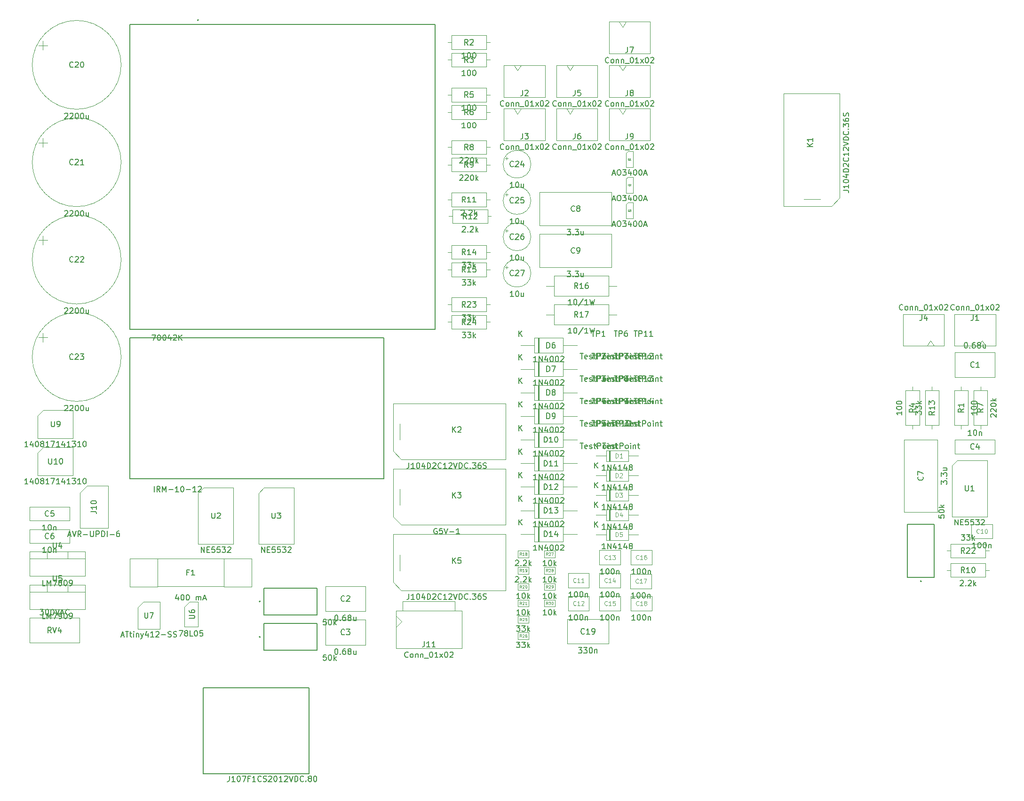
<source format=gbr>
%TF.GenerationSoftware,KiCad,Pcbnew,8.0.5*%
%TF.CreationDate,2024-09-22T13:44:18+02:00*%
%TF.ProjectId,gain_box,6761696e-5f62-46f7-982e-6b696361645f,rev?*%
%TF.SameCoordinates,Original*%
%TF.FileFunction,AssemblyDrawing,Top*%
%FSLAX46Y46*%
G04 Gerber Fmt 4.6, Leading zero omitted, Abs format (unit mm)*
G04 Created by KiCad (PCBNEW 8.0.5) date 2024-09-22 13:44:18*
%MOMM*%
%LPD*%
G01*
G04 APERTURE LIST*
%ADD10C,0.150000*%
%ADD11C,0.120000*%
%ADD12C,0.080000*%
%ADD13C,0.114000*%
%ADD14C,0.050000*%
%ADD15C,0.100000*%
%ADD16C,0.127000*%
%ADD17C,0.200000*%
G04 APERTURE END LIST*
D10*
X81617143Y-134384819D02*
X81617143Y-133384819D01*
X81617143Y-133384819D02*
X82188571Y-134384819D01*
X82188571Y-134384819D02*
X82188571Y-133384819D01*
X82664762Y-133861009D02*
X82998095Y-133861009D01*
X83140952Y-134384819D02*
X82664762Y-134384819D01*
X82664762Y-134384819D02*
X82664762Y-133384819D01*
X82664762Y-133384819D02*
X83140952Y-133384819D01*
X84045714Y-133384819D02*
X83569524Y-133384819D01*
X83569524Y-133384819D02*
X83521905Y-133861009D01*
X83521905Y-133861009D02*
X83569524Y-133813390D01*
X83569524Y-133813390D02*
X83664762Y-133765771D01*
X83664762Y-133765771D02*
X83902857Y-133765771D01*
X83902857Y-133765771D02*
X83998095Y-133813390D01*
X83998095Y-133813390D02*
X84045714Y-133861009D01*
X84045714Y-133861009D02*
X84093333Y-133956247D01*
X84093333Y-133956247D02*
X84093333Y-134194342D01*
X84093333Y-134194342D02*
X84045714Y-134289580D01*
X84045714Y-134289580D02*
X83998095Y-134337200D01*
X83998095Y-134337200D02*
X83902857Y-134384819D01*
X83902857Y-134384819D02*
X83664762Y-134384819D01*
X83664762Y-134384819D02*
X83569524Y-134337200D01*
X83569524Y-134337200D02*
X83521905Y-134289580D01*
X84998095Y-133384819D02*
X84521905Y-133384819D01*
X84521905Y-133384819D02*
X84474286Y-133861009D01*
X84474286Y-133861009D02*
X84521905Y-133813390D01*
X84521905Y-133813390D02*
X84617143Y-133765771D01*
X84617143Y-133765771D02*
X84855238Y-133765771D01*
X84855238Y-133765771D02*
X84950476Y-133813390D01*
X84950476Y-133813390D02*
X84998095Y-133861009D01*
X84998095Y-133861009D02*
X85045714Y-133956247D01*
X85045714Y-133956247D02*
X85045714Y-134194342D01*
X85045714Y-134194342D02*
X84998095Y-134289580D01*
X84998095Y-134289580D02*
X84950476Y-134337200D01*
X84950476Y-134337200D02*
X84855238Y-134384819D01*
X84855238Y-134384819D02*
X84617143Y-134384819D01*
X84617143Y-134384819D02*
X84521905Y-134337200D01*
X84521905Y-134337200D02*
X84474286Y-134289580D01*
X85379048Y-133384819D02*
X85998095Y-133384819D01*
X85998095Y-133384819D02*
X85664762Y-133765771D01*
X85664762Y-133765771D02*
X85807619Y-133765771D01*
X85807619Y-133765771D02*
X85902857Y-133813390D01*
X85902857Y-133813390D02*
X85950476Y-133861009D01*
X85950476Y-133861009D02*
X85998095Y-133956247D01*
X85998095Y-133956247D02*
X85998095Y-134194342D01*
X85998095Y-134194342D02*
X85950476Y-134289580D01*
X85950476Y-134289580D02*
X85902857Y-134337200D01*
X85902857Y-134337200D02*
X85807619Y-134384819D01*
X85807619Y-134384819D02*
X85521905Y-134384819D01*
X85521905Y-134384819D02*
X85426667Y-134337200D01*
X85426667Y-134337200D02*
X85379048Y-134289580D01*
X86379048Y-133480057D02*
X86426667Y-133432438D01*
X86426667Y-133432438D02*
X86521905Y-133384819D01*
X86521905Y-133384819D02*
X86760000Y-133384819D01*
X86760000Y-133384819D02*
X86855238Y-133432438D01*
X86855238Y-133432438D02*
X86902857Y-133480057D01*
X86902857Y-133480057D02*
X86950476Y-133575295D01*
X86950476Y-133575295D02*
X86950476Y-133670533D01*
X86950476Y-133670533D02*
X86902857Y-133813390D01*
X86902857Y-133813390D02*
X86331429Y-134384819D01*
X86331429Y-134384819D02*
X86950476Y-134384819D01*
X83498095Y-127244819D02*
X83498095Y-128054342D01*
X83498095Y-128054342D02*
X83545714Y-128149580D01*
X83545714Y-128149580D02*
X83593333Y-128197200D01*
X83593333Y-128197200D02*
X83688571Y-128244819D01*
X83688571Y-128244819D02*
X83879047Y-128244819D01*
X83879047Y-128244819D02*
X83974285Y-128197200D01*
X83974285Y-128197200D02*
X84021904Y-128149580D01*
X84021904Y-128149580D02*
X84069523Y-128054342D01*
X84069523Y-128054342D02*
X84069523Y-127244819D01*
X84498095Y-127340057D02*
X84545714Y-127292438D01*
X84545714Y-127292438D02*
X84640952Y-127244819D01*
X84640952Y-127244819D02*
X84879047Y-127244819D01*
X84879047Y-127244819D02*
X84974285Y-127292438D01*
X84974285Y-127292438D02*
X85021904Y-127340057D01*
X85021904Y-127340057D02*
X85069523Y-127435295D01*
X85069523Y-127435295D02*
X85069523Y-127530533D01*
X85069523Y-127530533D02*
X85021904Y-127673390D01*
X85021904Y-127673390D02*
X84450476Y-128244819D01*
X84450476Y-128244819D02*
X85069523Y-128244819D01*
X154367142Y-119554819D02*
X153795714Y-119554819D01*
X154081428Y-119554819D02*
X154081428Y-118554819D01*
X154081428Y-118554819D02*
X153986190Y-118697676D01*
X153986190Y-118697676D02*
X153890952Y-118792914D01*
X153890952Y-118792914D02*
X153795714Y-118840533D01*
X154795714Y-119554819D02*
X154795714Y-118554819D01*
X154795714Y-118554819D02*
X155367142Y-119554819D01*
X155367142Y-119554819D02*
X155367142Y-118554819D01*
X156271904Y-118888152D02*
X156271904Y-119554819D01*
X156033809Y-118507200D02*
X155795714Y-119221485D01*
X155795714Y-119221485D02*
X156414761Y-119221485D01*
X157319523Y-119554819D02*
X156748095Y-119554819D01*
X157033809Y-119554819D02*
X157033809Y-118554819D01*
X157033809Y-118554819D02*
X156938571Y-118697676D01*
X156938571Y-118697676D02*
X156843333Y-118792914D01*
X156843333Y-118792914D02*
X156748095Y-118840533D01*
X158176666Y-118888152D02*
X158176666Y-119554819D01*
X157938571Y-118507200D02*
X157700476Y-119221485D01*
X157700476Y-119221485D02*
X158319523Y-119221485D01*
X158843333Y-118983390D02*
X158748095Y-118935771D01*
X158748095Y-118935771D02*
X158700476Y-118888152D01*
X158700476Y-118888152D02*
X158652857Y-118792914D01*
X158652857Y-118792914D02*
X158652857Y-118745295D01*
X158652857Y-118745295D02*
X158700476Y-118650057D01*
X158700476Y-118650057D02*
X158748095Y-118602438D01*
X158748095Y-118602438D02*
X158843333Y-118554819D01*
X158843333Y-118554819D02*
X159033809Y-118554819D01*
X159033809Y-118554819D02*
X159129047Y-118602438D01*
X159129047Y-118602438D02*
X159176666Y-118650057D01*
X159176666Y-118650057D02*
X159224285Y-118745295D01*
X159224285Y-118745295D02*
X159224285Y-118792914D01*
X159224285Y-118792914D02*
X159176666Y-118888152D01*
X159176666Y-118888152D02*
X159129047Y-118935771D01*
X159129047Y-118935771D02*
X159033809Y-118983390D01*
X159033809Y-118983390D02*
X158843333Y-118983390D01*
X158843333Y-118983390D02*
X158748095Y-119031009D01*
X158748095Y-119031009D02*
X158700476Y-119078628D01*
X158700476Y-119078628D02*
X158652857Y-119173866D01*
X158652857Y-119173866D02*
X158652857Y-119364342D01*
X158652857Y-119364342D02*
X158700476Y-119459580D01*
X158700476Y-119459580D02*
X158748095Y-119507200D01*
X158748095Y-119507200D02*
X158843333Y-119554819D01*
X158843333Y-119554819D02*
X159033809Y-119554819D01*
X159033809Y-119554819D02*
X159129047Y-119507200D01*
X159129047Y-119507200D02*
X159176666Y-119459580D01*
X159176666Y-119459580D02*
X159224285Y-119364342D01*
X159224285Y-119364342D02*
X159224285Y-119173866D01*
X159224285Y-119173866D02*
X159176666Y-119078628D01*
X159176666Y-119078628D02*
X159129047Y-119031009D01*
X159129047Y-119031009D02*
X159033809Y-118983390D01*
X152438095Y-115634819D02*
X152438095Y-114634819D01*
X153009523Y-115634819D02*
X152580952Y-115063390D01*
X153009523Y-114634819D02*
X152438095Y-115206247D01*
D11*
X156219524Y-117343855D02*
X156219524Y-116543855D01*
X156219524Y-116543855D02*
X156410000Y-116543855D01*
X156410000Y-116543855D02*
X156524286Y-116581950D01*
X156524286Y-116581950D02*
X156600476Y-116658140D01*
X156600476Y-116658140D02*
X156638571Y-116734331D01*
X156638571Y-116734331D02*
X156676667Y-116886712D01*
X156676667Y-116886712D02*
X156676667Y-117000998D01*
X156676667Y-117000998D02*
X156638571Y-117153379D01*
X156638571Y-117153379D02*
X156600476Y-117229569D01*
X156600476Y-117229569D02*
X156524286Y-117305760D01*
X156524286Y-117305760D02*
X156410000Y-117343855D01*
X156410000Y-117343855D02*
X156219524Y-117343855D01*
X157438571Y-117343855D02*
X156981428Y-117343855D01*
X157210000Y-117343855D02*
X157210000Y-116543855D01*
X157210000Y-116543855D02*
X157133809Y-116658140D01*
X157133809Y-116658140D02*
X157057619Y-116734331D01*
X157057619Y-116734331D02*
X156981428Y-116772426D01*
D10*
X219209524Y-96534819D02*
X219304762Y-96534819D01*
X219304762Y-96534819D02*
X219400000Y-96582438D01*
X219400000Y-96582438D02*
X219447619Y-96630057D01*
X219447619Y-96630057D02*
X219495238Y-96725295D01*
X219495238Y-96725295D02*
X219542857Y-96915771D01*
X219542857Y-96915771D02*
X219542857Y-97153866D01*
X219542857Y-97153866D02*
X219495238Y-97344342D01*
X219495238Y-97344342D02*
X219447619Y-97439580D01*
X219447619Y-97439580D02*
X219400000Y-97487200D01*
X219400000Y-97487200D02*
X219304762Y-97534819D01*
X219304762Y-97534819D02*
X219209524Y-97534819D01*
X219209524Y-97534819D02*
X219114286Y-97487200D01*
X219114286Y-97487200D02*
X219066667Y-97439580D01*
X219066667Y-97439580D02*
X219019048Y-97344342D01*
X219019048Y-97344342D02*
X218971429Y-97153866D01*
X218971429Y-97153866D02*
X218971429Y-96915771D01*
X218971429Y-96915771D02*
X219019048Y-96725295D01*
X219019048Y-96725295D02*
X219066667Y-96630057D01*
X219066667Y-96630057D02*
X219114286Y-96582438D01*
X219114286Y-96582438D02*
X219209524Y-96534819D01*
X219971429Y-97439580D02*
X220019048Y-97487200D01*
X220019048Y-97487200D02*
X219971429Y-97534819D01*
X219971429Y-97534819D02*
X219923810Y-97487200D01*
X219923810Y-97487200D02*
X219971429Y-97439580D01*
X219971429Y-97439580D02*
X219971429Y-97534819D01*
X220876190Y-96534819D02*
X220685714Y-96534819D01*
X220685714Y-96534819D02*
X220590476Y-96582438D01*
X220590476Y-96582438D02*
X220542857Y-96630057D01*
X220542857Y-96630057D02*
X220447619Y-96772914D01*
X220447619Y-96772914D02*
X220400000Y-96963390D01*
X220400000Y-96963390D02*
X220400000Y-97344342D01*
X220400000Y-97344342D02*
X220447619Y-97439580D01*
X220447619Y-97439580D02*
X220495238Y-97487200D01*
X220495238Y-97487200D02*
X220590476Y-97534819D01*
X220590476Y-97534819D02*
X220780952Y-97534819D01*
X220780952Y-97534819D02*
X220876190Y-97487200D01*
X220876190Y-97487200D02*
X220923809Y-97439580D01*
X220923809Y-97439580D02*
X220971428Y-97344342D01*
X220971428Y-97344342D02*
X220971428Y-97106247D01*
X220971428Y-97106247D02*
X220923809Y-97011009D01*
X220923809Y-97011009D02*
X220876190Y-96963390D01*
X220876190Y-96963390D02*
X220780952Y-96915771D01*
X220780952Y-96915771D02*
X220590476Y-96915771D01*
X220590476Y-96915771D02*
X220495238Y-96963390D01*
X220495238Y-96963390D02*
X220447619Y-97011009D01*
X220447619Y-97011009D02*
X220400000Y-97106247D01*
X221542857Y-96963390D02*
X221447619Y-96915771D01*
X221447619Y-96915771D02*
X221400000Y-96868152D01*
X221400000Y-96868152D02*
X221352381Y-96772914D01*
X221352381Y-96772914D02*
X221352381Y-96725295D01*
X221352381Y-96725295D02*
X221400000Y-96630057D01*
X221400000Y-96630057D02*
X221447619Y-96582438D01*
X221447619Y-96582438D02*
X221542857Y-96534819D01*
X221542857Y-96534819D02*
X221733333Y-96534819D01*
X221733333Y-96534819D02*
X221828571Y-96582438D01*
X221828571Y-96582438D02*
X221876190Y-96630057D01*
X221876190Y-96630057D02*
X221923809Y-96725295D01*
X221923809Y-96725295D02*
X221923809Y-96772914D01*
X221923809Y-96772914D02*
X221876190Y-96868152D01*
X221876190Y-96868152D02*
X221828571Y-96915771D01*
X221828571Y-96915771D02*
X221733333Y-96963390D01*
X221733333Y-96963390D02*
X221542857Y-96963390D01*
X221542857Y-96963390D02*
X221447619Y-97011009D01*
X221447619Y-97011009D02*
X221400000Y-97058628D01*
X221400000Y-97058628D02*
X221352381Y-97153866D01*
X221352381Y-97153866D02*
X221352381Y-97344342D01*
X221352381Y-97344342D02*
X221400000Y-97439580D01*
X221400000Y-97439580D02*
X221447619Y-97487200D01*
X221447619Y-97487200D02*
X221542857Y-97534819D01*
X221542857Y-97534819D02*
X221733333Y-97534819D01*
X221733333Y-97534819D02*
X221828571Y-97487200D01*
X221828571Y-97487200D02*
X221876190Y-97439580D01*
X221876190Y-97439580D02*
X221923809Y-97344342D01*
X221923809Y-97344342D02*
X221923809Y-97153866D01*
X221923809Y-97153866D02*
X221876190Y-97058628D01*
X221876190Y-97058628D02*
X221828571Y-97011009D01*
X221828571Y-97011009D02*
X221733333Y-96963390D01*
X222780952Y-96868152D02*
X222780952Y-97534819D01*
X222352381Y-96868152D02*
X222352381Y-97391961D01*
X222352381Y-97391961D02*
X222400000Y-97487200D01*
X222400000Y-97487200D02*
X222495238Y-97534819D01*
X222495238Y-97534819D02*
X222638095Y-97534819D01*
X222638095Y-97534819D02*
X222733333Y-97487200D01*
X222733333Y-97487200D02*
X222780952Y-97439580D01*
X220733333Y-100939580D02*
X220685714Y-100987200D01*
X220685714Y-100987200D02*
X220542857Y-101034819D01*
X220542857Y-101034819D02*
X220447619Y-101034819D01*
X220447619Y-101034819D02*
X220304762Y-100987200D01*
X220304762Y-100987200D02*
X220209524Y-100891961D01*
X220209524Y-100891961D02*
X220161905Y-100796723D01*
X220161905Y-100796723D02*
X220114286Y-100606247D01*
X220114286Y-100606247D02*
X220114286Y-100463390D01*
X220114286Y-100463390D02*
X220161905Y-100272914D01*
X220161905Y-100272914D02*
X220209524Y-100177676D01*
X220209524Y-100177676D02*
X220304762Y-100082438D01*
X220304762Y-100082438D02*
X220447619Y-100034819D01*
X220447619Y-100034819D02*
X220542857Y-100034819D01*
X220542857Y-100034819D02*
X220685714Y-100082438D01*
X220685714Y-100082438D02*
X220733333Y-100130057D01*
X221685714Y-101034819D02*
X221114286Y-101034819D01*
X221400000Y-101034819D02*
X221400000Y-100034819D01*
X221400000Y-100034819D02*
X221304762Y-100177676D01*
X221304762Y-100177676D02*
X221209524Y-100272914D01*
X221209524Y-100272914D02*
X221114286Y-100320533D01*
X148288095Y-94884819D02*
X147716667Y-94884819D01*
X148002381Y-94884819D02*
X148002381Y-93884819D01*
X148002381Y-93884819D02*
X147907143Y-94027676D01*
X147907143Y-94027676D02*
X147811905Y-94122914D01*
X147811905Y-94122914D02*
X147716667Y-94170533D01*
X148907143Y-93884819D02*
X149002381Y-93884819D01*
X149002381Y-93884819D02*
X149097619Y-93932438D01*
X149097619Y-93932438D02*
X149145238Y-93980057D01*
X149145238Y-93980057D02*
X149192857Y-94075295D01*
X149192857Y-94075295D02*
X149240476Y-94265771D01*
X149240476Y-94265771D02*
X149240476Y-94503866D01*
X149240476Y-94503866D02*
X149192857Y-94694342D01*
X149192857Y-94694342D02*
X149145238Y-94789580D01*
X149145238Y-94789580D02*
X149097619Y-94837200D01*
X149097619Y-94837200D02*
X149002381Y-94884819D01*
X149002381Y-94884819D02*
X148907143Y-94884819D01*
X148907143Y-94884819D02*
X148811905Y-94837200D01*
X148811905Y-94837200D02*
X148764286Y-94789580D01*
X148764286Y-94789580D02*
X148716667Y-94694342D01*
X148716667Y-94694342D02*
X148669048Y-94503866D01*
X148669048Y-94503866D02*
X148669048Y-94265771D01*
X148669048Y-94265771D02*
X148716667Y-94075295D01*
X148716667Y-94075295D02*
X148764286Y-93980057D01*
X148764286Y-93980057D02*
X148811905Y-93932438D01*
X148811905Y-93932438D02*
X148907143Y-93884819D01*
X150383333Y-93837200D02*
X149526191Y-95122914D01*
X151240476Y-94884819D02*
X150669048Y-94884819D01*
X150954762Y-94884819D02*
X150954762Y-93884819D01*
X150954762Y-93884819D02*
X150859524Y-94027676D01*
X150859524Y-94027676D02*
X150764286Y-94122914D01*
X150764286Y-94122914D02*
X150669048Y-94170533D01*
X151573810Y-93884819D02*
X151811905Y-94884819D01*
X151811905Y-94884819D02*
X152002381Y-94170533D01*
X152002381Y-94170533D02*
X152192857Y-94884819D01*
X152192857Y-94884819D02*
X152430953Y-93884819D01*
X149407142Y-91964819D02*
X149073809Y-91488628D01*
X148835714Y-91964819D02*
X148835714Y-90964819D01*
X148835714Y-90964819D02*
X149216666Y-90964819D01*
X149216666Y-90964819D02*
X149311904Y-91012438D01*
X149311904Y-91012438D02*
X149359523Y-91060057D01*
X149359523Y-91060057D02*
X149407142Y-91155295D01*
X149407142Y-91155295D02*
X149407142Y-91298152D01*
X149407142Y-91298152D02*
X149359523Y-91393390D01*
X149359523Y-91393390D02*
X149311904Y-91441009D01*
X149311904Y-91441009D02*
X149216666Y-91488628D01*
X149216666Y-91488628D02*
X148835714Y-91488628D01*
X150359523Y-91964819D02*
X149788095Y-91964819D01*
X150073809Y-91964819D02*
X150073809Y-90964819D01*
X150073809Y-90964819D02*
X149978571Y-91107676D01*
X149978571Y-91107676D02*
X149883333Y-91202914D01*
X149883333Y-91202914D02*
X149788095Y-91250533D01*
X150692857Y-90964819D02*
X151359523Y-90964819D01*
X151359523Y-90964819D02*
X150930952Y-91964819D01*
X138375714Y-150534819D02*
X138994761Y-150534819D01*
X138994761Y-150534819D02*
X138661428Y-150915771D01*
X138661428Y-150915771D02*
X138804285Y-150915771D01*
X138804285Y-150915771D02*
X138899523Y-150963390D01*
X138899523Y-150963390D02*
X138947142Y-151011009D01*
X138947142Y-151011009D02*
X138994761Y-151106247D01*
X138994761Y-151106247D02*
X138994761Y-151344342D01*
X138994761Y-151344342D02*
X138947142Y-151439580D01*
X138947142Y-151439580D02*
X138899523Y-151487200D01*
X138899523Y-151487200D02*
X138804285Y-151534819D01*
X138804285Y-151534819D02*
X138518571Y-151534819D01*
X138518571Y-151534819D02*
X138423333Y-151487200D01*
X138423333Y-151487200D02*
X138375714Y-151439580D01*
X139328095Y-150534819D02*
X139947142Y-150534819D01*
X139947142Y-150534819D02*
X139613809Y-150915771D01*
X139613809Y-150915771D02*
X139756666Y-150915771D01*
X139756666Y-150915771D02*
X139851904Y-150963390D01*
X139851904Y-150963390D02*
X139899523Y-151011009D01*
X139899523Y-151011009D02*
X139947142Y-151106247D01*
X139947142Y-151106247D02*
X139947142Y-151344342D01*
X139947142Y-151344342D02*
X139899523Y-151439580D01*
X139899523Y-151439580D02*
X139851904Y-151487200D01*
X139851904Y-151487200D02*
X139756666Y-151534819D01*
X139756666Y-151534819D02*
X139470952Y-151534819D01*
X139470952Y-151534819D02*
X139375714Y-151487200D01*
X139375714Y-151487200D02*
X139328095Y-151439580D01*
X140375714Y-151534819D02*
X140375714Y-150534819D01*
X140470952Y-151153866D02*
X140756666Y-151534819D01*
X140756666Y-150868152D02*
X140375714Y-151249104D01*
D12*
X139268571Y-149657149D02*
X139101905Y-149419054D01*
X138982857Y-149657149D02*
X138982857Y-149157149D01*
X138982857Y-149157149D02*
X139173333Y-149157149D01*
X139173333Y-149157149D02*
X139220952Y-149180959D01*
X139220952Y-149180959D02*
X139244762Y-149204768D01*
X139244762Y-149204768D02*
X139268571Y-149252387D01*
X139268571Y-149252387D02*
X139268571Y-149323816D01*
X139268571Y-149323816D02*
X139244762Y-149371435D01*
X139244762Y-149371435D02*
X139220952Y-149395244D01*
X139220952Y-149395244D02*
X139173333Y-149419054D01*
X139173333Y-149419054D02*
X138982857Y-149419054D01*
X139459048Y-149204768D02*
X139482857Y-149180959D01*
X139482857Y-149180959D02*
X139530476Y-149157149D01*
X139530476Y-149157149D02*
X139649524Y-149157149D01*
X139649524Y-149157149D02*
X139697143Y-149180959D01*
X139697143Y-149180959D02*
X139720952Y-149204768D01*
X139720952Y-149204768D02*
X139744762Y-149252387D01*
X139744762Y-149252387D02*
X139744762Y-149300006D01*
X139744762Y-149300006D02*
X139720952Y-149371435D01*
X139720952Y-149371435D02*
X139435238Y-149657149D01*
X139435238Y-149657149D02*
X139744762Y-149657149D01*
X140173333Y-149157149D02*
X140078095Y-149157149D01*
X140078095Y-149157149D02*
X140030476Y-149180959D01*
X140030476Y-149180959D02*
X140006666Y-149204768D01*
X140006666Y-149204768D02*
X139959047Y-149276197D01*
X139959047Y-149276197D02*
X139935238Y-149371435D01*
X139935238Y-149371435D02*
X139935238Y-149561911D01*
X139935238Y-149561911D02*
X139959047Y-149609530D01*
X139959047Y-149609530D02*
X139982857Y-149633340D01*
X139982857Y-149633340D02*
X140030476Y-149657149D01*
X140030476Y-149657149D02*
X140125714Y-149657149D01*
X140125714Y-149657149D02*
X140173333Y-149633340D01*
X140173333Y-149633340D02*
X140197142Y-149609530D01*
X140197142Y-149609530D02*
X140220952Y-149561911D01*
X140220952Y-149561911D02*
X140220952Y-149442863D01*
X140220952Y-149442863D02*
X140197142Y-149395244D01*
X140197142Y-149395244D02*
X140173333Y-149371435D01*
X140173333Y-149371435D02*
X140125714Y-149347625D01*
X140125714Y-149347625D02*
X140030476Y-149347625D01*
X140030476Y-149347625D02*
X139982857Y-149371435D01*
X139982857Y-149371435D02*
X139959047Y-149395244D01*
X139959047Y-149395244D02*
X139935238Y-149442863D01*
D10*
X128167143Y-63280057D02*
X128214762Y-63232438D01*
X128214762Y-63232438D02*
X128310000Y-63184819D01*
X128310000Y-63184819D02*
X128548095Y-63184819D01*
X128548095Y-63184819D02*
X128643333Y-63232438D01*
X128643333Y-63232438D02*
X128690952Y-63280057D01*
X128690952Y-63280057D02*
X128738571Y-63375295D01*
X128738571Y-63375295D02*
X128738571Y-63470533D01*
X128738571Y-63470533D02*
X128690952Y-63613390D01*
X128690952Y-63613390D02*
X128119524Y-64184819D01*
X128119524Y-64184819D02*
X128738571Y-64184819D01*
X129119524Y-63280057D02*
X129167143Y-63232438D01*
X129167143Y-63232438D02*
X129262381Y-63184819D01*
X129262381Y-63184819D02*
X129500476Y-63184819D01*
X129500476Y-63184819D02*
X129595714Y-63232438D01*
X129595714Y-63232438D02*
X129643333Y-63280057D01*
X129643333Y-63280057D02*
X129690952Y-63375295D01*
X129690952Y-63375295D02*
X129690952Y-63470533D01*
X129690952Y-63470533D02*
X129643333Y-63613390D01*
X129643333Y-63613390D02*
X129071905Y-64184819D01*
X129071905Y-64184819D02*
X129690952Y-64184819D01*
X130310000Y-63184819D02*
X130405238Y-63184819D01*
X130405238Y-63184819D02*
X130500476Y-63232438D01*
X130500476Y-63232438D02*
X130548095Y-63280057D01*
X130548095Y-63280057D02*
X130595714Y-63375295D01*
X130595714Y-63375295D02*
X130643333Y-63565771D01*
X130643333Y-63565771D02*
X130643333Y-63803866D01*
X130643333Y-63803866D02*
X130595714Y-63994342D01*
X130595714Y-63994342D02*
X130548095Y-64089580D01*
X130548095Y-64089580D02*
X130500476Y-64137200D01*
X130500476Y-64137200D02*
X130405238Y-64184819D01*
X130405238Y-64184819D02*
X130310000Y-64184819D01*
X130310000Y-64184819D02*
X130214762Y-64137200D01*
X130214762Y-64137200D02*
X130167143Y-64089580D01*
X130167143Y-64089580D02*
X130119524Y-63994342D01*
X130119524Y-63994342D02*
X130071905Y-63803866D01*
X130071905Y-63803866D02*
X130071905Y-63565771D01*
X130071905Y-63565771D02*
X130119524Y-63375295D01*
X130119524Y-63375295D02*
X130167143Y-63280057D01*
X130167143Y-63280057D02*
X130214762Y-63232438D01*
X130214762Y-63232438D02*
X130310000Y-63184819D01*
X131071905Y-64184819D02*
X131071905Y-63184819D01*
X131167143Y-63803866D02*
X131452857Y-64184819D01*
X131452857Y-63518152D02*
X131071905Y-63899104D01*
X129643333Y-61814819D02*
X129310000Y-61338628D01*
X129071905Y-61814819D02*
X129071905Y-60814819D01*
X129071905Y-60814819D02*
X129452857Y-60814819D01*
X129452857Y-60814819D02*
X129548095Y-60862438D01*
X129548095Y-60862438D02*
X129595714Y-60910057D01*
X129595714Y-60910057D02*
X129643333Y-61005295D01*
X129643333Y-61005295D02*
X129643333Y-61148152D01*
X129643333Y-61148152D02*
X129595714Y-61243390D01*
X129595714Y-61243390D02*
X129548095Y-61291009D01*
X129548095Y-61291009D02*
X129452857Y-61338628D01*
X129452857Y-61338628D02*
X129071905Y-61338628D01*
X130214762Y-61243390D02*
X130119524Y-61195771D01*
X130119524Y-61195771D02*
X130071905Y-61148152D01*
X130071905Y-61148152D02*
X130024286Y-61052914D01*
X130024286Y-61052914D02*
X130024286Y-61005295D01*
X130024286Y-61005295D02*
X130071905Y-60910057D01*
X130071905Y-60910057D02*
X130119524Y-60862438D01*
X130119524Y-60862438D02*
X130214762Y-60814819D01*
X130214762Y-60814819D02*
X130405238Y-60814819D01*
X130405238Y-60814819D02*
X130500476Y-60862438D01*
X130500476Y-60862438D02*
X130548095Y-60910057D01*
X130548095Y-60910057D02*
X130595714Y-61005295D01*
X130595714Y-61005295D02*
X130595714Y-61052914D01*
X130595714Y-61052914D02*
X130548095Y-61148152D01*
X130548095Y-61148152D02*
X130500476Y-61195771D01*
X130500476Y-61195771D02*
X130405238Y-61243390D01*
X130405238Y-61243390D02*
X130214762Y-61243390D01*
X130214762Y-61243390D02*
X130119524Y-61291009D01*
X130119524Y-61291009D02*
X130071905Y-61338628D01*
X130071905Y-61338628D02*
X130024286Y-61433866D01*
X130024286Y-61433866D02*
X130024286Y-61624342D01*
X130024286Y-61624342D02*
X130071905Y-61719580D01*
X130071905Y-61719580D02*
X130119524Y-61767200D01*
X130119524Y-61767200D02*
X130214762Y-61814819D01*
X130214762Y-61814819D02*
X130405238Y-61814819D01*
X130405238Y-61814819D02*
X130500476Y-61767200D01*
X130500476Y-61767200D02*
X130548095Y-61719580D01*
X130548095Y-61719580D02*
X130595714Y-61624342D01*
X130595714Y-61624342D02*
X130595714Y-61433866D01*
X130595714Y-61433866D02*
X130548095Y-61338628D01*
X130548095Y-61338628D02*
X130500476Y-61291009D01*
X130500476Y-61291009D02*
X130405238Y-61243390D01*
X138994761Y-145634819D02*
X138423333Y-145634819D01*
X138709047Y-145634819D02*
X138709047Y-144634819D01*
X138709047Y-144634819D02*
X138613809Y-144777676D01*
X138613809Y-144777676D02*
X138518571Y-144872914D01*
X138518571Y-144872914D02*
X138423333Y-144920533D01*
X139613809Y-144634819D02*
X139709047Y-144634819D01*
X139709047Y-144634819D02*
X139804285Y-144682438D01*
X139804285Y-144682438D02*
X139851904Y-144730057D01*
X139851904Y-144730057D02*
X139899523Y-144825295D01*
X139899523Y-144825295D02*
X139947142Y-145015771D01*
X139947142Y-145015771D02*
X139947142Y-145253866D01*
X139947142Y-145253866D02*
X139899523Y-145444342D01*
X139899523Y-145444342D02*
X139851904Y-145539580D01*
X139851904Y-145539580D02*
X139804285Y-145587200D01*
X139804285Y-145587200D02*
X139709047Y-145634819D01*
X139709047Y-145634819D02*
X139613809Y-145634819D01*
X139613809Y-145634819D02*
X139518571Y-145587200D01*
X139518571Y-145587200D02*
X139470952Y-145539580D01*
X139470952Y-145539580D02*
X139423333Y-145444342D01*
X139423333Y-145444342D02*
X139375714Y-145253866D01*
X139375714Y-145253866D02*
X139375714Y-145015771D01*
X139375714Y-145015771D02*
X139423333Y-144825295D01*
X139423333Y-144825295D02*
X139470952Y-144730057D01*
X139470952Y-144730057D02*
X139518571Y-144682438D01*
X139518571Y-144682438D02*
X139613809Y-144634819D01*
X140375714Y-145634819D02*
X140375714Y-144634819D01*
X140470952Y-145253866D02*
X140756666Y-145634819D01*
X140756666Y-144968152D02*
X140375714Y-145349104D01*
D12*
X139268571Y-143757149D02*
X139101905Y-143519054D01*
X138982857Y-143757149D02*
X138982857Y-143257149D01*
X138982857Y-143257149D02*
X139173333Y-143257149D01*
X139173333Y-143257149D02*
X139220952Y-143280959D01*
X139220952Y-143280959D02*
X139244762Y-143304768D01*
X139244762Y-143304768D02*
X139268571Y-143352387D01*
X139268571Y-143352387D02*
X139268571Y-143423816D01*
X139268571Y-143423816D02*
X139244762Y-143471435D01*
X139244762Y-143471435D02*
X139220952Y-143495244D01*
X139220952Y-143495244D02*
X139173333Y-143519054D01*
X139173333Y-143519054D02*
X138982857Y-143519054D01*
X139459048Y-143304768D02*
X139482857Y-143280959D01*
X139482857Y-143280959D02*
X139530476Y-143257149D01*
X139530476Y-143257149D02*
X139649524Y-143257149D01*
X139649524Y-143257149D02*
X139697143Y-143280959D01*
X139697143Y-143280959D02*
X139720952Y-143304768D01*
X139720952Y-143304768D02*
X139744762Y-143352387D01*
X139744762Y-143352387D02*
X139744762Y-143400006D01*
X139744762Y-143400006D02*
X139720952Y-143471435D01*
X139720952Y-143471435D02*
X139435238Y-143757149D01*
X139435238Y-143757149D02*
X139744762Y-143757149D01*
X140220952Y-143757149D02*
X139935238Y-143757149D01*
X140078095Y-143757149D02*
X140078095Y-143257149D01*
X140078095Y-143257149D02*
X140030476Y-143328578D01*
X140030476Y-143328578D02*
X139982857Y-143376197D01*
X139982857Y-143376197D02*
X139935238Y-143400006D01*
D10*
X129143333Y-48434819D02*
X128571905Y-48434819D01*
X128857619Y-48434819D02*
X128857619Y-47434819D01*
X128857619Y-47434819D02*
X128762381Y-47577676D01*
X128762381Y-47577676D02*
X128667143Y-47672914D01*
X128667143Y-47672914D02*
X128571905Y-47720533D01*
X129762381Y-47434819D02*
X129857619Y-47434819D01*
X129857619Y-47434819D02*
X129952857Y-47482438D01*
X129952857Y-47482438D02*
X130000476Y-47530057D01*
X130000476Y-47530057D02*
X130048095Y-47625295D01*
X130048095Y-47625295D02*
X130095714Y-47815771D01*
X130095714Y-47815771D02*
X130095714Y-48053866D01*
X130095714Y-48053866D02*
X130048095Y-48244342D01*
X130048095Y-48244342D02*
X130000476Y-48339580D01*
X130000476Y-48339580D02*
X129952857Y-48387200D01*
X129952857Y-48387200D02*
X129857619Y-48434819D01*
X129857619Y-48434819D02*
X129762381Y-48434819D01*
X129762381Y-48434819D02*
X129667143Y-48387200D01*
X129667143Y-48387200D02*
X129619524Y-48339580D01*
X129619524Y-48339580D02*
X129571905Y-48244342D01*
X129571905Y-48244342D02*
X129524286Y-48053866D01*
X129524286Y-48053866D02*
X129524286Y-47815771D01*
X129524286Y-47815771D02*
X129571905Y-47625295D01*
X129571905Y-47625295D02*
X129619524Y-47530057D01*
X129619524Y-47530057D02*
X129667143Y-47482438D01*
X129667143Y-47482438D02*
X129762381Y-47434819D01*
X130714762Y-47434819D02*
X130810000Y-47434819D01*
X130810000Y-47434819D02*
X130905238Y-47482438D01*
X130905238Y-47482438D02*
X130952857Y-47530057D01*
X130952857Y-47530057D02*
X131000476Y-47625295D01*
X131000476Y-47625295D02*
X131048095Y-47815771D01*
X131048095Y-47815771D02*
X131048095Y-48053866D01*
X131048095Y-48053866D02*
X131000476Y-48244342D01*
X131000476Y-48244342D02*
X130952857Y-48339580D01*
X130952857Y-48339580D02*
X130905238Y-48387200D01*
X130905238Y-48387200D02*
X130810000Y-48434819D01*
X130810000Y-48434819D02*
X130714762Y-48434819D01*
X130714762Y-48434819D02*
X130619524Y-48387200D01*
X130619524Y-48387200D02*
X130571905Y-48339580D01*
X130571905Y-48339580D02*
X130524286Y-48244342D01*
X130524286Y-48244342D02*
X130476667Y-48053866D01*
X130476667Y-48053866D02*
X130476667Y-47815771D01*
X130476667Y-47815771D02*
X130524286Y-47625295D01*
X130524286Y-47625295D02*
X130571905Y-47530057D01*
X130571905Y-47530057D02*
X130619524Y-47482438D01*
X130619524Y-47482438D02*
X130714762Y-47434819D01*
X129643333Y-46064819D02*
X129310000Y-45588628D01*
X129071905Y-46064819D02*
X129071905Y-45064819D01*
X129071905Y-45064819D02*
X129452857Y-45064819D01*
X129452857Y-45064819D02*
X129548095Y-45112438D01*
X129548095Y-45112438D02*
X129595714Y-45160057D01*
X129595714Y-45160057D02*
X129643333Y-45255295D01*
X129643333Y-45255295D02*
X129643333Y-45398152D01*
X129643333Y-45398152D02*
X129595714Y-45493390D01*
X129595714Y-45493390D02*
X129548095Y-45541009D01*
X129548095Y-45541009D02*
X129452857Y-45588628D01*
X129452857Y-45588628D02*
X129071905Y-45588628D01*
X129976667Y-45064819D02*
X130595714Y-45064819D01*
X130595714Y-45064819D02*
X130262381Y-45445771D01*
X130262381Y-45445771D02*
X130405238Y-45445771D01*
X130405238Y-45445771D02*
X130500476Y-45493390D01*
X130500476Y-45493390D02*
X130548095Y-45541009D01*
X130548095Y-45541009D02*
X130595714Y-45636247D01*
X130595714Y-45636247D02*
X130595714Y-45874342D01*
X130595714Y-45874342D02*
X130548095Y-45969580D01*
X130548095Y-45969580D02*
X130500476Y-46017200D01*
X130500476Y-46017200D02*
X130405238Y-46064819D01*
X130405238Y-46064819D02*
X130119524Y-46064819D01*
X130119524Y-46064819D02*
X130024286Y-46017200D01*
X130024286Y-46017200D02*
X129976667Y-45969580D01*
X154981904Y-46069580D02*
X154934285Y-46117200D01*
X154934285Y-46117200D02*
X154791428Y-46164819D01*
X154791428Y-46164819D02*
X154696190Y-46164819D01*
X154696190Y-46164819D02*
X154553333Y-46117200D01*
X154553333Y-46117200D02*
X154458095Y-46021961D01*
X154458095Y-46021961D02*
X154410476Y-45926723D01*
X154410476Y-45926723D02*
X154362857Y-45736247D01*
X154362857Y-45736247D02*
X154362857Y-45593390D01*
X154362857Y-45593390D02*
X154410476Y-45402914D01*
X154410476Y-45402914D02*
X154458095Y-45307676D01*
X154458095Y-45307676D02*
X154553333Y-45212438D01*
X154553333Y-45212438D02*
X154696190Y-45164819D01*
X154696190Y-45164819D02*
X154791428Y-45164819D01*
X154791428Y-45164819D02*
X154934285Y-45212438D01*
X154934285Y-45212438D02*
X154981904Y-45260057D01*
X155553333Y-46164819D02*
X155458095Y-46117200D01*
X155458095Y-46117200D02*
X155410476Y-46069580D01*
X155410476Y-46069580D02*
X155362857Y-45974342D01*
X155362857Y-45974342D02*
X155362857Y-45688628D01*
X155362857Y-45688628D02*
X155410476Y-45593390D01*
X155410476Y-45593390D02*
X155458095Y-45545771D01*
X155458095Y-45545771D02*
X155553333Y-45498152D01*
X155553333Y-45498152D02*
X155696190Y-45498152D01*
X155696190Y-45498152D02*
X155791428Y-45545771D01*
X155791428Y-45545771D02*
X155839047Y-45593390D01*
X155839047Y-45593390D02*
X155886666Y-45688628D01*
X155886666Y-45688628D02*
X155886666Y-45974342D01*
X155886666Y-45974342D02*
X155839047Y-46069580D01*
X155839047Y-46069580D02*
X155791428Y-46117200D01*
X155791428Y-46117200D02*
X155696190Y-46164819D01*
X155696190Y-46164819D02*
X155553333Y-46164819D01*
X156315238Y-45498152D02*
X156315238Y-46164819D01*
X156315238Y-45593390D02*
X156362857Y-45545771D01*
X156362857Y-45545771D02*
X156458095Y-45498152D01*
X156458095Y-45498152D02*
X156600952Y-45498152D01*
X156600952Y-45498152D02*
X156696190Y-45545771D01*
X156696190Y-45545771D02*
X156743809Y-45641009D01*
X156743809Y-45641009D02*
X156743809Y-46164819D01*
X157220000Y-45498152D02*
X157220000Y-46164819D01*
X157220000Y-45593390D02*
X157267619Y-45545771D01*
X157267619Y-45545771D02*
X157362857Y-45498152D01*
X157362857Y-45498152D02*
X157505714Y-45498152D01*
X157505714Y-45498152D02*
X157600952Y-45545771D01*
X157600952Y-45545771D02*
X157648571Y-45641009D01*
X157648571Y-45641009D02*
X157648571Y-46164819D01*
X157886667Y-46260057D02*
X158648571Y-46260057D01*
X159077143Y-45164819D02*
X159172381Y-45164819D01*
X159172381Y-45164819D02*
X159267619Y-45212438D01*
X159267619Y-45212438D02*
X159315238Y-45260057D01*
X159315238Y-45260057D02*
X159362857Y-45355295D01*
X159362857Y-45355295D02*
X159410476Y-45545771D01*
X159410476Y-45545771D02*
X159410476Y-45783866D01*
X159410476Y-45783866D02*
X159362857Y-45974342D01*
X159362857Y-45974342D02*
X159315238Y-46069580D01*
X159315238Y-46069580D02*
X159267619Y-46117200D01*
X159267619Y-46117200D02*
X159172381Y-46164819D01*
X159172381Y-46164819D02*
X159077143Y-46164819D01*
X159077143Y-46164819D02*
X158981905Y-46117200D01*
X158981905Y-46117200D02*
X158934286Y-46069580D01*
X158934286Y-46069580D02*
X158886667Y-45974342D01*
X158886667Y-45974342D02*
X158839048Y-45783866D01*
X158839048Y-45783866D02*
X158839048Y-45545771D01*
X158839048Y-45545771D02*
X158886667Y-45355295D01*
X158886667Y-45355295D02*
X158934286Y-45260057D01*
X158934286Y-45260057D02*
X158981905Y-45212438D01*
X158981905Y-45212438D02*
X159077143Y-45164819D01*
X160362857Y-46164819D02*
X159791429Y-46164819D01*
X160077143Y-46164819D02*
X160077143Y-45164819D01*
X160077143Y-45164819D02*
X159981905Y-45307676D01*
X159981905Y-45307676D02*
X159886667Y-45402914D01*
X159886667Y-45402914D02*
X159791429Y-45450533D01*
X160696191Y-46164819D02*
X161220000Y-45498152D01*
X160696191Y-45498152D02*
X161220000Y-46164819D01*
X161791429Y-45164819D02*
X161886667Y-45164819D01*
X161886667Y-45164819D02*
X161981905Y-45212438D01*
X161981905Y-45212438D02*
X162029524Y-45260057D01*
X162029524Y-45260057D02*
X162077143Y-45355295D01*
X162077143Y-45355295D02*
X162124762Y-45545771D01*
X162124762Y-45545771D02*
X162124762Y-45783866D01*
X162124762Y-45783866D02*
X162077143Y-45974342D01*
X162077143Y-45974342D02*
X162029524Y-46069580D01*
X162029524Y-46069580D02*
X161981905Y-46117200D01*
X161981905Y-46117200D02*
X161886667Y-46164819D01*
X161886667Y-46164819D02*
X161791429Y-46164819D01*
X161791429Y-46164819D02*
X161696191Y-46117200D01*
X161696191Y-46117200D02*
X161648572Y-46069580D01*
X161648572Y-46069580D02*
X161600953Y-45974342D01*
X161600953Y-45974342D02*
X161553334Y-45783866D01*
X161553334Y-45783866D02*
X161553334Y-45545771D01*
X161553334Y-45545771D02*
X161600953Y-45355295D01*
X161600953Y-45355295D02*
X161648572Y-45260057D01*
X161648572Y-45260057D02*
X161696191Y-45212438D01*
X161696191Y-45212438D02*
X161791429Y-45164819D01*
X162505715Y-45260057D02*
X162553334Y-45212438D01*
X162553334Y-45212438D02*
X162648572Y-45164819D01*
X162648572Y-45164819D02*
X162886667Y-45164819D01*
X162886667Y-45164819D02*
X162981905Y-45212438D01*
X162981905Y-45212438D02*
X163029524Y-45260057D01*
X163029524Y-45260057D02*
X163077143Y-45355295D01*
X163077143Y-45355295D02*
X163077143Y-45450533D01*
X163077143Y-45450533D02*
X163029524Y-45593390D01*
X163029524Y-45593390D02*
X162458096Y-46164819D01*
X162458096Y-46164819D02*
X163077143Y-46164819D01*
X158386666Y-43264819D02*
X158386666Y-43979104D01*
X158386666Y-43979104D02*
X158339047Y-44121961D01*
X158339047Y-44121961D02*
X158243809Y-44217200D01*
X158243809Y-44217200D02*
X158100952Y-44264819D01*
X158100952Y-44264819D02*
X158005714Y-44264819D01*
X158767619Y-43264819D02*
X159434285Y-43264819D01*
X159434285Y-43264819D02*
X159005714Y-44264819D01*
X142027142Y-100004819D02*
X141455714Y-100004819D01*
X141741428Y-100004819D02*
X141741428Y-99004819D01*
X141741428Y-99004819D02*
X141646190Y-99147676D01*
X141646190Y-99147676D02*
X141550952Y-99242914D01*
X141550952Y-99242914D02*
X141455714Y-99290533D01*
X142455714Y-100004819D02*
X142455714Y-99004819D01*
X142455714Y-99004819D02*
X143027142Y-100004819D01*
X143027142Y-100004819D02*
X143027142Y-99004819D01*
X143931904Y-99338152D02*
X143931904Y-100004819D01*
X143693809Y-98957200D02*
X143455714Y-99671485D01*
X143455714Y-99671485D02*
X144074761Y-99671485D01*
X144646190Y-99004819D02*
X144741428Y-99004819D01*
X144741428Y-99004819D02*
X144836666Y-99052438D01*
X144836666Y-99052438D02*
X144884285Y-99100057D01*
X144884285Y-99100057D02*
X144931904Y-99195295D01*
X144931904Y-99195295D02*
X144979523Y-99385771D01*
X144979523Y-99385771D02*
X144979523Y-99623866D01*
X144979523Y-99623866D02*
X144931904Y-99814342D01*
X144931904Y-99814342D02*
X144884285Y-99909580D01*
X144884285Y-99909580D02*
X144836666Y-99957200D01*
X144836666Y-99957200D02*
X144741428Y-100004819D01*
X144741428Y-100004819D02*
X144646190Y-100004819D01*
X144646190Y-100004819D02*
X144550952Y-99957200D01*
X144550952Y-99957200D02*
X144503333Y-99909580D01*
X144503333Y-99909580D02*
X144455714Y-99814342D01*
X144455714Y-99814342D02*
X144408095Y-99623866D01*
X144408095Y-99623866D02*
X144408095Y-99385771D01*
X144408095Y-99385771D02*
X144455714Y-99195295D01*
X144455714Y-99195295D02*
X144503333Y-99100057D01*
X144503333Y-99100057D02*
X144550952Y-99052438D01*
X144550952Y-99052438D02*
X144646190Y-99004819D01*
X145598571Y-99004819D02*
X145693809Y-99004819D01*
X145693809Y-99004819D02*
X145789047Y-99052438D01*
X145789047Y-99052438D02*
X145836666Y-99100057D01*
X145836666Y-99100057D02*
X145884285Y-99195295D01*
X145884285Y-99195295D02*
X145931904Y-99385771D01*
X145931904Y-99385771D02*
X145931904Y-99623866D01*
X145931904Y-99623866D02*
X145884285Y-99814342D01*
X145884285Y-99814342D02*
X145836666Y-99909580D01*
X145836666Y-99909580D02*
X145789047Y-99957200D01*
X145789047Y-99957200D02*
X145693809Y-100004819D01*
X145693809Y-100004819D02*
X145598571Y-100004819D01*
X145598571Y-100004819D02*
X145503333Y-99957200D01*
X145503333Y-99957200D02*
X145455714Y-99909580D01*
X145455714Y-99909580D02*
X145408095Y-99814342D01*
X145408095Y-99814342D02*
X145360476Y-99623866D01*
X145360476Y-99623866D02*
X145360476Y-99385771D01*
X145360476Y-99385771D02*
X145408095Y-99195295D01*
X145408095Y-99195295D02*
X145455714Y-99100057D01*
X145455714Y-99100057D02*
X145503333Y-99052438D01*
X145503333Y-99052438D02*
X145598571Y-99004819D01*
X146312857Y-99100057D02*
X146360476Y-99052438D01*
X146360476Y-99052438D02*
X146455714Y-99004819D01*
X146455714Y-99004819D02*
X146693809Y-99004819D01*
X146693809Y-99004819D02*
X146789047Y-99052438D01*
X146789047Y-99052438D02*
X146836666Y-99100057D01*
X146836666Y-99100057D02*
X146884285Y-99195295D01*
X146884285Y-99195295D02*
X146884285Y-99290533D01*
X146884285Y-99290533D02*
X146836666Y-99433390D01*
X146836666Y-99433390D02*
X146265238Y-100004819D01*
X146265238Y-100004819D02*
X146884285Y-100004819D01*
X138828095Y-95434819D02*
X138828095Y-94434819D01*
X139399523Y-95434819D02*
X138970952Y-94863390D01*
X139399523Y-94434819D02*
X138828095Y-95006247D01*
X143821905Y-97534819D02*
X143821905Y-96534819D01*
X143821905Y-96534819D02*
X144060000Y-96534819D01*
X144060000Y-96534819D02*
X144202857Y-96582438D01*
X144202857Y-96582438D02*
X144298095Y-96677676D01*
X144298095Y-96677676D02*
X144345714Y-96772914D01*
X144345714Y-96772914D02*
X144393333Y-96963390D01*
X144393333Y-96963390D02*
X144393333Y-97106247D01*
X144393333Y-97106247D02*
X144345714Y-97296723D01*
X144345714Y-97296723D02*
X144298095Y-97391961D01*
X144298095Y-97391961D02*
X144202857Y-97487200D01*
X144202857Y-97487200D02*
X144060000Y-97534819D01*
X144060000Y-97534819D02*
X143821905Y-97534819D01*
X145250476Y-96534819D02*
X145060000Y-96534819D01*
X145060000Y-96534819D02*
X144964762Y-96582438D01*
X144964762Y-96582438D02*
X144917143Y-96630057D01*
X144917143Y-96630057D02*
X144821905Y-96772914D01*
X144821905Y-96772914D02*
X144774286Y-96963390D01*
X144774286Y-96963390D02*
X144774286Y-97344342D01*
X144774286Y-97344342D02*
X144821905Y-97439580D01*
X144821905Y-97439580D02*
X144869524Y-97487200D01*
X144869524Y-97487200D02*
X144964762Y-97534819D01*
X144964762Y-97534819D02*
X145155238Y-97534819D01*
X145155238Y-97534819D02*
X145250476Y-97487200D01*
X145250476Y-97487200D02*
X145298095Y-97439580D01*
X145298095Y-97439580D02*
X145345714Y-97344342D01*
X145345714Y-97344342D02*
X145345714Y-97106247D01*
X145345714Y-97106247D02*
X145298095Y-97011009D01*
X145298095Y-97011009D02*
X145250476Y-96963390D01*
X145250476Y-96963390D02*
X145155238Y-96915771D01*
X145155238Y-96915771D02*
X144964762Y-96915771D01*
X144964762Y-96915771D02*
X144869524Y-96963390D01*
X144869524Y-96963390D02*
X144821905Y-97011009D01*
X144821905Y-97011009D02*
X144774286Y-97106247D01*
X143744761Y-142684819D02*
X143173333Y-142684819D01*
X143459047Y-142684819D02*
X143459047Y-141684819D01*
X143459047Y-141684819D02*
X143363809Y-141827676D01*
X143363809Y-141827676D02*
X143268571Y-141922914D01*
X143268571Y-141922914D02*
X143173333Y-141970533D01*
X144363809Y-141684819D02*
X144459047Y-141684819D01*
X144459047Y-141684819D02*
X144554285Y-141732438D01*
X144554285Y-141732438D02*
X144601904Y-141780057D01*
X144601904Y-141780057D02*
X144649523Y-141875295D01*
X144649523Y-141875295D02*
X144697142Y-142065771D01*
X144697142Y-142065771D02*
X144697142Y-142303866D01*
X144697142Y-142303866D02*
X144649523Y-142494342D01*
X144649523Y-142494342D02*
X144601904Y-142589580D01*
X144601904Y-142589580D02*
X144554285Y-142637200D01*
X144554285Y-142637200D02*
X144459047Y-142684819D01*
X144459047Y-142684819D02*
X144363809Y-142684819D01*
X144363809Y-142684819D02*
X144268571Y-142637200D01*
X144268571Y-142637200D02*
X144220952Y-142589580D01*
X144220952Y-142589580D02*
X144173333Y-142494342D01*
X144173333Y-142494342D02*
X144125714Y-142303866D01*
X144125714Y-142303866D02*
X144125714Y-142065771D01*
X144125714Y-142065771D02*
X144173333Y-141875295D01*
X144173333Y-141875295D02*
X144220952Y-141780057D01*
X144220952Y-141780057D02*
X144268571Y-141732438D01*
X144268571Y-141732438D02*
X144363809Y-141684819D01*
X145125714Y-142684819D02*
X145125714Y-141684819D01*
X145220952Y-142303866D02*
X145506666Y-142684819D01*
X145506666Y-142018152D02*
X145125714Y-142399104D01*
D12*
X144018571Y-140807149D02*
X143851905Y-140569054D01*
X143732857Y-140807149D02*
X143732857Y-140307149D01*
X143732857Y-140307149D02*
X143923333Y-140307149D01*
X143923333Y-140307149D02*
X143970952Y-140330959D01*
X143970952Y-140330959D02*
X143994762Y-140354768D01*
X143994762Y-140354768D02*
X144018571Y-140402387D01*
X144018571Y-140402387D02*
X144018571Y-140473816D01*
X144018571Y-140473816D02*
X143994762Y-140521435D01*
X143994762Y-140521435D02*
X143970952Y-140545244D01*
X143970952Y-140545244D02*
X143923333Y-140569054D01*
X143923333Y-140569054D02*
X143732857Y-140569054D01*
X144209048Y-140354768D02*
X144232857Y-140330959D01*
X144232857Y-140330959D02*
X144280476Y-140307149D01*
X144280476Y-140307149D02*
X144399524Y-140307149D01*
X144399524Y-140307149D02*
X144447143Y-140330959D01*
X144447143Y-140330959D02*
X144470952Y-140354768D01*
X144470952Y-140354768D02*
X144494762Y-140402387D01*
X144494762Y-140402387D02*
X144494762Y-140450006D01*
X144494762Y-140450006D02*
X144470952Y-140521435D01*
X144470952Y-140521435D02*
X144185238Y-140807149D01*
X144185238Y-140807149D02*
X144494762Y-140807149D01*
X144732857Y-140807149D02*
X144828095Y-140807149D01*
X144828095Y-140807149D02*
X144875714Y-140783340D01*
X144875714Y-140783340D02*
X144899523Y-140759530D01*
X144899523Y-140759530D02*
X144947142Y-140688101D01*
X144947142Y-140688101D02*
X144970952Y-140592863D01*
X144970952Y-140592863D02*
X144970952Y-140402387D01*
X144970952Y-140402387D02*
X144947142Y-140354768D01*
X144947142Y-140354768D02*
X144923333Y-140330959D01*
X144923333Y-140330959D02*
X144875714Y-140307149D01*
X144875714Y-140307149D02*
X144780476Y-140307149D01*
X144780476Y-140307149D02*
X144732857Y-140330959D01*
X144732857Y-140330959D02*
X144709047Y-140354768D01*
X144709047Y-140354768D02*
X144685238Y-140402387D01*
X144685238Y-140402387D02*
X144685238Y-140521435D01*
X144685238Y-140521435D02*
X144709047Y-140569054D01*
X144709047Y-140569054D02*
X144732857Y-140592863D01*
X144732857Y-140592863D02*
X144780476Y-140616673D01*
X144780476Y-140616673D02*
X144875714Y-140616673D01*
X144875714Y-140616673D02*
X144923333Y-140592863D01*
X144923333Y-140592863D02*
X144947142Y-140569054D01*
X144947142Y-140569054D02*
X144970952Y-140521435D01*
D10*
X118866904Y-153219580D02*
X118819285Y-153267200D01*
X118819285Y-153267200D02*
X118676428Y-153314819D01*
X118676428Y-153314819D02*
X118581190Y-153314819D01*
X118581190Y-153314819D02*
X118438333Y-153267200D01*
X118438333Y-153267200D02*
X118343095Y-153171961D01*
X118343095Y-153171961D02*
X118295476Y-153076723D01*
X118295476Y-153076723D02*
X118247857Y-152886247D01*
X118247857Y-152886247D02*
X118247857Y-152743390D01*
X118247857Y-152743390D02*
X118295476Y-152552914D01*
X118295476Y-152552914D02*
X118343095Y-152457676D01*
X118343095Y-152457676D02*
X118438333Y-152362438D01*
X118438333Y-152362438D02*
X118581190Y-152314819D01*
X118581190Y-152314819D02*
X118676428Y-152314819D01*
X118676428Y-152314819D02*
X118819285Y-152362438D01*
X118819285Y-152362438D02*
X118866904Y-152410057D01*
X119438333Y-153314819D02*
X119343095Y-153267200D01*
X119343095Y-153267200D02*
X119295476Y-153219580D01*
X119295476Y-153219580D02*
X119247857Y-153124342D01*
X119247857Y-153124342D02*
X119247857Y-152838628D01*
X119247857Y-152838628D02*
X119295476Y-152743390D01*
X119295476Y-152743390D02*
X119343095Y-152695771D01*
X119343095Y-152695771D02*
X119438333Y-152648152D01*
X119438333Y-152648152D02*
X119581190Y-152648152D01*
X119581190Y-152648152D02*
X119676428Y-152695771D01*
X119676428Y-152695771D02*
X119724047Y-152743390D01*
X119724047Y-152743390D02*
X119771666Y-152838628D01*
X119771666Y-152838628D02*
X119771666Y-153124342D01*
X119771666Y-153124342D02*
X119724047Y-153219580D01*
X119724047Y-153219580D02*
X119676428Y-153267200D01*
X119676428Y-153267200D02*
X119581190Y-153314819D01*
X119581190Y-153314819D02*
X119438333Y-153314819D01*
X120200238Y-152648152D02*
X120200238Y-153314819D01*
X120200238Y-152743390D02*
X120247857Y-152695771D01*
X120247857Y-152695771D02*
X120343095Y-152648152D01*
X120343095Y-152648152D02*
X120485952Y-152648152D01*
X120485952Y-152648152D02*
X120581190Y-152695771D01*
X120581190Y-152695771D02*
X120628809Y-152791009D01*
X120628809Y-152791009D02*
X120628809Y-153314819D01*
X121105000Y-152648152D02*
X121105000Y-153314819D01*
X121105000Y-152743390D02*
X121152619Y-152695771D01*
X121152619Y-152695771D02*
X121247857Y-152648152D01*
X121247857Y-152648152D02*
X121390714Y-152648152D01*
X121390714Y-152648152D02*
X121485952Y-152695771D01*
X121485952Y-152695771D02*
X121533571Y-152791009D01*
X121533571Y-152791009D02*
X121533571Y-153314819D01*
X121771667Y-153410057D02*
X122533571Y-153410057D01*
X122962143Y-152314819D02*
X123057381Y-152314819D01*
X123057381Y-152314819D02*
X123152619Y-152362438D01*
X123152619Y-152362438D02*
X123200238Y-152410057D01*
X123200238Y-152410057D02*
X123247857Y-152505295D01*
X123247857Y-152505295D02*
X123295476Y-152695771D01*
X123295476Y-152695771D02*
X123295476Y-152933866D01*
X123295476Y-152933866D02*
X123247857Y-153124342D01*
X123247857Y-153124342D02*
X123200238Y-153219580D01*
X123200238Y-153219580D02*
X123152619Y-153267200D01*
X123152619Y-153267200D02*
X123057381Y-153314819D01*
X123057381Y-153314819D02*
X122962143Y-153314819D01*
X122962143Y-153314819D02*
X122866905Y-153267200D01*
X122866905Y-153267200D02*
X122819286Y-153219580D01*
X122819286Y-153219580D02*
X122771667Y-153124342D01*
X122771667Y-153124342D02*
X122724048Y-152933866D01*
X122724048Y-152933866D02*
X122724048Y-152695771D01*
X122724048Y-152695771D02*
X122771667Y-152505295D01*
X122771667Y-152505295D02*
X122819286Y-152410057D01*
X122819286Y-152410057D02*
X122866905Y-152362438D01*
X122866905Y-152362438D02*
X122962143Y-152314819D01*
X124247857Y-153314819D02*
X123676429Y-153314819D01*
X123962143Y-153314819D02*
X123962143Y-152314819D01*
X123962143Y-152314819D02*
X123866905Y-152457676D01*
X123866905Y-152457676D02*
X123771667Y-152552914D01*
X123771667Y-152552914D02*
X123676429Y-152600533D01*
X124581191Y-153314819D02*
X125105000Y-152648152D01*
X124581191Y-152648152D02*
X125105000Y-153314819D01*
X125676429Y-152314819D02*
X125771667Y-152314819D01*
X125771667Y-152314819D02*
X125866905Y-152362438D01*
X125866905Y-152362438D02*
X125914524Y-152410057D01*
X125914524Y-152410057D02*
X125962143Y-152505295D01*
X125962143Y-152505295D02*
X126009762Y-152695771D01*
X126009762Y-152695771D02*
X126009762Y-152933866D01*
X126009762Y-152933866D02*
X125962143Y-153124342D01*
X125962143Y-153124342D02*
X125914524Y-153219580D01*
X125914524Y-153219580D02*
X125866905Y-153267200D01*
X125866905Y-153267200D02*
X125771667Y-153314819D01*
X125771667Y-153314819D02*
X125676429Y-153314819D01*
X125676429Y-153314819D02*
X125581191Y-153267200D01*
X125581191Y-153267200D02*
X125533572Y-153219580D01*
X125533572Y-153219580D02*
X125485953Y-153124342D01*
X125485953Y-153124342D02*
X125438334Y-152933866D01*
X125438334Y-152933866D02*
X125438334Y-152695771D01*
X125438334Y-152695771D02*
X125485953Y-152505295D01*
X125485953Y-152505295D02*
X125533572Y-152410057D01*
X125533572Y-152410057D02*
X125581191Y-152362438D01*
X125581191Y-152362438D02*
X125676429Y-152314819D01*
X126390715Y-152410057D02*
X126438334Y-152362438D01*
X126438334Y-152362438D02*
X126533572Y-152314819D01*
X126533572Y-152314819D02*
X126771667Y-152314819D01*
X126771667Y-152314819D02*
X126866905Y-152362438D01*
X126866905Y-152362438D02*
X126914524Y-152410057D01*
X126914524Y-152410057D02*
X126962143Y-152505295D01*
X126962143Y-152505295D02*
X126962143Y-152600533D01*
X126962143Y-152600533D02*
X126914524Y-152743390D01*
X126914524Y-152743390D02*
X126343096Y-153314819D01*
X126343096Y-153314819D02*
X126962143Y-153314819D01*
X121795476Y-150414819D02*
X121795476Y-151129104D01*
X121795476Y-151129104D02*
X121747857Y-151271961D01*
X121747857Y-151271961D02*
X121652619Y-151367200D01*
X121652619Y-151367200D02*
X121509762Y-151414819D01*
X121509762Y-151414819D02*
X121414524Y-151414819D01*
X122795476Y-151414819D02*
X122224048Y-151414819D01*
X122509762Y-151414819D02*
X122509762Y-150414819D01*
X122509762Y-150414819D02*
X122414524Y-150557676D01*
X122414524Y-150557676D02*
X122319286Y-150652914D01*
X122319286Y-150652914D02*
X122224048Y-150700533D01*
X123747857Y-151414819D02*
X123176429Y-151414819D01*
X123462143Y-151414819D02*
X123462143Y-150414819D01*
X123462143Y-150414819D02*
X123366905Y-150557676D01*
X123366905Y-150557676D02*
X123271667Y-150652914D01*
X123271667Y-150652914D02*
X123176429Y-150700533D01*
X214364819Y-127657857D02*
X214364819Y-128134047D01*
X214364819Y-128134047D02*
X214841009Y-128181666D01*
X214841009Y-128181666D02*
X214793390Y-128134047D01*
X214793390Y-128134047D02*
X214745771Y-128038809D01*
X214745771Y-128038809D02*
X214745771Y-127800714D01*
X214745771Y-127800714D02*
X214793390Y-127705476D01*
X214793390Y-127705476D02*
X214841009Y-127657857D01*
X214841009Y-127657857D02*
X214936247Y-127610238D01*
X214936247Y-127610238D02*
X215174342Y-127610238D01*
X215174342Y-127610238D02*
X215269580Y-127657857D01*
X215269580Y-127657857D02*
X215317200Y-127705476D01*
X215317200Y-127705476D02*
X215364819Y-127800714D01*
X215364819Y-127800714D02*
X215364819Y-128038809D01*
X215364819Y-128038809D02*
X215317200Y-128134047D01*
X215317200Y-128134047D02*
X215269580Y-128181666D01*
X214364819Y-126991190D02*
X214364819Y-126895952D01*
X214364819Y-126895952D02*
X214412438Y-126800714D01*
X214412438Y-126800714D02*
X214460057Y-126753095D01*
X214460057Y-126753095D02*
X214555295Y-126705476D01*
X214555295Y-126705476D02*
X214745771Y-126657857D01*
X214745771Y-126657857D02*
X214983866Y-126657857D01*
X214983866Y-126657857D02*
X215174342Y-126705476D01*
X215174342Y-126705476D02*
X215269580Y-126753095D01*
X215269580Y-126753095D02*
X215317200Y-126800714D01*
X215317200Y-126800714D02*
X215364819Y-126895952D01*
X215364819Y-126895952D02*
X215364819Y-126991190D01*
X215364819Y-126991190D02*
X215317200Y-127086428D01*
X215317200Y-127086428D02*
X215269580Y-127134047D01*
X215269580Y-127134047D02*
X215174342Y-127181666D01*
X215174342Y-127181666D02*
X214983866Y-127229285D01*
X214983866Y-127229285D02*
X214745771Y-127229285D01*
X214745771Y-127229285D02*
X214555295Y-127181666D01*
X214555295Y-127181666D02*
X214460057Y-127134047D01*
X214460057Y-127134047D02*
X214412438Y-127086428D01*
X214412438Y-127086428D02*
X214364819Y-126991190D01*
X215364819Y-126229285D02*
X214364819Y-126229285D01*
X214983866Y-126134047D02*
X215364819Y-125848333D01*
X214698152Y-125848333D02*
X215079104Y-126229285D01*
X128595714Y-85234819D02*
X129214761Y-85234819D01*
X129214761Y-85234819D02*
X128881428Y-85615771D01*
X128881428Y-85615771D02*
X129024285Y-85615771D01*
X129024285Y-85615771D02*
X129119523Y-85663390D01*
X129119523Y-85663390D02*
X129167142Y-85711009D01*
X129167142Y-85711009D02*
X129214761Y-85806247D01*
X129214761Y-85806247D02*
X129214761Y-86044342D01*
X129214761Y-86044342D02*
X129167142Y-86139580D01*
X129167142Y-86139580D02*
X129119523Y-86187200D01*
X129119523Y-86187200D02*
X129024285Y-86234819D01*
X129024285Y-86234819D02*
X128738571Y-86234819D01*
X128738571Y-86234819D02*
X128643333Y-86187200D01*
X128643333Y-86187200D02*
X128595714Y-86139580D01*
X129548095Y-85234819D02*
X130167142Y-85234819D01*
X130167142Y-85234819D02*
X129833809Y-85615771D01*
X129833809Y-85615771D02*
X129976666Y-85615771D01*
X129976666Y-85615771D02*
X130071904Y-85663390D01*
X130071904Y-85663390D02*
X130119523Y-85711009D01*
X130119523Y-85711009D02*
X130167142Y-85806247D01*
X130167142Y-85806247D02*
X130167142Y-86044342D01*
X130167142Y-86044342D02*
X130119523Y-86139580D01*
X130119523Y-86139580D02*
X130071904Y-86187200D01*
X130071904Y-86187200D02*
X129976666Y-86234819D01*
X129976666Y-86234819D02*
X129690952Y-86234819D01*
X129690952Y-86234819D02*
X129595714Y-86187200D01*
X129595714Y-86187200D02*
X129548095Y-86139580D01*
X130595714Y-86234819D02*
X130595714Y-85234819D01*
X130690952Y-85853866D02*
X130976666Y-86234819D01*
X130976666Y-85568152D02*
X130595714Y-85949104D01*
X129167142Y-83864819D02*
X128833809Y-83388628D01*
X128595714Y-83864819D02*
X128595714Y-82864819D01*
X128595714Y-82864819D02*
X128976666Y-82864819D01*
X128976666Y-82864819D02*
X129071904Y-82912438D01*
X129071904Y-82912438D02*
X129119523Y-82960057D01*
X129119523Y-82960057D02*
X129167142Y-83055295D01*
X129167142Y-83055295D02*
X129167142Y-83198152D01*
X129167142Y-83198152D02*
X129119523Y-83293390D01*
X129119523Y-83293390D02*
X129071904Y-83341009D01*
X129071904Y-83341009D02*
X128976666Y-83388628D01*
X128976666Y-83388628D02*
X128595714Y-83388628D01*
X130119523Y-83864819D02*
X129548095Y-83864819D01*
X129833809Y-83864819D02*
X129833809Y-82864819D01*
X129833809Y-82864819D02*
X129738571Y-83007676D01*
X129738571Y-83007676D02*
X129643333Y-83102914D01*
X129643333Y-83102914D02*
X129548095Y-83150533D01*
X131024285Y-82864819D02*
X130548095Y-82864819D01*
X130548095Y-82864819D02*
X130500476Y-83341009D01*
X130500476Y-83341009D02*
X130548095Y-83293390D01*
X130548095Y-83293390D02*
X130643333Y-83245771D01*
X130643333Y-83245771D02*
X130881428Y-83245771D01*
X130881428Y-83245771D02*
X130976666Y-83293390D01*
X130976666Y-83293390D02*
X131024285Y-83341009D01*
X131024285Y-83341009D02*
X131071904Y-83436247D01*
X131071904Y-83436247D02*
X131071904Y-83674342D01*
X131071904Y-83674342D02*
X131024285Y-83769580D01*
X131024285Y-83769580D02*
X130976666Y-83817200D01*
X130976666Y-83817200D02*
X130881428Y-83864819D01*
X130881428Y-83864819D02*
X130643333Y-83864819D01*
X130643333Y-83864819D02*
X130548095Y-83817200D01*
X130548095Y-83817200D02*
X130500476Y-83769580D01*
X77481904Y-142318152D02*
X77481904Y-142984819D01*
X77243809Y-141937200D02*
X77005714Y-142651485D01*
X77005714Y-142651485D02*
X77624761Y-142651485D01*
X78196190Y-141984819D02*
X78291428Y-141984819D01*
X78291428Y-141984819D02*
X78386666Y-142032438D01*
X78386666Y-142032438D02*
X78434285Y-142080057D01*
X78434285Y-142080057D02*
X78481904Y-142175295D01*
X78481904Y-142175295D02*
X78529523Y-142365771D01*
X78529523Y-142365771D02*
X78529523Y-142603866D01*
X78529523Y-142603866D02*
X78481904Y-142794342D01*
X78481904Y-142794342D02*
X78434285Y-142889580D01*
X78434285Y-142889580D02*
X78386666Y-142937200D01*
X78386666Y-142937200D02*
X78291428Y-142984819D01*
X78291428Y-142984819D02*
X78196190Y-142984819D01*
X78196190Y-142984819D02*
X78100952Y-142937200D01*
X78100952Y-142937200D02*
X78053333Y-142889580D01*
X78053333Y-142889580D02*
X78005714Y-142794342D01*
X78005714Y-142794342D02*
X77958095Y-142603866D01*
X77958095Y-142603866D02*
X77958095Y-142365771D01*
X77958095Y-142365771D02*
X78005714Y-142175295D01*
X78005714Y-142175295D02*
X78053333Y-142080057D01*
X78053333Y-142080057D02*
X78100952Y-142032438D01*
X78100952Y-142032438D02*
X78196190Y-141984819D01*
X79148571Y-141984819D02*
X79243809Y-141984819D01*
X79243809Y-141984819D02*
X79339047Y-142032438D01*
X79339047Y-142032438D02*
X79386666Y-142080057D01*
X79386666Y-142080057D02*
X79434285Y-142175295D01*
X79434285Y-142175295D02*
X79481904Y-142365771D01*
X79481904Y-142365771D02*
X79481904Y-142603866D01*
X79481904Y-142603866D02*
X79434285Y-142794342D01*
X79434285Y-142794342D02*
X79386666Y-142889580D01*
X79386666Y-142889580D02*
X79339047Y-142937200D01*
X79339047Y-142937200D02*
X79243809Y-142984819D01*
X79243809Y-142984819D02*
X79148571Y-142984819D01*
X79148571Y-142984819D02*
X79053333Y-142937200D01*
X79053333Y-142937200D02*
X79005714Y-142889580D01*
X79005714Y-142889580D02*
X78958095Y-142794342D01*
X78958095Y-142794342D02*
X78910476Y-142603866D01*
X78910476Y-142603866D02*
X78910476Y-142365771D01*
X78910476Y-142365771D02*
X78958095Y-142175295D01*
X78958095Y-142175295D02*
X79005714Y-142080057D01*
X79005714Y-142080057D02*
X79053333Y-142032438D01*
X79053333Y-142032438D02*
X79148571Y-141984819D01*
X80672381Y-142984819D02*
X80672381Y-142318152D01*
X80672381Y-142413390D02*
X80720000Y-142365771D01*
X80720000Y-142365771D02*
X80815238Y-142318152D01*
X80815238Y-142318152D02*
X80958095Y-142318152D01*
X80958095Y-142318152D02*
X81053333Y-142365771D01*
X81053333Y-142365771D02*
X81100952Y-142461009D01*
X81100952Y-142461009D02*
X81100952Y-142984819D01*
X81100952Y-142461009D02*
X81148571Y-142365771D01*
X81148571Y-142365771D02*
X81243809Y-142318152D01*
X81243809Y-142318152D02*
X81386666Y-142318152D01*
X81386666Y-142318152D02*
X81481905Y-142365771D01*
X81481905Y-142365771D02*
X81529524Y-142461009D01*
X81529524Y-142461009D02*
X81529524Y-142984819D01*
X81958095Y-142699104D02*
X82434285Y-142699104D01*
X81862857Y-142984819D02*
X82196190Y-141984819D01*
X82196190Y-141984819D02*
X82529523Y-142984819D01*
X79386666Y-137961009D02*
X79053333Y-137961009D01*
X79053333Y-138484819D02*
X79053333Y-137484819D01*
X79053333Y-137484819D02*
X79529523Y-137484819D01*
X80434285Y-138484819D02*
X79862857Y-138484819D01*
X80148571Y-138484819D02*
X80148571Y-137484819D01*
X80148571Y-137484819D02*
X80053333Y-137627676D01*
X80053333Y-137627676D02*
X79958095Y-137722914D01*
X79958095Y-137722914D02*
X79862857Y-137770533D01*
X53687142Y-134414819D02*
X53115714Y-134414819D01*
X53401428Y-134414819D02*
X53401428Y-133414819D01*
X53401428Y-133414819D02*
X53306190Y-133557676D01*
X53306190Y-133557676D02*
X53210952Y-133652914D01*
X53210952Y-133652914D02*
X53115714Y-133700533D01*
X54306190Y-133414819D02*
X54401428Y-133414819D01*
X54401428Y-133414819D02*
X54496666Y-133462438D01*
X54496666Y-133462438D02*
X54544285Y-133510057D01*
X54544285Y-133510057D02*
X54591904Y-133605295D01*
X54591904Y-133605295D02*
X54639523Y-133795771D01*
X54639523Y-133795771D02*
X54639523Y-134033866D01*
X54639523Y-134033866D02*
X54591904Y-134224342D01*
X54591904Y-134224342D02*
X54544285Y-134319580D01*
X54544285Y-134319580D02*
X54496666Y-134367200D01*
X54496666Y-134367200D02*
X54401428Y-134414819D01*
X54401428Y-134414819D02*
X54306190Y-134414819D01*
X54306190Y-134414819D02*
X54210952Y-134367200D01*
X54210952Y-134367200D02*
X54163333Y-134319580D01*
X54163333Y-134319580D02*
X54115714Y-134224342D01*
X54115714Y-134224342D02*
X54068095Y-134033866D01*
X54068095Y-134033866D02*
X54068095Y-133795771D01*
X54068095Y-133795771D02*
X54115714Y-133605295D01*
X54115714Y-133605295D02*
X54163333Y-133510057D01*
X54163333Y-133510057D02*
X54210952Y-133462438D01*
X54210952Y-133462438D02*
X54306190Y-133414819D01*
X55068095Y-133748152D02*
X55068095Y-134414819D01*
X55068095Y-133843390D02*
X55115714Y-133795771D01*
X55115714Y-133795771D02*
X55210952Y-133748152D01*
X55210952Y-133748152D02*
X55353809Y-133748152D01*
X55353809Y-133748152D02*
X55449047Y-133795771D01*
X55449047Y-133795771D02*
X55496666Y-133891009D01*
X55496666Y-133891009D02*
X55496666Y-134414819D01*
X54163333Y-131819580D02*
X54115714Y-131867200D01*
X54115714Y-131867200D02*
X53972857Y-131914819D01*
X53972857Y-131914819D02*
X53877619Y-131914819D01*
X53877619Y-131914819D02*
X53734762Y-131867200D01*
X53734762Y-131867200D02*
X53639524Y-131771961D01*
X53639524Y-131771961D02*
X53591905Y-131676723D01*
X53591905Y-131676723D02*
X53544286Y-131486247D01*
X53544286Y-131486247D02*
X53544286Y-131343390D01*
X53544286Y-131343390D02*
X53591905Y-131152914D01*
X53591905Y-131152914D02*
X53639524Y-131057676D01*
X53639524Y-131057676D02*
X53734762Y-130962438D01*
X53734762Y-130962438D02*
X53877619Y-130914819D01*
X53877619Y-130914819D02*
X53972857Y-130914819D01*
X53972857Y-130914819D02*
X54115714Y-130962438D01*
X54115714Y-130962438D02*
X54163333Y-131010057D01*
X55020476Y-130914819D02*
X54830000Y-130914819D01*
X54830000Y-130914819D02*
X54734762Y-130962438D01*
X54734762Y-130962438D02*
X54687143Y-131010057D01*
X54687143Y-131010057D02*
X54591905Y-131152914D01*
X54591905Y-131152914D02*
X54544286Y-131343390D01*
X54544286Y-131343390D02*
X54544286Y-131724342D01*
X54544286Y-131724342D02*
X54591905Y-131819580D01*
X54591905Y-131819580D02*
X54639524Y-131867200D01*
X54639524Y-131867200D02*
X54734762Y-131914819D01*
X54734762Y-131914819D02*
X54925238Y-131914819D01*
X54925238Y-131914819D02*
X55020476Y-131867200D01*
X55020476Y-131867200D02*
X55068095Y-131819580D01*
X55068095Y-131819580D02*
X55115714Y-131724342D01*
X55115714Y-131724342D02*
X55115714Y-131486247D01*
X55115714Y-131486247D02*
X55068095Y-131391009D01*
X55068095Y-131391009D02*
X55020476Y-131343390D01*
X55020476Y-131343390D02*
X54925238Y-131295771D01*
X54925238Y-131295771D02*
X54734762Y-131295771D01*
X54734762Y-131295771D02*
X54639524Y-131343390D01*
X54639524Y-131343390D02*
X54591905Y-131391009D01*
X54591905Y-131391009D02*
X54544286Y-131486247D01*
X223820057Y-109972856D02*
X223772438Y-109925237D01*
X223772438Y-109925237D02*
X223724819Y-109829999D01*
X223724819Y-109829999D02*
X223724819Y-109591904D01*
X223724819Y-109591904D02*
X223772438Y-109496666D01*
X223772438Y-109496666D02*
X223820057Y-109449047D01*
X223820057Y-109449047D02*
X223915295Y-109401428D01*
X223915295Y-109401428D02*
X224010533Y-109401428D01*
X224010533Y-109401428D02*
X224153390Y-109449047D01*
X224153390Y-109449047D02*
X224724819Y-110020475D01*
X224724819Y-110020475D02*
X224724819Y-109401428D01*
X223820057Y-109020475D02*
X223772438Y-108972856D01*
X223772438Y-108972856D02*
X223724819Y-108877618D01*
X223724819Y-108877618D02*
X223724819Y-108639523D01*
X223724819Y-108639523D02*
X223772438Y-108544285D01*
X223772438Y-108544285D02*
X223820057Y-108496666D01*
X223820057Y-108496666D02*
X223915295Y-108449047D01*
X223915295Y-108449047D02*
X224010533Y-108449047D01*
X224010533Y-108449047D02*
X224153390Y-108496666D01*
X224153390Y-108496666D02*
X224724819Y-109068094D01*
X224724819Y-109068094D02*
X224724819Y-108449047D01*
X223724819Y-107829999D02*
X223724819Y-107734761D01*
X223724819Y-107734761D02*
X223772438Y-107639523D01*
X223772438Y-107639523D02*
X223820057Y-107591904D01*
X223820057Y-107591904D02*
X223915295Y-107544285D01*
X223915295Y-107544285D02*
X224105771Y-107496666D01*
X224105771Y-107496666D02*
X224343866Y-107496666D01*
X224343866Y-107496666D02*
X224534342Y-107544285D01*
X224534342Y-107544285D02*
X224629580Y-107591904D01*
X224629580Y-107591904D02*
X224677200Y-107639523D01*
X224677200Y-107639523D02*
X224724819Y-107734761D01*
X224724819Y-107734761D02*
X224724819Y-107829999D01*
X224724819Y-107829999D02*
X224677200Y-107925237D01*
X224677200Y-107925237D02*
X224629580Y-107972856D01*
X224629580Y-107972856D02*
X224534342Y-108020475D01*
X224534342Y-108020475D02*
X224343866Y-108068094D01*
X224343866Y-108068094D02*
X224105771Y-108068094D01*
X224105771Y-108068094D02*
X223915295Y-108020475D01*
X223915295Y-108020475D02*
X223820057Y-107972856D01*
X223820057Y-107972856D02*
X223772438Y-107925237D01*
X223772438Y-107925237D02*
X223724819Y-107829999D01*
X224724819Y-107068094D02*
X223724819Y-107068094D01*
X224343866Y-106972856D02*
X224724819Y-106687142D01*
X224058152Y-106687142D02*
X224439104Y-107068094D01*
X222354819Y-108496666D02*
X221878628Y-108829999D01*
X222354819Y-109068094D02*
X221354819Y-109068094D01*
X221354819Y-109068094D02*
X221354819Y-108687142D01*
X221354819Y-108687142D02*
X221402438Y-108591904D01*
X221402438Y-108591904D02*
X221450057Y-108544285D01*
X221450057Y-108544285D02*
X221545295Y-108496666D01*
X221545295Y-108496666D02*
X221688152Y-108496666D01*
X221688152Y-108496666D02*
X221783390Y-108544285D01*
X221783390Y-108544285D02*
X221831009Y-108591904D01*
X221831009Y-108591904D02*
X221878628Y-108687142D01*
X221878628Y-108687142D02*
X221878628Y-109068094D01*
X221354819Y-108163332D02*
X221354819Y-107496666D01*
X221354819Y-107496666D02*
X222354819Y-107925237D01*
X149816666Y-102534819D02*
X150388094Y-102534819D01*
X150102380Y-103534819D02*
X150102380Y-102534819D01*
X151102380Y-103487200D02*
X151007142Y-103534819D01*
X151007142Y-103534819D02*
X150816666Y-103534819D01*
X150816666Y-103534819D02*
X150721428Y-103487200D01*
X150721428Y-103487200D02*
X150673809Y-103391961D01*
X150673809Y-103391961D02*
X150673809Y-103011009D01*
X150673809Y-103011009D02*
X150721428Y-102915771D01*
X150721428Y-102915771D02*
X150816666Y-102868152D01*
X150816666Y-102868152D02*
X151007142Y-102868152D01*
X151007142Y-102868152D02*
X151102380Y-102915771D01*
X151102380Y-102915771D02*
X151149999Y-103011009D01*
X151149999Y-103011009D02*
X151149999Y-103106247D01*
X151149999Y-103106247D02*
X150673809Y-103201485D01*
X151530952Y-103487200D02*
X151626190Y-103534819D01*
X151626190Y-103534819D02*
X151816666Y-103534819D01*
X151816666Y-103534819D02*
X151911904Y-103487200D01*
X151911904Y-103487200D02*
X151959523Y-103391961D01*
X151959523Y-103391961D02*
X151959523Y-103344342D01*
X151959523Y-103344342D02*
X151911904Y-103249104D01*
X151911904Y-103249104D02*
X151816666Y-103201485D01*
X151816666Y-103201485D02*
X151673809Y-103201485D01*
X151673809Y-103201485D02*
X151578571Y-103153866D01*
X151578571Y-103153866D02*
X151530952Y-103058628D01*
X151530952Y-103058628D02*
X151530952Y-103011009D01*
X151530952Y-103011009D02*
X151578571Y-102915771D01*
X151578571Y-102915771D02*
X151673809Y-102868152D01*
X151673809Y-102868152D02*
X151816666Y-102868152D01*
X151816666Y-102868152D02*
X151911904Y-102915771D01*
X152245238Y-102868152D02*
X152626190Y-102868152D01*
X152388095Y-102534819D02*
X152388095Y-103391961D01*
X152388095Y-103391961D02*
X152435714Y-103487200D01*
X152435714Y-103487200D02*
X152530952Y-103534819D01*
X152530952Y-103534819D02*
X152626190Y-103534819D01*
X152959524Y-103534819D02*
X152959524Y-102534819D01*
X152959524Y-102534819D02*
X153340476Y-102534819D01*
X153340476Y-102534819D02*
X153435714Y-102582438D01*
X153435714Y-102582438D02*
X153483333Y-102630057D01*
X153483333Y-102630057D02*
X153530952Y-102725295D01*
X153530952Y-102725295D02*
X153530952Y-102868152D01*
X153530952Y-102868152D02*
X153483333Y-102963390D01*
X153483333Y-102963390D02*
X153435714Y-103011009D01*
X153435714Y-103011009D02*
X153340476Y-103058628D01*
X153340476Y-103058628D02*
X152959524Y-103058628D01*
X154102381Y-103534819D02*
X154007143Y-103487200D01*
X154007143Y-103487200D02*
X153959524Y-103439580D01*
X153959524Y-103439580D02*
X153911905Y-103344342D01*
X153911905Y-103344342D02*
X153911905Y-103058628D01*
X153911905Y-103058628D02*
X153959524Y-102963390D01*
X153959524Y-102963390D02*
X154007143Y-102915771D01*
X154007143Y-102915771D02*
X154102381Y-102868152D01*
X154102381Y-102868152D02*
X154245238Y-102868152D01*
X154245238Y-102868152D02*
X154340476Y-102915771D01*
X154340476Y-102915771D02*
X154388095Y-102963390D01*
X154388095Y-102963390D02*
X154435714Y-103058628D01*
X154435714Y-103058628D02*
X154435714Y-103344342D01*
X154435714Y-103344342D02*
X154388095Y-103439580D01*
X154388095Y-103439580D02*
X154340476Y-103487200D01*
X154340476Y-103487200D02*
X154245238Y-103534819D01*
X154245238Y-103534819D02*
X154102381Y-103534819D01*
X154864286Y-103534819D02*
X154864286Y-102868152D01*
X154864286Y-102534819D02*
X154816667Y-102582438D01*
X154816667Y-102582438D02*
X154864286Y-102630057D01*
X154864286Y-102630057D02*
X154911905Y-102582438D01*
X154911905Y-102582438D02*
X154864286Y-102534819D01*
X154864286Y-102534819D02*
X154864286Y-102630057D01*
X155340476Y-102868152D02*
X155340476Y-103534819D01*
X155340476Y-102963390D02*
X155388095Y-102915771D01*
X155388095Y-102915771D02*
X155483333Y-102868152D01*
X155483333Y-102868152D02*
X155626190Y-102868152D01*
X155626190Y-102868152D02*
X155721428Y-102915771D01*
X155721428Y-102915771D02*
X155769047Y-103011009D01*
X155769047Y-103011009D02*
X155769047Y-103534819D01*
X156102381Y-102868152D02*
X156483333Y-102868152D01*
X156245238Y-102534819D02*
X156245238Y-103391961D01*
X156245238Y-103391961D02*
X156292857Y-103487200D01*
X156292857Y-103487200D02*
X156388095Y-103534819D01*
X156388095Y-103534819D02*
X156483333Y-103534819D01*
X151888095Y-98484819D02*
X152459523Y-98484819D01*
X152173809Y-99484819D02*
X152173809Y-98484819D01*
X152792857Y-99484819D02*
X152792857Y-98484819D01*
X152792857Y-98484819D02*
X153173809Y-98484819D01*
X153173809Y-98484819D02*
X153269047Y-98532438D01*
X153269047Y-98532438D02*
X153316666Y-98580057D01*
X153316666Y-98580057D02*
X153364285Y-98675295D01*
X153364285Y-98675295D02*
X153364285Y-98818152D01*
X153364285Y-98818152D02*
X153316666Y-98913390D01*
X153316666Y-98913390D02*
X153269047Y-98961009D01*
X153269047Y-98961009D02*
X153173809Y-99008628D01*
X153173809Y-99008628D02*
X152792857Y-99008628D01*
X153745238Y-98580057D02*
X153792857Y-98532438D01*
X153792857Y-98532438D02*
X153888095Y-98484819D01*
X153888095Y-98484819D02*
X154126190Y-98484819D01*
X154126190Y-98484819D02*
X154221428Y-98532438D01*
X154221428Y-98532438D02*
X154269047Y-98580057D01*
X154269047Y-98580057D02*
X154316666Y-98675295D01*
X154316666Y-98675295D02*
X154316666Y-98770533D01*
X154316666Y-98770533D02*
X154269047Y-98913390D01*
X154269047Y-98913390D02*
X153697619Y-99484819D01*
X153697619Y-99484819D02*
X154316666Y-99484819D01*
X157916666Y-106584819D02*
X158488094Y-106584819D01*
X158202380Y-107584819D02*
X158202380Y-106584819D01*
X159202380Y-107537200D02*
X159107142Y-107584819D01*
X159107142Y-107584819D02*
X158916666Y-107584819D01*
X158916666Y-107584819D02*
X158821428Y-107537200D01*
X158821428Y-107537200D02*
X158773809Y-107441961D01*
X158773809Y-107441961D02*
X158773809Y-107061009D01*
X158773809Y-107061009D02*
X158821428Y-106965771D01*
X158821428Y-106965771D02*
X158916666Y-106918152D01*
X158916666Y-106918152D02*
X159107142Y-106918152D01*
X159107142Y-106918152D02*
X159202380Y-106965771D01*
X159202380Y-106965771D02*
X159249999Y-107061009D01*
X159249999Y-107061009D02*
X159249999Y-107156247D01*
X159249999Y-107156247D02*
X158773809Y-107251485D01*
X159630952Y-107537200D02*
X159726190Y-107584819D01*
X159726190Y-107584819D02*
X159916666Y-107584819D01*
X159916666Y-107584819D02*
X160011904Y-107537200D01*
X160011904Y-107537200D02*
X160059523Y-107441961D01*
X160059523Y-107441961D02*
X160059523Y-107394342D01*
X160059523Y-107394342D02*
X160011904Y-107299104D01*
X160011904Y-107299104D02*
X159916666Y-107251485D01*
X159916666Y-107251485D02*
X159773809Y-107251485D01*
X159773809Y-107251485D02*
X159678571Y-107203866D01*
X159678571Y-107203866D02*
X159630952Y-107108628D01*
X159630952Y-107108628D02*
X159630952Y-107061009D01*
X159630952Y-107061009D02*
X159678571Y-106965771D01*
X159678571Y-106965771D02*
X159773809Y-106918152D01*
X159773809Y-106918152D02*
X159916666Y-106918152D01*
X159916666Y-106918152D02*
X160011904Y-106965771D01*
X160345238Y-106918152D02*
X160726190Y-106918152D01*
X160488095Y-106584819D02*
X160488095Y-107441961D01*
X160488095Y-107441961D02*
X160535714Y-107537200D01*
X160535714Y-107537200D02*
X160630952Y-107584819D01*
X160630952Y-107584819D02*
X160726190Y-107584819D01*
X161059524Y-107584819D02*
X161059524Y-106584819D01*
X161059524Y-106584819D02*
X161440476Y-106584819D01*
X161440476Y-106584819D02*
X161535714Y-106632438D01*
X161535714Y-106632438D02*
X161583333Y-106680057D01*
X161583333Y-106680057D02*
X161630952Y-106775295D01*
X161630952Y-106775295D02*
X161630952Y-106918152D01*
X161630952Y-106918152D02*
X161583333Y-107013390D01*
X161583333Y-107013390D02*
X161535714Y-107061009D01*
X161535714Y-107061009D02*
X161440476Y-107108628D01*
X161440476Y-107108628D02*
X161059524Y-107108628D01*
X162202381Y-107584819D02*
X162107143Y-107537200D01*
X162107143Y-107537200D02*
X162059524Y-107489580D01*
X162059524Y-107489580D02*
X162011905Y-107394342D01*
X162011905Y-107394342D02*
X162011905Y-107108628D01*
X162011905Y-107108628D02*
X162059524Y-107013390D01*
X162059524Y-107013390D02*
X162107143Y-106965771D01*
X162107143Y-106965771D02*
X162202381Y-106918152D01*
X162202381Y-106918152D02*
X162345238Y-106918152D01*
X162345238Y-106918152D02*
X162440476Y-106965771D01*
X162440476Y-106965771D02*
X162488095Y-107013390D01*
X162488095Y-107013390D02*
X162535714Y-107108628D01*
X162535714Y-107108628D02*
X162535714Y-107394342D01*
X162535714Y-107394342D02*
X162488095Y-107489580D01*
X162488095Y-107489580D02*
X162440476Y-107537200D01*
X162440476Y-107537200D02*
X162345238Y-107584819D01*
X162345238Y-107584819D02*
X162202381Y-107584819D01*
X162964286Y-107584819D02*
X162964286Y-106918152D01*
X162964286Y-106584819D02*
X162916667Y-106632438D01*
X162916667Y-106632438D02*
X162964286Y-106680057D01*
X162964286Y-106680057D02*
X163011905Y-106632438D01*
X163011905Y-106632438D02*
X162964286Y-106584819D01*
X162964286Y-106584819D02*
X162964286Y-106680057D01*
X163440476Y-106918152D02*
X163440476Y-107584819D01*
X163440476Y-107013390D02*
X163488095Y-106965771D01*
X163488095Y-106965771D02*
X163583333Y-106918152D01*
X163583333Y-106918152D02*
X163726190Y-106918152D01*
X163726190Y-106918152D02*
X163821428Y-106965771D01*
X163821428Y-106965771D02*
X163869047Y-107061009D01*
X163869047Y-107061009D02*
X163869047Y-107584819D01*
X164202381Y-106918152D02*
X164583333Y-106918152D01*
X164345238Y-106584819D02*
X164345238Y-107441961D01*
X164345238Y-107441961D02*
X164392857Y-107537200D01*
X164392857Y-107537200D02*
X164488095Y-107584819D01*
X164488095Y-107584819D02*
X164583333Y-107584819D01*
X159511905Y-102534819D02*
X160083333Y-102534819D01*
X159797619Y-103534819D02*
X159797619Y-102534819D01*
X160416667Y-103534819D02*
X160416667Y-102534819D01*
X160416667Y-102534819D02*
X160797619Y-102534819D01*
X160797619Y-102534819D02*
X160892857Y-102582438D01*
X160892857Y-102582438D02*
X160940476Y-102630057D01*
X160940476Y-102630057D02*
X160988095Y-102725295D01*
X160988095Y-102725295D02*
X160988095Y-102868152D01*
X160988095Y-102868152D02*
X160940476Y-102963390D01*
X160940476Y-102963390D02*
X160892857Y-103011009D01*
X160892857Y-103011009D02*
X160797619Y-103058628D01*
X160797619Y-103058628D02*
X160416667Y-103058628D01*
X161940476Y-103534819D02*
X161369048Y-103534819D01*
X161654762Y-103534819D02*
X161654762Y-102534819D01*
X161654762Y-102534819D02*
X161559524Y-102677676D01*
X161559524Y-102677676D02*
X161464286Y-102772914D01*
X161464286Y-102772914D02*
X161369048Y-102820533D01*
X162273810Y-102534819D02*
X162892857Y-102534819D01*
X162892857Y-102534819D02*
X162559524Y-102915771D01*
X162559524Y-102915771D02*
X162702381Y-102915771D01*
X162702381Y-102915771D02*
X162797619Y-102963390D01*
X162797619Y-102963390D02*
X162845238Y-103011009D01*
X162845238Y-103011009D02*
X162892857Y-103106247D01*
X162892857Y-103106247D02*
X162892857Y-103344342D01*
X162892857Y-103344342D02*
X162845238Y-103439580D01*
X162845238Y-103439580D02*
X162797619Y-103487200D01*
X162797619Y-103487200D02*
X162702381Y-103534819D01*
X162702381Y-103534819D02*
X162416667Y-103534819D01*
X162416667Y-103534819D02*
X162321429Y-103487200D01*
X162321429Y-103487200D02*
X162273810Y-103439580D01*
X197174819Y-69119523D02*
X197889104Y-69119523D01*
X197889104Y-69119523D02*
X198031961Y-69167142D01*
X198031961Y-69167142D02*
X198127200Y-69262380D01*
X198127200Y-69262380D02*
X198174819Y-69405237D01*
X198174819Y-69405237D02*
X198174819Y-69500475D01*
X198174819Y-68119523D02*
X198174819Y-68690951D01*
X198174819Y-68405237D02*
X197174819Y-68405237D01*
X197174819Y-68405237D02*
X197317676Y-68500475D01*
X197317676Y-68500475D02*
X197412914Y-68595713D01*
X197412914Y-68595713D02*
X197460533Y-68690951D01*
X197174819Y-67500475D02*
X197174819Y-67405237D01*
X197174819Y-67405237D02*
X197222438Y-67309999D01*
X197222438Y-67309999D02*
X197270057Y-67262380D01*
X197270057Y-67262380D02*
X197365295Y-67214761D01*
X197365295Y-67214761D02*
X197555771Y-67167142D01*
X197555771Y-67167142D02*
X197793866Y-67167142D01*
X197793866Y-67167142D02*
X197984342Y-67214761D01*
X197984342Y-67214761D02*
X198079580Y-67262380D01*
X198079580Y-67262380D02*
X198127200Y-67309999D01*
X198127200Y-67309999D02*
X198174819Y-67405237D01*
X198174819Y-67405237D02*
X198174819Y-67500475D01*
X198174819Y-67500475D02*
X198127200Y-67595713D01*
X198127200Y-67595713D02*
X198079580Y-67643332D01*
X198079580Y-67643332D02*
X197984342Y-67690951D01*
X197984342Y-67690951D02*
X197793866Y-67738570D01*
X197793866Y-67738570D02*
X197555771Y-67738570D01*
X197555771Y-67738570D02*
X197365295Y-67690951D01*
X197365295Y-67690951D02*
X197270057Y-67643332D01*
X197270057Y-67643332D02*
X197222438Y-67595713D01*
X197222438Y-67595713D02*
X197174819Y-67500475D01*
X197508152Y-66309999D02*
X198174819Y-66309999D01*
X197127200Y-66548094D02*
X197841485Y-66786189D01*
X197841485Y-66786189D02*
X197841485Y-66167142D01*
X198174819Y-65786189D02*
X197174819Y-65786189D01*
X197174819Y-65786189D02*
X197174819Y-65548094D01*
X197174819Y-65548094D02*
X197222438Y-65405237D01*
X197222438Y-65405237D02*
X197317676Y-65309999D01*
X197317676Y-65309999D02*
X197412914Y-65262380D01*
X197412914Y-65262380D02*
X197603390Y-65214761D01*
X197603390Y-65214761D02*
X197746247Y-65214761D01*
X197746247Y-65214761D02*
X197936723Y-65262380D01*
X197936723Y-65262380D02*
X198031961Y-65309999D01*
X198031961Y-65309999D02*
X198127200Y-65405237D01*
X198127200Y-65405237D02*
X198174819Y-65548094D01*
X198174819Y-65548094D02*
X198174819Y-65786189D01*
X197270057Y-64833808D02*
X197222438Y-64786189D01*
X197222438Y-64786189D02*
X197174819Y-64690951D01*
X197174819Y-64690951D02*
X197174819Y-64452856D01*
X197174819Y-64452856D02*
X197222438Y-64357618D01*
X197222438Y-64357618D02*
X197270057Y-64309999D01*
X197270057Y-64309999D02*
X197365295Y-64262380D01*
X197365295Y-64262380D02*
X197460533Y-64262380D01*
X197460533Y-64262380D02*
X197603390Y-64309999D01*
X197603390Y-64309999D02*
X198174819Y-64881427D01*
X198174819Y-64881427D02*
X198174819Y-64262380D01*
X198079580Y-63262380D02*
X198127200Y-63309999D01*
X198127200Y-63309999D02*
X198174819Y-63452856D01*
X198174819Y-63452856D02*
X198174819Y-63548094D01*
X198174819Y-63548094D02*
X198127200Y-63690951D01*
X198127200Y-63690951D02*
X198031961Y-63786189D01*
X198031961Y-63786189D02*
X197936723Y-63833808D01*
X197936723Y-63833808D02*
X197746247Y-63881427D01*
X197746247Y-63881427D02*
X197603390Y-63881427D01*
X197603390Y-63881427D02*
X197412914Y-63833808D01*
X197412914Y-63833808D02*
X197317676Y-63786189D01*
X197317676Y-63786189D02*
X197222438Y-63690951D01*
X197222438Y-63690951D02*
X197174819Y-63548094D01*
X197174819Y-63548094D02*
X197174819Y-63452856D01*
X197174819Y-63452856D02*
X197222438Y-63309999D01*
X197222438Y-63309999D02*
X197270057Y-63262380D01*
X198174819Y-62309999D02*
X198174819Y-62881427D01*
X198174819Y-62595713D02*
X197174819Y-62595713D01*
X197174819Y-62595713D02*
X197317676Y-62690951D01*
X197317676Y-62690951D02*
X197412914Y-62786189D01*
X197412914Y-62786189D02*
X197460533Y-62881427D01*
X197270057Y-61929046D02*
X197222438Y-61881427D01*
X197222438Y-61881427D02*
X197174819Y-61786189D01*
X197174819Y-61786189D02*
X197174819Y-61548094D01*
X197174819Y-61548094D02*
X197222438Y-61452856D01*
X197222438Y-61452856D02*
X197270057Y-61405237D01*
X197270057Y-61405237D02*
X197365295Y-61357618D01*
X197365295Y-61357618D02*
X197460533Y-61357618D01*
X197460533Y-61357618D02*
X197603390Y-61405237D01*
X197603390Y-61405237D02*
X198174819Y-61976665D01*
X198174819Y-61976665D02*
X198174819Y-61357618D01*
X197174819Y-61071903D02*
X198174819Y-60738570D01*
X198174819Y-60738570D02*
X197174819Y-60405237D01*
X198174819Y-60071903D02*
X197174819Y-60071903D01*
X197174819Y-60071903D02*
X197174819Y-59833808D01*
X197174819Y-59833808D02*
X197222438Y-59690951D01*
X197222438Y-59690951D02*
X197317676Y-59595713D01*
X197317676Y-59595713D02*
X197412914Y-59548094D01*
X197412914Y-59548094D02*
X197603390Y-59500475D01*
X197603390Y-59500475D02*
X197746247Y-59500475D01*
X197746247Y-59500475D02*
X197936723Y-59548094D01*
X197936723Y-59548094D02*
X198031961Y-59595713D01*
X198031961Y-59595713D02*
X198127200Y-59690951D01*
X198127200Y-59690951D02*
X198174819Y-59833808D01*
X198174819Y-59833808D02*
X198174819Y-60071903D01*
X198079580Y-58500475D02*
X198127200Y-58548094D01*
X198127200Y-58548094D02*
X198174819Y-58690951D01*
X198174819Y-58690951D02*
X198174819Y-58786189D01*
X198174819Y-58786189D02*
X198127200Y-58929046D01*
X198127200Y-58929046D02*
X198031961Y-59024284D01*
X198031961Y-59024284D02*
X197936723Y-59071903D01*
X197936723Y-59071903D02*
X197746247Y-59119522D01*
X197746247Y-59119522D02*
X197603390Y-59119522D01*
X197603390Y-59119522D02*
X197412914Y-59071903D01*
X197412914Y-59071903D02*
X197317676Y-59024284D01*
X197317676Y-59024284D02*
X197222438Y-58929046D01*
X197222438Y-58929046D02*
X197174819Y-58786189D01*
X197174819Y-58786189D02*
X197174819Y-58690951D01*
X197174819Y-58690951D02*
X197222438Y-58548094D01*
X197222438Y-58548094D02*
X197270057Y-58500475D01*
X198079580Y-58071903D02*
X198127200Y-58024284D01*
X198127200Y-58024284D02*
X198174819Y-58071903D01*
X198174819Y-58071903D02*
X198127200Y-58119522D01*
X198127200Y-58119522D02*
X198079580Y-58071903D01*
X198079580Y-58071903D02*
X198174819Y-58071903D01*
X197174819Y-57690951D02*
X197174819Y-57071904D01*
X197174819Y-57071904D02*
X197555771Y-57405237D01*
X197555771Y-57405237D02*
X197555771Y-57262380D01*
X197555771Y-57262380D02*
X197603390Y-57167142D01*
X197603390Y-57167142D02*
X197651009Y-57119523D01*
X197651009Y-57119523D02*
X197746247Y-57071904D01*
X197746247Y-57071904D02*
X197984342Y-57071904D01*
X197984342Y-57071904D02*
X198079580Y-57119523D01*
X198079580Y-57119523D02*
X198127200Y-57167142D01*
X198127200Y-57167142D02*
X198174819Y-57262380D01*
X198174819Y-57262380D02*
X198174819Y-57548094D01*
X198174819Y-57548094D02*
X198127200Y-57643332D01*
X198127200Y-57643332D02*
X198079580Y-57690951D01*
X197174819Y-56214761D02*
X197174819Y-56405237D01*
X197174819Y-56405237D02*
X197222438Y-56500475D01*
X197222438Y-56500475D02*
X197270057Y-56548094D01*
X197270057Y-56548094D02*
X197412914Y-56643332D01*
X197412914Y-56643332D02*
X197603390Y-56690951D01*
X197603390Y-56690951D02*
X197984342Y-56690951D01*
X197984342Y-56690951D02*
X198079580Y-56643332D01*
X198079580Y-56643332D02*
X198127200Y-56595713D01*
X198127200Y-56595713D02*
X198174819Y-56500475D01*
X198174819Y-56500475D02*
X198174819Y-56309999D01*
X198174819Y-56309999D02*
X198127200Y-56214761D01*
X198127200Y-56214761D02*
X198079580Y-56167142D01*
X198079580Y-56167142D02*
X197984342Y-56119523D01*
X197984342Y-56119523D02*
X197746247Y-56119523D01*
X197746247Y-56119523D02*
X197651009Y-56167142D01*
X197651009Y-56167142D02*
X197603390Y-56214761D01*
X197603390Y-56214761D02*
X197555771Y-56309999D01*
X197555771Y-56309999D02*
X197555771Y-56500475D01*
X197555771Y-56500475D02*
X197603390Y-56595713D01*
X197603390Y-56595713D02*
X197651009Y-56643332D01*
X197651009Y-56643332D02*
X197746247Y-56690951D01*
X198127200Y-55738570D02*
X198174819Y-55595713D01*
X198174819Y-55595713D02*
X198174819Y-55357618D01*
X198174819Y-55357618D02*
X198127200Y-55262380D01*
X198127200Y-55262380D02*
X198079580Y-55214761D01*
X198079580Y-55214761D02*
X197984342Y-55167142D01*
X197984342Y-55167142D02*
X197889104Y-55167142D01*
X197889104Y-55167142D02*
X197793866Y-55214761D01*
X197793866Y-55214761D02*
X197746247Y-55262380D01*
X197746247Y-55262380D02*
X197698628Y-55357618D01*
X197698628Y-55357618D02*
X197651009Y-55548094D01*
X197651009Y-55548094D02*
X197603390Y-55643332D01*
X197603390Y-55643332D02*
X197555771Y-55690951D01*
X197555771Y-55690951D02*
X197460533Y-55738570D01*
X197460533Y-55738570D02*
X197365295Y-55738570D01*
X197365295Y-55738570D02*
X197270057Y-55690951D01*
X197270057Y-55690951D02*
X197222438Y-55643332D01*
X197222438Y-55643332D02*
X197174819Y-55548094D01*
X197174819Y-55548094D02*
X197174819Y-55309999D01*
X197174819Y-55309999D02*
X197222438Y-55167142D01*
X191674819Y-61248094D02*
X190674819Y-61248094D01*
X191674819Y-60676666D02*
X191103390Y-61105237D01*
X190674819Y-60676666D02*
X191246247Y-61248094D01*
X191674819Y-59724285D02*
X191674819Y-60295713D01*
X191674819Y-60009999D02*
X190674819Y-60009999D01*
X190674819Y-60009999D02*
X190817676Y-60105237D01*
X190817676Y-60105237D02*
X190912914Y-60200475D01*
X190912914Y-60200475D02*
X190960533Y-60295713D01*
X210234819Y-109544285D02*
X210234819Y-108925238D01*
X210234819Y-108925238D02*
X210615771Y-109258571D01*
X210615771Y-109258571D02*
X210615771Y-109115714D01*
X210615771Y-109115714D02*
X210663390Y-109020476D01*
X210663390Y-109020476D02*
X210711009Y-108972857D01*
X210711009Y-108972857D02*
X210806247Y-108925238D01*
X210806247Y-108925238D02*
X211044342Y-108925238D01*
X211044342Y-108925238D02*
X211139580Y-108972857D01*
X211139580Y-108972857D02*
X211187200Y-109020476D01*
X211187200Y-109020476D02*
X211234819Y-109115714D01*
X211234819Y-109115714D02*
X211234819Y-109401428D01*
X211234819Y-109401428D02*
X211187200Y-109496666D01*
X211187200Y-109496666D02*
X211139580Y-109544285D01*
X210234819Y-108591904D02*
X210234819Y-107972857D01*
X210234819Y-107972857D02*
X210615771Y-108306190D01*
X210615771Y-108306190D02*
X210615771Y-108163333D01*
X210615771Y-108163333D02*
X210663390Y-108068095D01*
X210663390Y-108068095D02*
X210711009Y-108020476D01*
X210711009Y-108020476D02*
X210806247Y-107972857D01*
X210806247Y-107972857D02*
X211044342Y-107972857D01*
X211044342Y-107972857D02*
X211139580Y-108020476D01*
X211139580Y-108020476D02*
X211187200Y-108068095D01*
X211187200Y-108068095D02*
X211234819Y-108163333D01*
X211234819Y-108163333D02*
X211234819Y-108449047D01*
X211234819Y-108449047D02*
X211187200Y-108544285D01*
X211187200Y-108544285D02*
X211139580Y-108591904D01*
X211234819Y-107544285D02*
X210234819Y-107544285D01*
X210853866Y-107449047D02*
X211234819Y-107163333D01*
X210568152Y-107163333D02*
X210949104Y-107544285D01*
X213604819Y-108972857D02*
X213128628Y-109306190D01*
X213604819Y-109544285D02*
X212604819Y-109544285D01*
X212604819Y-109544285D02*
X212604819Y-109163333D01*
X212604819Y-109163333D02*
X212652438Y-109068095D01*
X212652438Y-109068095D02*
X212700057Y-109020476D01*
X212700057Y-109020476D02*
X212795295Y-108972857D01*
X212795295Y-108972857D02*
X212938152Y-108972857D01*
X212938152Y-108972857D02*
X213033390Y-109020476D01*
X213033390Y-109020476D02*
X213081009Y-109068095D01*
X213081009Y-109068095D02*
X213128628Y-109163333D01*
X213128628Y-109163333D02*
X213128628Y-109544285D01*
X213604819Y-108020476D02*
X213604819Y-108591904D01*
X213604819Y-108306190D02*
X212604819Y-108306190D01*
X212604819Y-108306190D02*
X212747676Y-108401428D01*
X212747676Y-108401428D02*
X212842914Y-108496666D01*
X212842914Y-108496666D02*
X212890533Y-108591904D01*
X212604819Y-107687142D02*
X212604819Y-107068095D01*
X212604819Y-107068095D02*
X212985771Y-107401428D01*
X212985771Y-107401428D02*
X212985771Y-107258571D01*
X212985771Y-107258571D02*
X213033390Y-107163333D01*
X213033390Y-107163333D02*
X213081009Y-107115714D01*
X213081009Y-107115714D02*
X213176247Y-107068095D01*
X213176247Y-107068095D02*
X213414342Y-107068095D01*
X213414342Y-107068095D02*
X213509580Y-107115714D01*
X213509580Y-107115714D02*
X213557200Y-107163333D01*
X213557200Y-107163333D02*
X213604819Y-107258571D01*
X213604819Y-107258571D02*
X213604819Y-107544285D01*
X213604819Y-107544285D02*
X213557200Y-107639523D01*
X213557200Y-107639523D02*
X213509580Y-107687142D01*
X142027142Y-134004819D02*
X141455714Y-134004819D01*
X141741428Y-134004819D02*
X141741428Y-133004819D01*
X141741428Y-133004819D02*
X141646190Y-133147676D01*
X141646190Y-133147676D02*
X141550952Y-133242914D01*
X141550952Y-133242914D02*
X141455714Y-133290533D01*
X142455714Y-134004819D02*
X142455714Y-133004819D01*
X142455714Y-133004819D02*
X143027142Y-134004819D01*
X143027142Y-134004819D02*
X143027142Y-133004819D01*
X143931904Y-133338152D02*
X143931904Y-134004819D01*
X143693809Y-132957200D02*
X143455714Y-133671485D01*
X143455714Y-133671485D02*
X144074761Y-133671485D01*
X144646190Y-133004819D02*
X144741428Y-133004819D01*
X144741428Y-133004819D02*
X144836666Y-133052438D01*
X144836666Y-133052438D02*
X144884285Y-133100057D01*
X144884285Y-133100057D02*
X144931904Y-133195295D01*
X144931904Y-133195295D02*
X144979523Y-133385771D01*
X144979523Y-133385771D02*
X144979523Y-133623866D01*
X144979523Y-133623866D02*
X144931904Y-133814342D01*
X144931904Y-133814342D02*
X144884285Y-133909580D01*
X144884285Y-133909580D02*
X144836666Y-133957200D01*
X144836666Y-133957200D02*
X144741428Y-134004819D01*
X144741428Y-134004819D02*
X144646190Y-134004819D01*
X144646190Y-134004819D02*
X144550952Y-133957200D01*
X144550952Y-133957200D02*
X144503333Y-133909580D01*
X144503333Y-133909580D02*
X144455714Y-133814342D01*
X144455714Y-133814342D02*
X144408095Y-133623866D01*
X144408095Y-133623866D02*
X144408095Y-133385771D01*
X144408095Y-133385771D02*
X144455714Y-133195295D01*
X144455714Y-133195295D02*
X144503333Y-133100057D01*
X144503333Y-133100057D02*
X144550952Y-133052438D01*
X144550952Y-133052438D02*
X144646190Y-133004819D01*
X145598571Y-133004819D02*
X145693809Y-133004819D01*
X145693809Y-133004819D02*
X145789047Y-133052438D01*
X145789047Y-133052438D02*
X145836666Y-133100057D01*
X145836666Y-133100057D02*
X145884285Y-133195295D01*
X145884285Y-133195295D02*
X145931904Y-133385771D01*
X145931904Y-133385771D02*
X145931904Y-133623866D01*
X145931904Y-133623866D02*
X145884285Y-133814342D01*
X145884285Y-133814342D02*
X145836666Y-133909580D01*
X145836666Y-133909580D02*
X145789047Y-133957200D01*
X145789047Y-133957200D02*
X145693809Y-134004819D01*
X145693809Y-134004819D02*
X145598571Y-134004819D01*
X145598571Y-134004819D02*
X145503333Y-133957200D01*
X145503333Y-133957200D02*
X145455714Y-133909580D01*
X145455714Y-133909580D02*
X145408095Y-133814342D01*
X145408095Y-133814342D02*
X145360476Y-133623866D01*
X145360476Y-133623866D02*
X145360476Y-133385771D01*
X145360476Y-133385771D02*
X145408095Y-133195295D01*
X145408095Y-133195295D02*
X145455714Y-133100057D01*
X145455714Y-133100057D02*
X145503333Y-133052438D01*
X145503333Y-133052438D02*
X145598571Y-133004819D01*
X146312857Y-133100057D02*
X146360476Y-133052438D01*
X146360476Y-133052438D02*
X146455714Y-133004819D01*
X146455714Y-133004819D02*
X146693809Y-133004819D01*
X146693809Y-133004819D02*
X146789047Y-133052438D01*
X146789047Y-133052438D02*
X146836666Y-133100057D01*
X146836666Y-133100057D02*
X146884285Y-133195295D01*
X146884285Y-133195295D02*
X146884285Y-133290533D01*
X146884285Y-133290533D02*
X146836666Y-133433390D01*
X146836666Y-133433390D02*
X146265238Y-134004819D01*
X146265238Y-134004819D02*
X146884285Y-134004819D01*
X138828095Y-129434819D02*
X138828095Y-128434819D01*
X139399523Y-129434819D02*
X138970952Y-128863390D01*
X139399523Y-128434819D02*
X138828095Y-129006247D01*
X143345714Y-131534819D02*
X143345714Y-130534819D01*
X143345714Y-130534819D02*
X143583809Y-130534819D01*
X143583809Y-130534819D02*
X143726666Y-130582438D01*
X143726666Y-130582438D02*
X143821904Y-130677676D01*
X143821904Y-130677676D02*
X143869523Y-130772914D01*
X143869523Y-130772914D02*
X143917142Y-130963390D01*
X143917142Y-130963390D02*
X143917142Y-131106247D01*
X143917142Y-131106247D02*
X143869523Y-131296723D01*
X143869523Y-131296723D02*
X143821904Y-131391961D01*
X143821904Y-131391961D02*
X143726666Y-131487200D01*
X143726666Y-131487200D02*
X143583809Y-131534819D01*
X143583809Y-131534819D02*
X143345714Y-131534819D01*
X144869523Y-131534819D02*
X144298095Y-131534819D01*
X144583809Y-131534819D02*
X144583809Y-130534819D01*
X144583809Y-130534819D02*
X144488571Y-130677676D01*
X144488571Y-130677676D02*
X144393333Y-130772914D01*
X144393333Y-130772914D02*
X144298095Y-130820533D01*
X145726666Y-130868152D02*
X145726666Y-131534819D01*
X145488571Y-130487200D02*
X145250476Y-131201485D01*
X145250476Y-131201485D02*
X145869523Y-131201485D01*
X129143333Y-57884819D02*
X128571905Y-57884819D01*
X128857619Y-57884819D02*
X128857619Y-56884819D01*
X128857619Y-56884819D02*
X128762381Y-57027676D01*
X128762381Y-57027676D02*
X128667143Y-57122914D01*
X128667143Y-57122914D02*
X128571905Y-57170533D01*
X129762381Y-56884819D02*
X129857619Y-56884819D01*
X129857619Y-56884819D02*
X129952857Y-56932438D01*
X129952857Y-56932438D02*
X130000476Y-56980057D01*
X130000476Y-56980057D02*
X130048095Y-57075295D01*
X130048095Y-57075295D02*
X130095714Y-57265771D01*
X130095714Y-57265771D02*
X130095714Y-57503866D01*
X130095714Y-57503866D02*
X130048095Y-57694342D01*
X130048095Y-57694342D02*
X130000476Y-57789580D01*
X130000476Y-57789580D02*
X129952857Y-57837200D01*
X129952857Y-57837200D02*
X129857619Y-57884819D01*
X129857619Y-57884819D02*
X129762381Y-57884819D01*
X129762381Y-57884819D02*
X129667143Y-57837200D01*
X129667143Y-57837200D02*
X129619524Y-57789580D01*
X129619524Y-57789580D02*
X129571905Y-57694342D01*
X129571905Y-57694342D02*
X129524286Y-57503866D01*
X129524286Y-57503866D02*
X129524286Y-57265771D01*
X129524286Y-57265771D02*
X129571905Y-57075295D01*
X129571905Y-57075295D02*
X129619524Y-56980057D01*
X129619524Y-56980057D02*
X129667143Y-56932438D01*
X129667143Y-56932438D02*
X129762381Y-56884819D01*
X130714762Y-56884819D02*
X130810000Y-56884819D01*
X130810000Y-56884819D02*
X130905238Y-56932438D01*
X130905238Y-56932438D02*
X130952857Y-56980057D01*
X130952857Y-56980057D02*
X131000476Y-57075295D01*
X131000476Y-57075295D02*
X131048095Y-57265771D01*
X131048095Y-57265771D02*
X131048095Y-57503866D01*
X131048095Y-57503866D02*
X131000476Y-57694342D01*
X131000476Y-57694342D02*
X130952857Y-57789580D01*
X130952857Y-57789580D02*
X130905238Y-57837200D01*
X130905238Y-57837200D02*
X130810000Y-57884819D01*
X130810000Y-57884819D02*
X130714762Y-57884819D01*
X130714762Y-57884819D02*
X130619524Y-57837200D01*
X130619524Y-57837200D02*
X130571905Y-57789580D01*
X130571905Y-57789580D02*
X130524286Y-57694342D01*
X130524286Y-57694342D02*
X130476667Y-57503866D01*
X130476667Y-57503866D02*
X130476667Y-57265771D01*
X130476667Y-57265771D02*
X130524286Y-57075295D01*
X130524286Y-57075295D02*
X130571905Y-56980057D01*
X130571905Y-56980057D02*
X130619524Y-56932438D01*
X130619524Y-56932438D02*
X130714762Y-56884819D01*
X129643333Y-55514819D02*
X129310000Y-55038628D01*
X129071905Y-55514819D02*
X129071905Y-54514819D01*
X129071905Y-54514819D02*
X129452857Y-54514819D01*
X129452857Y-54514819D02*
X129548095Y-54562438D01*
X129548095Y-54562438D02*
X129595714Y-54610057D01*
X129595714Y-54610057D02*
X129643333Y-54705295D01*
X129643333Y-54705295D02*
X129643333Y-54848152D01*
X129643333Y-54848152D02*
X129595714Y-54943390D01*
X129595714Y-54943390D02*
X129548095Y-54991009D01*
X129548095Y-54991009D02*
X129452857Y-55038628D01*
X129452857Y-55038628D02*
X129071905Y-55038628D01*
X130500476Y-54514819D02*
X130310000Y-54514819D01*
X130310000Y-54514819D02*
X130214762Y-54562438D01*
X130214762Y-54562438D02*
X130167143Y-54610057D01*
X130167143Y-54610057D02*
X130071905Y-54752914D01*
X130071905Y-54752914D02*
X130024286Y-54943390D01*
X130024286Y-54943390D02*
X130024286Y-55324342D01*
X130024286Y-55324342D02*
X130071905Y-55419580D01*
X130071905Y-55419580D02*
X130119524Y-55467200D01*
X130119524Y-55467200D02*
X130214762Y-55514819D01*
X130214762Y-55514819D02*
X130405238Y-55514819D01*
X130405238Y-55514819D02*
X130500476Y-55467200D01*
X130500476Y-55467200D02*
X130548095Y-55419580D01*
X130548095Y-55419580D02*
X130595714Y-55324342D01*
X130595714Y-55324342D02*
X130595714Y-55086247D01*
X130595714Y-55086247D02*
X130548095Y-54991009D01*
X130548095Y-54991009D02*
X130500476Y-54943390D01*
X130500476Y-54943390D02*
X130405238Y-54895771D01*
X130405238Y-54895771D02*
X130214762Y-54895771D01*
X130214762Y-54895771D02*
X130119524Y-54943390D01*
X130119524Y-54943390D02*
X130071905Y-54991009D01*
X130071905Y-54991009D02*
X130024286Y-55086247D01*
X153866666Y-106584819D02*
X154438094Y-106584819D01*
X154152380Y-107584819D02*
X154152380Y-106584819D01*
X155152380Y-107537200D02*
X155057142Y-107584819D01*
X155057142Y-107584819D02*
X154866666Y-107584819D01*
X154866666Y-107584819D02*
X154771428Y-107537200D01*
X154771428Y-107537200D02*
X154723809Y-107441961D01*
X154723809Y-107441961D02*
X154723809Y-107061009D01*
X154723809Y-107061009D02*
X154771428Y-106965771D01*
X154771428Y-106965771D02*
X154866666Y-106918152D01*
X154866666Y-106918152D02*
X155057142Y-106918152D01*
X155057142Y-106918152D02*
X155152380Y-106965771D01*
X155152380Y-106965771D02*
X155199999Y-107061009D01*
X155199999Y-107061009D02*
X155199999Y-107156247D01*
X155199999Y-107156247D02*
X154723809Y-107251485D01*
X155580952Y-107537200D02*
X155676190Y-107584819D01*
X155676190Y-107584819D02*
X155866666Y-107584819D01*
X155866666Y-107584819D02*
X155961904Y-107537200D01*
X155961904Y-107537200D02*
X156009523Y-107441961D01*
X156009523Y-107441961D02*
X156009523Y-107394342D01*
X156009523Y-107394342D02*
X155961904Y-107299104D01*
X155961904Y-107299104D02*
X155866666Y-107251485D01*
X155866666Y-107251485D02*
X155723809Y-107251485D01*
X155723809Y-107251485D02*
X155628571Y-107203866D01*
X155628571Y-107203866D02*
X155580952Y-107108628D01*
X155580952Y-107108628D02*
X155580952Y-107061009D01*
X155580952Y-107061009D02*
X155628571Y-106965771D01*
X155628571Y-106965771D02*
X155723809Y-106918152D01*
X155723809Y-106918152D02*
X155866666Y-106918152D01*
X155866666Y-106918152D02*
X155961904Y-106965771D01*
X156295238Y-106918152D02*
X156676190Y-106918152D01*
X156438095Y-106584819D02*
X156438095Y-107441961D01*
X156438095Y-107441961D02*
X156485714Y-107537200D01*
X156485714Y-107537200D02*
X156580952Y-107584819D01*
X156580952Y-107584819D02*
X156676190Y-107584819D01*
X157009524Y-107584819D02*
X157009524Y-106584819D01*
X157009524Y-106584819D02*
X157390476Y-106584819D01*
X157390476Y-106584819D02*
X157485714Y-106632438D01*
X157485714Y-106632438D02*
X157533333Y-106680057D01*
X157533333Y-106680057D02*
X157580952Y-106775295D01*
X157580952Y-106775295D02*
X157580952Y-106918152D01*
X157580952Y-106918152D02*
X157533333Y-107013390D01*
X157533333Y-107013390D02*
X157485714Y-107061009D01*
X157485714Y-107061009D02*
X157390476Y-107108628D01*
X157390476Y-107108628D02*
X157009524Y-107108628D01*
X158152381Y-107584819D02*
X158057143Y-107537200D01*
X158057143Y-107537200D02*
X158009524Y-107489580D01*
X158009524Y-107489580D02*
X157961905Y-107394342D01*
X157961905Y-107394342D02*
X157961905Y-107108628D01*
X157961905Y-107108628D02*
X158009524Y-107013390D01*
X158009524Y-107013390D02*
X158057143Y-106965771D01*
X158057143Y-106965771D02*
X158152381Y-106918152D01*
X158152381Y-106918152D02*
X158295238Y-106918152D01*
X158295238Y-106918152D02*
X158390476Y-106965771D01*
X158390476Y-106965771D02*
X158438095Y-107013390D01*
X158438095Y-107013390D02*
X158485714Y-107108628D01*
X158485714Y-107108628D02*
X158485714Y-107394342D01*
X158485714Y-107394342D02*
X158438095Y-107489580D01*
X158438095Y-107489580D02*
X158390476Y-107537200D01*
X158390476Y-107537200D02*
X158295238Y-107584819D01*
X158295238Y-107584819D02*
X158152381Y-107584819D01*
X158914286Y-107584819D02*
X158914286Y-106918152D01*
X158914286Y-106584819D02*
X158866667Y-106632438D01*
X158866667Y-106632438D02*
X158914286Y-106680057D01*
X158914286Y-106680057D02*
X158961905Y-106632438D01*
X158961905Y-106632438D02*
X158914286Y-106584819D01*
X158914286Y-106584819D02*
X158914286Y-106680057D01*
X159390476Y-106918152D02*
X159390476Y-107584819D01*
X159390476Y-107013390D02*
X159438095Y-106965771D01*
X159438095Y-106965771D02*
X159533333Y-106918152D01*
X159533333Y-106918152D02*
X159676190Y-106918152D01*
X159676190Y-106918152D02*
X159771428Y-106965771D01*
X159771428Y-106965771D02*
X159819047Y-107061009D01*
X159819047Y-107061009D02*
X159819047Y-107584819D01*
X160152381Y-106918152D02*
X160533333Y-106918152D01*
X160295238Y-106584819D02*
X160295238Y-107441961D01*
X160295238Y-107441961D02*
X160342857Y-107537200D01*
X160342857Y-107537200D02*
X160438095Y-107584819D01*
X160438095Y-107584819D02*
X160533333Y-107584819D01*
X155938095Y-102534819D02*
X156509523Y-102534819D01*
X156223809Y-103534819D02*
X156223809Y-102534819D01*
X156842857Y-103534819D02*
X156842857Y-102534819D01*
X156842857Y-102534819D02*
X157223809Y-102534819D01*
X157223809Y-102534819D02*
X157319047Y-102582438D01*
X157319047Y-102582438D02*
X157366666Y-102630057D01*
X157366666Y-102630057D02*
X157414285Y-102725295D01*
X157414285Y-102725295D02*
X157414285Y-102868152D01*
X157414285Y-102868152D02*
X157366666Y-102963390D01*
X157366666Y-102963390D02*
X157319047Y-103011009D01*
X157319047Y-103011009D02*
X157223809Y-103058628D01*
X157223809Y-103058628D02*
X156842857Y-103058628D01*
X157985714Y-102963390D02*
X157890476Y-102915771D01*
X157890476Y-102915771D02*
X157842857Y-102868152D01*
X157842857Y-102868152D02*
X157795238Y-102772914D01*
X157795238Y-102772914D02*
X157795238Y-102725295D01*
X157795238Y-102725295D02*
X157842857Y-102630057D01*
X157842857Y-102630057D02*
X157890476Y-102582438D01*
X157890476Y-102582438D02*
X157985714Y-102534819D01*
X157985714Y-102534819D02*
X158176190Y-102534819D01*
X158176190Y-102534819D02*
X158271428Y-102582438D01*
X158271428Y-102582438D02*
X158319047Y-102630057D01*
X158319047Y-102630057D02*
X158366666Y-102725295D01*
X158366666Y-102725295D02*
X158366666Y-102772914D01*
X158366666Y-102772914D02*
X158319047Y-102868152D01*
X158319047Y-102868152D02*
X158271428Y-102915771D01*
X158271428Y-102915771D02*
X158176190Y-102963390D01*
X158176190Y-102963390D02*
X157985714Y-102963390D01*
X157985714Y-102963390D02*
X157890476Y-103011009D01*
X157890476Y-103011009D02*
X157842857Y-103058628D01*
X157842857Y-103058628D02*
X157795238Y-103153866D01*
X157795238Y-103153866D02*
X157795238Y-103344342D01*
X157795238Y-103344342D02*
X157842857Y-103439580D01*
X157842857Y-103439580D02*
X157890476Y-103487200D01*
X157890476Y-103487200D02*
X157985714Y-103534819D01*
X157985714Y-103534819D02*
X158176190Y-103534819D01*
X158176190Y-103534819D02*
X158271428Y-103487200D01*
X158271428Y-103487200D02*
X158319047Y-103439580D01*
X158319047Y-103439580D02*
X158366666Y-103344342D01*
X158366666Y-103344342D02*
X158366666Y-103153866D01*
X158366666Y-103153866D02*
X158319047Y-103058628D01*
X158319047Y-103058628D02*
X158271428Y-103011009D01*
X158271428Y-103011009D02*
X158176190Y-102963390D01*
X153866666Y-98484819D02*
X154438094Y-98484819D01*
X154152380Y-99484819D02*
X154152380Y-98484819D01*
X155152380Y-99437200D02*
X155057142Y-99484819D01*
X155057142Y-99484819D02*
X154866666Y-99484819D01*
X154866666Y-99484819D02*
X154771428Y-99437200D01*
X154771428Y-99437200D02*
X154723809Y-99341961D01*
X154723809Y-99341961D02*
X154723809Y-98961009D01*
X154723809Y-98961009D02*
X154771428Y-98865771D01*
X154771428Y-98865771D02*
X154866666Y-98818152D01*
X154866666Y-98818152D02*
X155057142Y-98818152D01*
X155057142Y-98818152D02*
X155152380Y-98865771D01*
X155152380Y-98865771D02*
X155199999Y-98961009D01*
X155199999Y-98961009D02*
X155199999Y-99056247D01*
X155199999Y-99056247D02*
X154723809Y-99151485D01*
X155580952Y-99437200D02*
X155676190Y-99484819D01*
X155676190Y-99484819D02*
X155866666Y-99484819D01*
X155866666Y-99484819D02*
X155961904Y-99437200D01*
X155961904Y-99437200D02*
X156009523Y-99341961D01*
X156009523Y-99341961D02*
X156009523Y-99294342D01*
X156009523Y-99294342D02*
X155961904Y-99199104D01*
X155961904Y-99199104D02*
X155866666Y-99151485D01*
X155866666Y-99151485D02*
X155723809Y-99151485D01*
X155723809Y-99151485D02*
X155628571Y-99103866D01*
X155628571Y-99103866D02*
X155580952Y-99008628D01*
X155580952Y-99008628D02*
X155580952Y-98961009D01*
X155580952Y-98961009D02*
X155628571Y-98865771D01*
X155628571Y-98865771D02*
X155723809Y-98818152D01*
X155723809Y-98818152D02*
X155866666Y-98818152D01*
X155866666Y-98818152D02*
X155961904Y-98865771D01*
X156295238Y-98818152D02*
X156676190Y-98818152D01*
X156438095Y-98484819D02*
X156438095Y-99341961D01*
X156438095Y-99341961D02*
X156485714Y-99437200D01*
X156485714Y-99437200D02*
X156580952Y-99484819D01*
X156580952Y-99484819D02*
X156676190Y-99484819D01*
X157009524Y-99484819D02*
X157009524Y-98484819D01*
X157009524Y-98484819D02*
X157390476Y-98484819D01*
X157390476Y-98484819D02*
X157485714Y-98532438D01*
X157485714Y-98532438D02*
X157533333Y-98580057D01*
X157533333Y-98580057D02*
X157580952Y-98675295D01*
X157580952Y-98675295D02*
X157580952Y-98818152D01*
X157580952Y-98818152D02*
X157533333Y-98913390D01*
X157533333Y-98913390D02*
X157485714Y-98961009D01*
X157485714Y-98961009D02*
X157390476Y-99008628D01*
X157390476Y-99008628D02*
X157009524Y-99008628D01*
X158152381Y-99484819D02*
X158057143Y-99437200D01*
X158057143Y-99437200D02*
X158009524Y-99389580D01*
X158009524Y-99389580D02*
X157961905Y-99294342D01*
X157961905Y-99294342D02*
X157961905Y-99008628D01*
X157961905Y-99008628D02*
X158009524Y-98913390D01*
X158009524Y-98913390D02*
X158057143Y-98865771D01*
X158057143Y-98865771D02*
X158152381Y-98818152D01*
X158152381Y-98818152D02*
X158295238Y-98818152D01*
X158295238Y-98818152D02*
X158390476Y-98865771D01*
X158390476Y-98865771D02*
X158438095Y-98913390D01*
X158438095Y-98913390D02*
X158485714Y-99008628D01*
X158485714Y-99008628D02*
X158485714Y-99294342D01*
X158485714Y-99294342D02*
X158438095Y-99389580D01*
X158438095Y-99389580D02*
X158390476Y-99437200D01*
X158390476Y-99437200D02*
X158295238Y-99484819D01*
X158295238Y-99484819D02*
X158152381Y-99484819D01*
X158914286Y-99484819D02*
X158914286Y-98818152D01*
X158914286Y-98484819D02*
X158866667Y-98532438D01*
X158866667Y-98532438D02*
X158914286Y-98580057D01*
X158914286Y-98580057D02*
X158961905Y-98532438D01*
X158961905Y-98532438D02*
X158914286Y-98484819D01*
X158914286Y-98484819D02*
X158914286Y-98580057D01*
X159390476Y-98818152D02*
X159390476Y-99484819D01*
X159390476Y-98913390D02*
X159438095Y-98865771D01*
X159438095Y-98865771D02*
X159533333Y-98818152D01*
X159533333Y-98818152D02*
X159676190Y-98818152D01*
X159676190Y-98818152D02*
X159771428Y-98865771D01*
X159771428Y-98865771D02*
X159819047Y-98961009D01*
X159819047Y-98961009D02*
X159819047Y-99484819D01*
X160152381Y-98818152D02*
X160533333Y-98818152D01*
X160295238Y-98484819D02*
X160295238Y-99341961D01*
X160295238Y-99341961D02*
X160342857Y-99437200D01*
X160342857Y-99437200D02*
X160438095Y-99484819D01*
X160438095Y-99484819D02*
X160533333Y-99484819D01*
X155938095Y-94434819D02*
X156509523Y-94434819D01*
X156223809Y-95434819D02*
X156223809Y-94434819D01*
X156842857Y-95434819D02*
X156842857Y-94434819D01*
X156842857Y-94434819D02*
X157223809Y-94434819D01*
X157223809Y-94434819D02*
X157319047Y-94482438D01*
X157319047Y-94482438D02*
X157366666Y-94530057D01*
X157366666Y-94530057D02*
X157414285Y-94625295D01*
X157414285Y-94625295D02*
X157414285Y-94768152D01*
X157414285Y-94768152D02*
X157366666Y-94863390D01*
X157366666Y-94863390D02*
X157319047Y-94911009D01*
X157319047Y-94911009D02*
X157223809Y-94958628D01*
X157223809Y-94958628D02*
X156842857Y-94958628D01*
X158271428Y-94434819D02*
X158080952Y-94434819D01*
X158080952Y-94434819D02*
X157985714Y-94482438D01*
X157985714Y-94482438D02*
X157938095Y-94530057D01*
X157938095Y-94530057D02*
X157842857Y-94672914D01*
X157842857Y-94672914D02*
X157795238Y-94863390D01*
X157795238Y-94863390D02*
X157795238Y-95244342D01*
X157795238Y-95244342D02*
X157842857Y-95339580D01*
X157842857Y-95339580D02*
X157890476Y-95387200D01*
X157890476Y-95387200D02*
X157985714Y-95434819D01*
X157985714Y-95434819D02*
X158176190Y-95434819D01*
X158176190Y-95434819D02*
X158271428Y-95387200D01*
X158271428Y-95387200D02*
X158319047Y-95339580D01*
X158319047Y-95339580D02*
X158366666Y-95244342D01*
X158366666Y-95244342D02*
X158366666Y-95006247D01*
X158366666Y-95006247D02*
X158319047Y-94911009D01*
X158319047Y-94911009D02*
X158271428Y-94863390D01*
X158271428Y-94863390D02*
X158176190Y-94815771D01*
X158176190Y-94815771D02*
X157985714Y-94815771D01*
X157985714Y-94815771D02*
X157890476Y-94863390D01*
X157890476Y-94863390D02*
X157842857Y-94911009D01*
X157842857Y-94911009D02*
X157795238Y-95006247D01*
X159720952Y-146584819D02*
X159149524Y-146584819D01*
X159435238Y-146584819D02*
X159435238Y-145584819D01*
X159435238Y-145584819D02*
X159340000Y-145727676D01*
X159340000Y-145727676D02*
X159244762Y-145822914D01*
X159244762Y-145822914D02*
X159149524Y-145870533D01*
X160340000Y-145584819D02*
X160435238Y-145584819D01*
X160435238Y-145584819D02*
X160530476Y-145632438D01*
X160530476Y-145632438D02*
X160578095Y-145680057D01*
X160578095Y-145680057D02*
X160625714Y-145775295D01*
X160625714Y-145775295D02*
X160673333Y-145965771D01*
X160673333Y-145965771D02*
X160673333Y-146203866D01*
X160673333Y-146203866D02*
X160625714Y-146394342D01*
X160625714Y-146394342D02*
X160578095Y-146489580D01*
X160578095Y-146489580D02*
X160530476Y-146537200D01*
X160530476Y-146537200D02*
X160435238Y-146584819D01*
X160435238Y-146584819D02*
X160340000Y-146584819D01*
X160340000Y-146584819D02*
X160244762Y-146537200D01*
X160244762Y-146537200D02*
X160197143Y-146489580D01*
X160197143Y-146489580D02*
X160149524Y-146394342D01*
X160149524Y-146394342D02*
X160101905Y-146203866D01*
X160101905Y-146203866D02*
X160101905Y-145965771D01*
X160101905Y-145965771D02*
X160149524Y-145775295D01*
X160149524Y-145775295D02*
X160197143Y-145680057D01*
X160197143Y-145680057D02*
X160244762Y-145632438D01*
X160244762Y-145632438D02*
X160340000Y-145584819D01*
X161292381Y-145584819D02*
X161387619Y-145584819D01*
X161387619Y-145584819D02*
X161482857Y-145632438D01*
X161482857Y-145632438D02*
X161530476Y-145680057D01*
X161530476Y-145680057D02*
X161578095Y-145775295D01*
X161578095Y-145775295D02*
X161625714Y-145965771D01*
X161625714Y-145965771D02*
X161625714Y-146203866D01*
X161625714Y-146203866D02*
X161578095Y-146394342D01*
X161578095Y-146394342D02*
X161530476Y-146489580D01*
X161530476Y-146489580D02*
X161482857Y-146537200D01*
X161482857Y-146537200D02*
X161387619Y-146584819D01*
X161387619Y-146584819D02*
X161292381Y-146584819D01*
X161292381Y-146584819D02*
X161197143Y-146537200D01*
X161197143Y-146537200D02*
X161149524Y-146489580D01*
X161149524Y-146489580D02*
X161101905Y-146394342D01*
X161101905Y-146394342D02*
X161054286Y-146203866D01*
X161054286Y-146203866D02*
X161054286Y-145965771D01*
X161054286Y-145965771D02*
X161101905Y-145775295D01*
X161101905Y-145775295D02*
X161149524Y-145680057D01*
X161149524Y-145680057D02*
X161197143Y-145632438D01*
X161197143Y-145632438D02*
X161292381Y-145584819D01*
X162054286Y-145918152D02*
X162054286Y-146584819D01*
X162054286Y-146013390D02*
X162101905Y-145965771D01*
X162101905Y-145965771D02*
X162197143Y-145918152D01*
X162197143Y-145918152D02*
X162340000Y-145918152D01*
X162340000Y-145918152D02*
X162435238Y-145965771D01*
X162435238Y-145965771D02*
X162482857Y-146061009D01*
X162482857Y-146061009D02*
X162482857Y-146584819D01*
D13*
X160351428Y-143853281D02*
X160315237Y-143889472D01*
X160315237Y-143889472D02*
X160206666Y-143925662D01*
X160206666Y-143925662D02*
X160134285Y-143925662D01*
X160134285Y-143925662D02*
X160025713Y-143889472D01*
X160025713Y-143889472D02*
X159953332Y-143817091D01*
X159953332Y-143817091D02*
X159917142Y-143744710D01*
X159917142Y-143744710D02*
X159880951Y-143599948D01*
X159880951Y-143599948D02*
X159880951Y-143491376D01*
X159880951Y-143491376D02*
X159917142Y-143346614D01*
X159917142Y-143346614D02*
X159953332Y-143274233D01*
X159953332Y-143274233D02*
X160025713Y-143201852D01*
X160025713Y-143201852D02*
X160134285Y-143165662D01*
X160134285Y-143165662D02*
X160206666Y-143165662D01*
X160206666Y-143165662D02*
X160315237Y-143201852D01*
X160315237Y-143201852D02*
X160351428Y-143238043D01*
X161075237Y-143925662D02*
X160640951Y-143925662D01*
X160858094Y-143925662D02*
X160858094Y-143165662D01*
X160858094Y-143165662D02*
X160785713Y-143274233D01*
X160785713Y-143274233D02*
X160713332Y-143346614D01*
X160713332Y-143346614D02*
X160640951Y-143382805D01*
X161509523Y-143491376D02*
X161437142Y-143455186D01*
X161437142Y-143455186D02*
X161400952Y-143418995D01*
X161400952Y-143418995D02*
X161364761Y-143346614D01*
X161364761Y-143346614D02*
X161364761Y-143310424D01*
X161364761Y-143310424D02*
X161400952Y-143238043D01*
X161400952Y-143238043D02*
X161437142Y-143201852D01*
X161437142Y-143201852D02*
X161509523Y-143165662D01*
X161509523Y-143165662D02*
X161654285Y-143165662D01*
X161654285Y-143165662D02*
X161726666Y-143201852D01*
X161726666Y-143201852D02*
X161762857Y-143238043D01*
X161762857Y-143238043D02*
X161799047Y-143310424D01*
X161799047Y-143310424D02*
X161799047Y-143346614D01*
X161799047Y-143346614D02*
X161762857Y-143418995D01*
X161762857Y-143418995D02*
X161726666Y-143455186D01*
X161726666Y-143455186D02*
X161654285Y-143491376D01*
X161654285Y-143491376D02*
X161509523Y-143491376D01*
X161509523Y-143491376D02*
X161437142Y-143527567D01*
X161437142Y-143527567D02*
X161400952Y-143563757D01*
X161400952Y-143563757D02*
X161364761Y-143636138D01*
X161364761Y-143636138D02*
X161364761Y-143780900D01*
X161364761Y-143780900D02*
X161400952Y-143853281D01*
X161400952Y-143853281D02*
X161437142Y-143889472D01*
X161437142Y-143889472D02*
X161509523Y-143925662D01*
X161509523Y-143925662D02*
X161654285Y-143925662D01*
X161654285Y-143925662D02*
X161726666Y-143889472D01*
X161726666Y-143889472D02*
X161762857Y-143853281D01*
X161762857Y-143853281D02*
X161799047Y-143780900D01*
X161799047Y-143780900D02*
X161799047Y-143636138D01*
X161799047Y-143636138D02*
X161762857Y-143563757D01*
X161762857Y-143563757D02*
X161726666Y-143527567D01*
X161726666Y-143527567D02*
X161654285Y-143491376D01*
D10*
X145531904Y-53869580D02*
X145484285Y-53917200D01*
X145484285Y-53917200D02*
X145341428Y-53964819D01*
X145341428Y-53964819D02*
X145246190Y-53964819D01*
X145246190Y-53964819D02*
X145103333Y-53917200D01*
X145103333Y-53917200D02*
X145008095Y-53821961D01*
X145008095Y-53821961D02*
X144960476Y-53726723D01*
X144960476Y-53726723D02*
X144912857Y-53536247D01*
X144912857Y-53536247D02*
X144912857Y-53393390D01*
X144912857Y-53393390D02*
X144960476Y-53202914D01*
X144960476Y-53202914D02*
X145008095Y-53107676D01*
X145008095Y-53107676D02*
X145103333Y-53012438D01*
X145103333Y-53012438D02*
X145246190Y-52964819D01*
X145246190Y-52964819D02*
X145341428Y-52964819D01*
X145341428Y-52964819D02*
X145484285Y-53012438D01*
X145484285Y-53012438D02*
X145531904Y-53060057D01*
X146103333Y-53964819D02*
X146008095Y-53917200D01*
X146008095Y-53917200D02*
X145960476Y-53869580D01*
X145960476Y-53869580D02*
X145912857Y-53774342D01*
X145912857Y-53774342D02*
X145912857Y-53488628D01*
X145912857Y-53488628D02*
X145960476Y-53393390D01*
X145960476Y-53393390D02*
X146008095Y-53345771D01*
X146008095Y-53345771D02*
X146103333Y-53298152D01*
X146103333Y-53298152D02*
X146246190Y-53298152D01*
X146246190Y-53298152D02*
X146341428Y-53345771D01*
X146341428Y-53345771D02*
X146389047Y-53393390D01*
X146389047Y-53393390D02*
X146436666Y-53488628D01*
X146436666Y-53488628D02*
X146436666Y-53774342D01*
X146436666Y-53774342D02*
X146389047Y-53869580D01*
X146389047Y-53869580D02*
X146341428Y-53917200D01*
X146341428Y-53917200D02*
X146246190Y-53964819D01*
X146246190Y-53964819D02*
X146103333Y-53964819D01*
X146865238Y-53298152D02*
X146865238Y-53964819D01*
X146865238Y-53393390D02*
X146912857Y-53345771D01*
X146912857Y-53345771D02*
X147008095Y-53298152D01*
X147008095Y-53298152D02*
X147150952Y-53298152D01*
X147150952Y-53298152D02*
X147246190Y-53345771D01*
X147246190Y-53345771D02*
X147293809Y-53441009D01*
X147293809Y-53441009D02*
X147293809Y-53964819D01*
X147770000Y-53298152D02*
X147770000Y-53964819D01*
X147770000Y-53393390D02*
X147817619Y-53345771D01*
X147817619Y-53345771D02*
X147912857Y-53298152D01*
X147912857Y-53298152D02*
X148055714Y-53298152D01*
X148055714Y-53298152D02*
X148150952Y-53345771D01*
X148150952Y-53345771D02*
X148198571Y-53441009D01*
X148198571Y-53441009D02*
X148198571Y-53964819D01*
X148436667Y-54060057D02*
X149198571Y-54060057D01*
X149627143Y-52964819D02*
X149722381Y-52964819D01*
X149722381Y-52964819D02*
X149817619Y-53012438D01*
X149817619Y-53012438D02*
X149865238Y-53060057D01*
X149865238Y-53060057D02*
X149912857Y-53155295D01*
X149912857Y-53155295D02*
X149960476Y-53345771D01*
X149960476Y-53345771D02*
X149960476Y-53583866D01*
X149960476Y-53583866D02*
X149912857Y-53774342D01*
X149912857Y-53774342D02*
X149865238Y-53869580D01*
X149865238Y-53869580D02*
X149817619Y-53917200D01*
X149817619Y-53917200D02*
X149722381Y-53964819D01*
X149722381Y-53964819D02*
X149627143Y-53964819D01*
X149627143Y-53964819D02*
X149531905Y-53917200D01*
X149531905Y-53917200D02*
X149484286Y-53869580D01*
X149484286Y-53869580D02*
X149436667Y-53774342D01*
X149436667Y-53774342D02*
X149389048Y-53583866D01*
X149389048Y-53583866D02*
X149389048Y-53345771D01*
X149389048Y-53345771D02*
X149436667Y-53155295D01*
X149436667Y-53155295D02*
X149484286Y-53060057D01*
X149484286Y-53060057D02*
X149531905Y-53012438D01*
X149531905Y-53012438D02*
X149627143Y-52964819D01*
X150912857Y-53964819D02*
X150341429Y-53964819D01*
X150627143Y-53964819D02*
X150627143Y-52964819D01*
X150627143Y-52964819D02*
X150531905Y-53107676D01*
X150531905Y-53107676D02*
X150436667Y-53202914D01*
X150436667Y-53202914D02*
X150341429Y-53250533D01*
X151246191Y-53964819D02*
X151770000Y-53298152D01*
X151246191Y-53298152D02*
X151770000Y-53964819D01*
X152341429Y-52964819D02*
X152436667Y-52964819D01*
X152436667Y-52964819D02*
X152531905Y-53012438D01*
X152531905Y-53012438D02*
X152579524Y-53060057D01*
X152579524Y-53060057D02*
X152627143Y-53155295D01*
X152627143Y-53155295D02*
X152674762Y-53345771D01*
X152674762Y-53345771D02*
X152674762Y-53583866D01*
X152674762Y-53583866D02*
X152627143Y-53774342D01*
X152627143Y-53774342D02*
X152579524Y-53869580D01*
X152579524Y-53869580D02*
X152531905Y-53917200D01*
X152531905Y-53917200D02*
X152436667Y-53964819D01*
X152436667Y-53964819D02*
X152341429Y-53964819D01*
X152341429Y-53964819D02*
X152246191Y-53917200D01*
X152246191Y-53917200D02*
X152198572Y-53869580D01*
X152198572Y-53869580D02*
X152150953Y-53774342D01*
X152150953Y-53774342D02*
X152103334Y-53583866D01*
X152103334Y-53583866D02*
X152103334Y-53345771D01*
X152103334Y-53345771D02*
X152150953Y-53155295D01*
X152150953Y-53155295D02*
X152198572Y-53060057D01*
X152198572Y-53060057D02*
X152246191Y-53012438D01*
X152246191Y-53012438D02*
X152341429Y-52964819D01*
X153055715Y-53060057D02*
X153103334Y-53012438D01*
X153103334Y-53012438D02*
X153198572Y-52964819D01*
X153198572Y-52964819D02*
X153436667Y-52964819D01*
X153436667Y-52964819D02*
X153531905Y-53012438D01*
X153531905Y-53012438D02*
X153579524Y-53060057D01*
X153579524Y-53060057D02*
X153627143Y-53155295D01*
X153627143Y-53155295D02*
X153627143Y-53250533D01*
X153627143Y-53250533D02*
X153579524Y-53393390D01*
X153579524Y-53393390D02*
X153008096Y-53964819D01*
X153008096Y-53964819D02*
X153627143Y-53964819D01*
X148936666Y-51064819D02*
X148936666Y-51779104D01*
X148936666Y-51779104D02*
X148889047Y-51921961D01*
X148889047Y-51921961D02*
X148793809Y-52017200D01*
X148793809Y-52017200D02*
X148650952Y-52064819D01*
X148650952Y-52064819D02*
X148555714Y-52064819D01*
X149889047Y-51064819D02*
X149412857Y-51064819D01*
X149412857Y-51064819D02*
X149365238Y-51541009D01*
X149365238Y-51541009D02*
X149412857Y-51493390D01*
X149412857Y-51493390D02*
X149508095Y-51445771D01*
X149508095Y-51445771D02*
X149746190Y-51445771D01*
X149746190Y-51445771D02*
X149841428Y-51493390D01*
X149841428Y-51493390D02*
X149889047Y-51541009D01*
X149889047Y-51541009D02*
X149936666Y-51636247D01*
X149936666Y-51636247D02*
X149936666Y-51874342D01*
X149936666Y-51874342D02*
X149889047Y-51969580D01*
X149889047Y-51969580D02*
X149841428Y-52017200D01*
X149841428Y-52017200D02*
X149746190Y-52064819D01*
X149746190Y-52064819D02*
X149508095Y-52064819D01*
X149508095Y-52064819D02*
X149412857Y-52017200D01*
X149412857Y-52017200D02*
X149365238Y-51969580D01*
X153866666Y-110634819D02*
X154438094Y-110634819D01*
X154152380Y-111634819D02*
X154152380Y-110634819D01*
X155152380Y-111587200D02*
X155057142Y-111634819D01*
X155057142Y-111634819D02*
X154866666Y-111634819D01*
X154866666Y-111634819D02*
X154771428Y-111587200D01*
X154771428Y-111587200D02*
X154723809Y-111491961D01*
X154723809Y-111491961D02*
X154723809Y-111111009D01*
X154723809Y-111111009D02*
X154771428Y-111015771D01*
X154771428Y-111015771D02*
X154866666Y-110968152D01*
X154866666Y-110968152D02*
X155057142Y-110968152D01*
X155057142Y-110968152D02*
X155152380Y-111015771D01*
X155152380Y-111015771D02*
X155199999Y-111111009D01*
X155199999Y-111111009D02*
X155199999Y-111206247D01*
X155199999Y-111206247D02*
X154723809Y-111301485D01*
X155580952Y-111587200D02*
X155676190Y-111634819D01*
X155676190Y-111634819D02*
X155866666Y-111634819D01*
X155866666Y-111634819D02*
X155961904Y-111587200D01*
X155961904Y-111587200D02*
X156009523Y-111491961D01*
X156009523Y-111491961D02*
X156009523Y-111444342D01*
X156009523Y-111444342D02*
X155961904Y-111349104D01*
X155961904Y-111349104D02*
X155866666Y-111301485D01*
X155866666Y-111301485D02*
X155723809Y-111301485D01*
X155723809Y-111301485D02*
X155628571Y-111253866D01*
X155628571Y-111253866D02*
X155580952Y-111158628D01*
X155580952Y-111158628D02*
X155580952Y-111111009D01*
X155580952Y-111111009D02*
X155628571Y-111015771D01*
X155628571Y-111015771D02*
X155723809Y-110968152D01*
X155723809Y-110968152D02*
X155866666Y-110968152D01*
X155866666Y-110968152D02*
X155961904Y-111015771D01*
X156295238Y-110968152D02*
X156676190Y-110968152D01*
X156438095Y-110634819D02*
X156438095Y-111491961D01*
X156438095Y-111491961D02*
X156485714Y-111587200D01*
X156485714Y-111587200D02*
X156580952Y-111634819D01*
X156580952Y-111634819D02*
X156676190Y-111634819D01*
X157009524Y-111634819D02*
X157009524Y-110634819D01*
X157009524Y-110634819D02*
X157390476Y-110634819D01*
X157390476Y-110634819D02*
X157485714Y-110682438D01*
X157485714Y-110682438D02*
X157533333Y-110730057D01*
X157533333Y-110730057D02*
X157580952Y-110825295D01*
X157580952Y-110825295D02*
X157580952Y-110968152D01*
X157580952Y-110968152D02*
X157533333Y-111063390D01*
X157533333Y-111063390D02*
X157485714Y-111111009D01*
X157485714Y-111111009D02*
X157390476Y-111158628D01*
X157390476Y-111158628D02*
X157009524Y-111158628D01*
X158152381Y-111634819D02*
X158057143Y-111587200D01*
X158057143Y-111587200D02*
X158009524Y-111539580D01*
X158009524Y-111539580D02*
X157961905Y-111444342D01*
X157961905Y-111444342D02*
X157961905Y-111158628D01*
X157961905Y-111158628D02*
X158009524Y-111063390D01*
X158009524Y-111063390D02*
X158057143Y-111015771D01*
X158057143Y-111015771D02*
X158152381Y-110968152D01*
X158152381Y-110968152D02*
X158295238Y-110968152D01*
X158295238Y-110968152D02*
X158390476Y-111015771D01*
X158390476Y-111015771D02*
X158438095Y-111063390D01*
X158438095Y-111063390D02*
X158485714Y-111158628D01*
X158485714Y-111158628D02*
X158485714Y-111444342D01*
X158485714Y-111444342D02*
X158438095Y-111539580D01*
X158438095Y-111539580D02*
X158390476Y-111587200D01*
X158390476Y-111587200D02*
X158295238Y-111634819D01*
X158295238Y-111634819D02*
X158152381Y-111634819D01*
X158914286Y-111634819D02*
X158914286Y-110968152D01*
X158914286Y-110634819D02*
X158866667Y-110682438D01*
X158866667Y-110682438D02*
X158914286Y-110730057D01*
X158914286Y-110730057D02*
X158961905Y-110682438D01*
X158961905Y-110682438D02*
X158914286Y-110634819D01*
X158914286Y-110634819D02*
X158914286Y-110730057D01*
X159390476Y-110968152D02*
X159390476Y-111634819D01*
X159390476Y-111063390D02*
X159438095Y-111015771D01*
X159438095Y-111015771D02*
X159533333Y-110968152D01*
X159533333Y-110968152D02*
X159676190Y-110968152D01*
X159676190Y-110968152D02*
X159771428Y-111015771D01*
X159771428Y-111015771D02*
X159819047Y-111111009D01*
X159819047Y-111111009D02*
X159819047Y-111634819D01*
X160152381Y-110968152D02*
X160533333Y-110968152D01*
X160295238Y-110634819D02*
X160295238Y-111491961D01*
X160295238Y-111491961D02*
X160342857Y-111587200D01*
X160342857Y-111587200D02*
X160438095Y-111634819D01*
X160438095Y-111634819D02*
X160533333Y-111634819D01*
X155938095Y-106584819D02*
X156509523Y-106584819D01*
X156223809Y-107584819D02*
X156223809Y-106584819D01*
X156842857Y-107584819D02*
X156842857Y-106584819D01*
X156842857Y-106584819D02*
X157223809Y-106584819D01*
X157223809Y-106584819D02*
X157319047Y-106632438D01*
X157319047Y-106632438D02*
X157366666Y-106680057D01*
X157366666Y-106680057D02*
X157414285Y-106775295D01*
X157414285Y-106775295D02*
X157414285Y-106918152D01*
X157414285Y-106918152D02*
X157366666Y-107013390D01*
X157366666Y-107013390D02*
X157319047Y-107061009D01*
X157319047Y-107061009D02*
X157223809Y-107108628D01*
X157223809Y-107108628D02*
X156842857Y-107108628D01*
X157890476Y-107584819D02*
X158080952Y-107584819D01*
X158080952Y-107584819D02*
X158176190Y-107537200D01*
X158176190Y-107537200D02*
X158223809Y-107489580D01*
X158223809Y-107489580D02*
X158319047Y-107346723D01*
X158319047Y-107346723D02*
X158366666Y-107156247D01*
X158366666Y-107156247D02*
X158366666Y-106775295D01*
X158366666Y-106775295D02*
X158319047Y-106680057D01*
X158319047Y-106680057D02*
X158271428Y-106632438D01*
X158271428Y-106632438D02*
X158176190Y-106584819D01*
X158176190Y-106584819D02*
X157985714Y-106584819D01*
X157985714Y-106584819D02*
X157890476Y-106632438D01*
X157890476Y-106632438D02*
X157842857Y-106680057D01*
X157842857Y-106680057D02*
X157795238Y-106775295D01*
X157795238Y-106775295D02*
X157795238Y-107013390D01*
X157795238Y-107013390D02*
X157842857Y-107108628D01*
X157842857Y-107108628D02*
X157890476Y-107156247D01*
X157890476Y-107156247D02*
X157985714Y-107203866D01*
X157985714Y-107203866D02*
X158176190Y-107203866D01*
X158176190Y-107203866D02*
X158271428Y-107156247D01*
X158271428Y-107156247D02*
X158319047Y-107108628D01*
X158319047Y-107108628D02*
X158366666Y-107013390D01*
X137816917Y-75164819D02*
X137245489Y-75164819D01*
X137531203Y-75164819D02*
X137531203Y-74164819D01*
X137531203Y-74164819D02*
X137435965Y-74307676D01*
X137435965Y-74307676D02*
X137340727Y-74402914D01*
X137340727Y-74402914D02*
X137245489Y-74450533D01*
X138435965Y-74164819D02*
X138531203Y-74164819D01*
X138531203Y-74164819D02*
X138626441Y-74212438D01*
X138626441Y-74212438D02*
X138674060Y-74260057D01*
X138674060Y-74260057D02*
X138721679Y-74355295D01*
X138721679Y-74355295D02*
X138769298Y-74545771D01*
X138769298Y-74545771D02*
X138769298Y-74783866D01*
X138769298Y-74783866D02*
X138721679Y-74974342D01*
X138721679Y-74974342D02*
X138674060Y-75069580D01*
X138674060Y-75069580D02*
X138626441Y-75117200D01*
X138626441Y-75117200D02*
X138531203Y-75164819D01*
X138531203Y-75164819D02*
X138435965Y-75164819D01*
X138435965Y-75164819D02*
X138340727Y-75117200D01*
X138340727Y-75117200D02*
X138293108Y-75069580D01*
X138293108Y-75069580D02*
X138245489Y-74974342D01*
X138245489Y-74974342D02*
X138197870Y-74783866D01*
X138197870Y-74783866D02*
X138197870Y-74545771D01*
X138197870Y-74545771D02*
X138245489Y-74355295D01*
X138245489Y-74355295D02*
X138293108Y-74260057D01*
X138293108Y-74260057D02*
X138340727Y-74212438D01*
X138340727Y-74212438D02*
X138435965Y-74164819D01*
X139626441Y-74498152D02*
X139626441Y-75164819D01*
X139197870Y-74498152D02*
X139197870Y-75021961D01*
X139197870Y-75021961D02*
X139245489Y-75117200D01*
X139245489Y-75117200D02*
X139340727Y-75164819D01*
X139340727Y-75164819D02*
X139483584Y-75164819D01*
X139483584Y-75164819D02*
X139578822Y-75117200D01*
X139578822Y-75117200D02*
X139626441Y-75069580D01*
X137816917Y-71319580D02*
X137769298Y-71367200D01*
X137769298Y-71367200D02*
X137626441Y-71414819D01*
X137626441Y-71414819D02*
X137531203Y-71414819D01*
X137531203Y-71414819D02*
X137388346Y-71367200D01*
X137388346Y-71367200D02*
X137293108Y-71271961D01*
X137293108Y-71271961D02*
X137245489Y-71176723D01*
X137245489Y-71176723D02*
X137197870Y-70986247D01*
X137197870Y-70986247D02*
X137197870Y-70843390D01*
X137197870Y-70843390D02*
X137245489Y-70652914D01*
X137245489Y-70652914D02*
X137293108Y-70557676D01*
X137293108Y-70557676D02*
X137388346Y-70462438D01*
X137388346Y-70462438D02*
X137531203Y-70414819D01*
X137531203Y-70414819D02*
X137626441Y-70414819D01*
X137626441Y-70414819D02*
X137769298Y-70462438D01*
X137769298Y-70462438D02*
X137816917Y-70510057D01*
X138197870Y-70510057D02*
X138245489Y-70462438D01*
X138245489Y-70462438D02*
X138340727Y-70414819D01*
X138340727Y-70414819D02*
X138578822Y-70414819D01*
X138578822Y-70414819D02*
X138674060Y-70462438D01*
X138674060Y-70462438D02*
X138721679Y-70510057D01*
X138721679Y-70510057D02*
X138769298Y-70605295D01*
X138769298Y-70605295D02*
X138769298Y-70700533D01*
X138769298Y-70700533D02*
X138721679Y-70843390D01*
X138721679Y-70843390D02*
X138150251Y-71414819D01*
X138150251Y-71414819D02*
X138769298Y-71414819D01*
X139674060Y-70414819D02*
X139197870Y-70414819D01*
X139197870Y-70414819D02*
X139150251Y-70891009D01*
X139150251Y-70891009D02*
X139197870Y-70843390D01*
X139197870Y-70843390D02*
X139293108Y-70795771D01*
X139293108Y-70795771D02*
X139531203Y-70795771D01*
X139531203Y-70795771D02*
X139626441Y-70843390D01*
X139626441Y-70843390D02*
X139674060Y-70891009D01*
X139674060Y-70891009D02*
X139721679Y-70986247D01*
X139721679Y-70986247D02*
X139721679Y-71224342D01*
X139721679Y-71224342D02*
X139674060Y-71319580D01*
X139674060Y-71319580D02*
X139626441Y-71367200D01*
X139626441Y-71367200D02*
X139531203Y-71414819D01*
X139531203Y-71414819D02*
X139293108Y-71414819D01*
X139293108Y-71414819D02*
X139197870Y-71367200D01*
X139197870Y-71367200D02*
X139150251Y-71319580D01*
X149816666Y-98484819D02*
X150388094Y-98484819D01*
X150102380Y-99484819D02*
X150102380Y-98484819D01*
X151102380Y-99437200D02*
X151007142Y-99484819D01*
X151007142Y-99484819D02*
X150816666Y-99484819D01*
X150816666Y-99484819D02*
X150721428Y-99437200D01*
X150721428Y-99437200D02*
X150673809Y-99341961D01*
X150673809Y-99341961D02*
X150673809Y-98961009D01*
X150673809Y-98961009D02*
X150721428Y-98865771D01*
X150721428Y-98865771D02*
X150816666Y-98818152D01*
X150816666Y-98818152D02*
X151007142Y-98818152D01*
X151007142Y-98818152D02*
X151102380Y-98865771D01*
X151102380Y-98865771D02*
X151149999Y-98961009D01*
X151149999Y-98961009D02*
X151149999Y-99056247D01*
X151149999Y-99056247D02*
X150673809Y-99151485D01*
X151530952Y-99437200D02*
X151626190Y-99484819D01*
X151626190Y-99484819D02*
X151816666Y-99484819D01*
X151816666Y-99484819D02*
X151911904Y-99437200D01*
X151911904Y-99437200D02*
X151959523Y-99341961D01*
X151959523Y-99341961D02*
X151959523Y-99294342D01*
X151959523Y-99294342D02*
X151911904Y-99199104D01*
X151911904Y-99199104D02*
X151816666Y-99151485D01*
X151816666Y-99151485D02*
X151673809Y-99151485D01*
X151673809Y-99151485D02*
X151578571Y-99103866D01*
X151578571Y-99103866D02*
X151530952Y-99008628D01*
X151530952Y-99008628D02*
X151530952Y-98961009D01*
X151530952Y-98961009D02*
X151578571Y-98865771D01*
X151578571Y-98865771D02*
X151673809Y-98818152D01*
X151673809Y-98818152D02*
X151816666Y-98818152D01*
X151816666Y-98818152D02*
X151911904Y-98865771D01*
X152245238Y-98818152D02*
X152626190Y-98818152D01*
X152388095Y-98484819D02*
X152388095Y-99341961D01*
X152388095Y-99341961D02*
X152435714Y-99437200D01*
X152435714Y-99437200D02*
X152530952Y-99484819D01*
X152530952Y-99484819D02*
X152626190Y-99484819D01*
X152959524Y-99484819D02*
X152959524Y-98484819D01*
X152959524Y-98484819D02*
X153340476Y-98484819D01*
X153340476Y-98484819D02*
X153435714Y-98532438D01*
X153435714Y-98532438D02*
X153483333Y-98580057D01*
X153483333Y-98580057D02*
X153530952Y-98675295D01*
X153530952Y-98675295D02*
X153530952Y-98818152D01*
X153530952Y-98818152D02*
X153483333Y-98913390D01*
X153483333Y-98913390D02*
X153435714Y-98961009D01*
X153435714Y-98961009D02*
X153340476Y-99008628D01*
X153340476Y-99008628D02*
X152959524Y-99008628D01*
X154102381Y-99484819D02*
X154007143Y-99437200D01*
X154007143Y-99437200D02*
X153959524Y-99389580D01*
X153959524Y-99389580D02*
X153911905Y-99294342D01*
X153911905Y-99294342D02*
X153911905Y-99008628D01*
X153911905Y-99008628D02*
X153959524Y-98913390D01*
X153959524Y-98913390D02*
X154007143Y-98865771D01*
X154007143Y-98865771D02*
X154102381Y-98818152D01*
X154102381Y-98818152D02*
X154245238Y-98818152D01*
X154245238Y-98818152D02*
X154340476Y-98865771D01*
X154340476Y-98865771D02*
X154388095Y-98913390D01*
X154388095Y-98913390D02*
X154435714Y-99008628D01*
X154435714Y-99008628D02*
X154435714Y-99294342D01*
X154435714Y-99294342D02*
X154388095Y-99389580D01*
X154388095Y-99389580D02*
X154340476Y-99437200D01*
X154340476Y-99437200D02*
X154245238Y-99484819D01*
X154245238Y-99484819D02*
X154102381Y-99484819D01*
X154864286Y-99484819D02*
X154864286Y-98818152D01*
X154864286Y-98484819D02*
X154816667Y-98532438D01*
X154816667Y-98532438D02*
X154864286Y-98580057D01*
X154864286Y-98580057D02*
X154911905Y-98532438D01*
X154911905Y-98532438D02*
X154864286Y-98484819D01*
X154864286Y-98484819D02*
X154864286Y-98580057D01*
X155340476Y-98818152D02*
X155340476Y-99484819D01*
X155340476Y-98913390D02*
X155388095Y-98865771D01*
X155388095Y-98865771D02*
X155483333Y-98818152D01*
X155483333Y-98818152D02*
X155626190Y-98818152D01*
X155626190Y-98818152D02*
X155721428Y-98865771D01*
X155721428Y-98865771D02*
X155769047Y-98961009D01*
X155769047Y-98961009D02*
X155769047Y-99484819D01*
X156102381Y-98818152D02*
X156483333Y-98818152D01*
X156245238Y-98484819D02*
X156245238Y-99341961D01*
X156245238Y-99341961D02*
X156292857Y-99437200D01*
X156292857Y-99437200D02*
X156388095Y-99484819D01*
X156388095Y-99484819D02*
X156483333Y-99484819D01*
X151888095Y-94434819D02*
X152459523Y-94434819D01*
X152173809Y-95434819D02*
X152173809Y-94434819D01*
X152792857Y-95434819D02*
X152792857Y-94434819D01*
X152792857Y-94434819D02*
X153173809Y-94434819D01*
X153173809Y-94434819D02*
X153269047Y-94482438D01*
X153269047Y-94482438D02*
X153316666Y-94530057D01*
X153316666Y-94530057D02*
X153364285Y-94625295D01*
X153364285Y-94625295D02*
X153364285Y-94768152D01*
X153364285Y-94768152D02*
X153316666Y-94863390D01*
X153316666Y-94863390D02*
X153269047Y-94911009D01*
X153269047Y-94911009D02*
X153173809Y-94958628D01*
X153173809Y-94958628D02*
X152792857Y-94958628D01*
X154316666Y-95434819D02*
X153745238Y-95434819D01*
X154030952Y-95434819D02*
X154030952Y-94434819D01*
X154030952Y-94434819D02*
X153935714Y-94577676D01*
X153935714Y-94577676D02*
X153840476Y-94672914D01*
X153840476Y-94672914D02*
X153745238Y-94720533D01*
X147500000Y-83714819D02*
X148119047Y-83714819D01*
X148119047Y-83714819D02*
X147785714Y-84095771D01*
X147785714Y-84095771D02*
X147928571Y-84095771D01*
X147928571Y-84095771D02*
X148023809Y-84143390D01*
X148023809Y-84143390D02*
X148071428Y-84191009D01*
X148071428Y-84191009D02*
X148119047Y-84286247D01*
X148119047Y-84286247D02*
X148119047Y-84524342D01*
X148119047Y-84524342D02*
X148071428Y-84619580D01*
X148071428Y-84619580D02*
X148023809Y-84667200D01*
X148023809Y-84667200D02*
X147928571Y-84714819D01*
X147928571Y-84714819D02*
X147642857Y-84714819D01*
X147642857Y-84714819D02*
X147547619Y-84667200D01*
X147547619Y-84667200D02*
X147500000Y-84619580D01*
X148547619Y-84619580D02*
X148595238Y-84667200D01*
X148595238Y-84667200D02*
X148547619Y-84714819D01*
X148547619Y-84714819D02*
X148500000Y-84667200D01*
X148500000Y-84667200D02*
X148547619Y-84619580D01*
X148547619Y-84619580D02*
X148547619Y-84714819D01*
X148928571Y-83714819D02*
X149547618Y-83714819D01*
X149547618Y-83714819D02*
X149214285Y-84095771D01*
X149214285Y-84095771D02*
X149357142Y-84095771D01*
X149357142Y-84095771D02*
X149452380Y-84143390D01*
X149452380Y-84143390D02*
X149499999Y-84191009D01*
X149499999Y-84191009D02*
X149547618Y-84286247D01*
X149547618Y-84286247D02*
X149547618Y-84524342D01*
X149547618Y-84524342D02*
X149499999Y-84619580D01*
X149499999Y-84619580D02*
X149452380Y-84667200D01*
X149452380Y-84667200D02*
X149357142Y-84714819D01*
X149357142Y-84714819D02*
X149071428Y-84714819D01*
X149071428Y-84714819D02*
X148976190Y-84667200D01*
X148976190Y-84667200D02*
X148928571Y-84619580D01*
X150404761Y-84048152D02*
X150404761Y-84714819D01*
X149976190Y-84048152D02*
X149976190Y-84571961D01*
X149976190Y-84571961D02*
X150023809Y-84667200D01*
X150023809Y-84667200D02*
X150119047Y-84714819D01*
X150119047Y-84714819D02*
X150261904Y-84714819D01*
X150261904Y-84714819D02*
X150357142Y-84667200D01*
X150357142Y-84667200D02*
X150404761Y-84619580D01*
X148833333Y-80369580D02*
X148785714Y-80417200D01*
X148785714Y-80417200D02*
X148642857Y-80464819D01*
X148642857Y-80464819D02*
X148547619Y-80464819D01*
X148547619Y-80464819D02*
X148404762Y-80417200D01*
X148404762Y-80417200D02*
X148309524Y-80321961D01*
X148309524Y-80321961D02*
X148261905Y-80226723D01*
X148261905Y-80226723D02*
X148214286Y-80036247D01*
X148214286Y-80036247D02*
X148214286Y-79893390D01*
X148214286Y-79893390D02*
X148261905Y-79702914D01*
X148261905Y-79702914D02*
X148309524Y-79607676D01*
X148309524Y-79607676D02*
X148404762Y-79512438D01*
X148404762Y-79512438D02*
X148547619Y-79464819D01*
X148547619Y-79464819D02*
X148642857Y-79464819D01*
X148642857Y-79464819D02*
X148785714Y-79512438D01*
X148785714Y-79512438D02*
X148833333Y-79560057D01*
X149309524Y-80464819D02*
X149500000Y-80464819D01*
X149500000Y-80464819D02*
X149595238Y-80417200D01*
X149595238Y-80417200D02*
X149642857Y-80369580D01*
X149642857Y-80369580D02*
X149738095Y-80226723D01*
X149738095Y-80226723D02*
X149785714Y-80036247D01*
X149785714Y-80036247D02*
X149785714Y-79655295D01*
X149785714Y-79655295D02*
X149738095Y-79560057D01*
X149738095Y-79560057D02*
X149690476Y-79512438D01*
X149690476Y-79512438D02*
X149595238Y-79464819D01*
X149595238Y-79464819D02*
X149404762Y-79464819D01*
X149404762Y-79464819D02*
X149309524Y-79512438D01*
X149309524Y-79512438D02*
X149261905Y-79560057D01*
X149261905Y-79560057D02*
X149214286Y-79655295D01*
X149214286Y-79655295D02*
X149214286Y-79893390D01*
X149214286Y-79893390D02*
X149261905Y-79988628D01*
X149261905Y-79988628D02*
X149309524Y-80036247D01*
X149309524Y-80036247D02*
X149404762Y-80083866D01*
X149404762Y-80083866D02*
X149595238Y-80083866D01*
X149595238Y-80083866D02*
X149690476Y-80036247D01*
X149690476Y-80036247D02*
X149738095Y-79988628D01*
X149738095Y-79988628D02*
X149785714Y-79893390D01*
X148420952Y-146584819D02*
X147849524Y-146584819D01*
X148135238Y-146584819D02*
X148135238Y-145584819D01*
X148135238Y-145584819D02*
X148040000Y-145727676D01*
X148040000Y-145727676D02*
X147944762Y-145822914D01*
X147944762Y-145822914D02*
X147849524Y-145870533D01*
X149040000Y-145584819D02*
X149135238Y-145584819D01*
X149135238Y-145584819D02*
X149230476Y-145632438D01*
X149230476Y-145632438D02*
X149278095Y-145680057D01*
X149278095Y-145680057D02*
X149325714Y-145775295D01*
X149325714Y-145775295D02*
X149373333Y-145965771D01*
X149373333Y-145965771D02*
X149373333Y-146203866D01*
X149373333Y-146203866D02*
X149325714Y-146394342D01*
X149325714Y-146394342D02*
X149278095Y-146489580D01*
X149278095Y-146489580D02*
X149230476Y-146537200D01*
X149230476Y-146537200D02*
X149135238Y-146584819D01*
X149135238Y-146584819D02*
X149040000Y-146584819D01*
X149040000Y-146584819D02*
X148944762Y-146537200D01*
X148944762Y-146537200D02*
X148897143Y-146489580D01*
X148897143Y-146489580D02*
X148849524Y-146394342D01*
X148849524Y-146394342D02*
X148801905Y-146203866D01*
X148801905Y-146203866D02*
X148801905Y-145965771D01*
X148801905Y-145965771D02*
X148849524Y-145775295D01*
X148849524Y-145775295D02*
X148897143Y-145680057D01*
X148897143Y-145680057D02*
X148944762Y-145632438D01*
X148944762Y-145632438D02*
X149040000Y-145584819D01*
X149992381Y-145584819D02*
X150087619Y-145584819D01*
X150087619Y-145584819D02*
X150182857Y-145632438D01*
X150182857Y-145632438D02*
X150230476Y-145680057D01*
X150230476Y-145680057D02*
X150278095Y-145775295D01*
X150278095Y-145775295D02*
X150325714Y-145965771D01*
X150325714Y-145965771D02*
X150325714Y-146203866D01*
X150325714Y-146203866D02*
X150278095Y-146394342D01*
X150278095Y-146394342D02*
X150230476Y-146489580D01*
X150230476Y-146489580D02*
X150182857Y-146537200D01*
X150182857Y-146537200D02*
X150087619Y-146584819D01*
X150087619Y-146584819D02*
X149992381Y-146584819D01*
X149992381Y-146584819D02*
X149897143Y-146537200D01*
X149897143Y-146537200D02*
X149849524Y-146489580D01*
X149849524Y-146489580D02*
X149801905Y-146394342D01*
X149801905Y-146394342D02*
X149754286Y-146203866D01*
X149754286Y-146203866D02*
X149754286Y-145965771D01*
X149754286Y-145965771D02*
X149801905Y-145775295D01*
X149801905Y-145775295D02*
X149849524Y-145680057D01*
X149849524Y-145680057D02*
X149897143Y-145632438D01*
X149897143Y-145632438D02*
X149992381Y-145584819D01*
X150754286Y-145918152D02*
X150754286Y-146584819D01*
X150754286Y-146013390D02*
X150801905Y-145965771D01*
X150801905Y-145965771D02*
X150897143Y-145918152D01*
X150897143Y-145918152D02*
X151040000Y-145918152D01*
X151040000Y-145918152D02*
X151135238Y-145965771D01*
X151135238Y-145965771D02*
X151182857Y-146061009D01*
X151182857Y-146061009D02*
X151182857Y-146584819D01*
D13*
X149051428Y-143853281D02*
X149015237Y-143889472D01*
X149015237Y-143889472D02*
X148906666Y-143925662D01*
X148906666Y-143925662D02*
X148834285Y-143925662D01*
X148834285Y-143925662D02*
X148725713Y-143889472D01*
X148725713Y-143889472D02*
X148653332Y-143817091D01*
X148653332Y-143817091D02*
X148617142Y-143744710D01*
X148617142Y-143744710D02*
X148580951Y-143599948D01*
X148580951Y-143599948D02*
X148580951Y-143491376D01*
X148580951Y-143491376D02*
X148617142Y-143346614D01*
X148617142Y-143346614D02*
X148653332Y-143274233D01*
X148653332Y-143274233D02*
X148725713Y-143201852D01*
X148725713Y-143201852D02*
X148834285Y-143165662D01*
X148834285Y-143165662D02*
X148906666Y-143165662D01*
X148906666Y-143165662D02*
X149015237Y-143201852D01*
X149015237Y-143201852D02*
X149051428Y-143238043D01*
X149775237Y-143925662D02*
X149340951Y-143925662D01*
X149558094Y-143925662D02*
X149558094Y-143165662D01*
X149558094Y-143165662D02*
X149485713Y-143274233D01*
X149485713Y-143274233D02*
X149413332Y-143346614D01*
X149413332Y-143346614D02*
X149340951Y-143382805D01*
X150064761Y-143238043D02*
X150100952Y-143201852D01*
X150100952Y-143201852D02*
X150173333Y-143165662D01*
X150173333Y-143165662D02*
X150354285Y-143165662D01*
X150354285Y-143165662D02*
X150426666Y-143201852D01*
X150426666Y-143201852D02*
X150462857Y-143238043D01*
X150462857Y-143238043D02*
X150499047Y-143310424D01*
X150499047Y-143310424D02*
X150499047Y-143382805D01*
X150499047Y-143382805D02*
X150462857Y-143491376D01*
X150462857Y-143491376D02*
X150028571Y-143925662D01*
X150028571Y-143925662D02*
X150499047Y-143925662D01*
D10*
X128595714Y-82084819D02*
X129214761Y-82084819D01*
X129214761Y-82084819D02*
X128881428Y-82465771D01*
X128881428Y-82465771D02*
X129024285Y-82465771D01*
X129024285Y-82465771D02*
X129119523Y-82513390D01*
X129119523Y-82513390D02*
X129167142Y-82561009D01*
X129167142Y-82561009D02*
X129214761Y-82656247D01*
X129214761Y-82656247D02*
X129214761Y-82894342D01*
X129214761Y-82894342D02*
X129167142Y-82989580D01*
X129167142Y-82989580D02*
X129119523Y-83037200D01*
X129119523Y-83037200D02*
X129024285Y-83084819D01*
X129024285Y-83084819D02*
X128738571Y-83084819D01*
X128738571Y-83084819D02*
X128643333Y-83037200D01*
X128643333Y-83037200D02*
X128595714Y-82989580D01*
X129548095Y-82084819D02*
X130167142Y-82084819D01*
X130167142Y-82084819D02*
X129833809Y-82465771D01*
X129833809Y-82465771D02*
X129976666Y-82465771D01*
X129976666Y-82465771D02*
X130071904Y-82513390D01*
X130071904Y-82513390D02*
X130119523Y-82561009D01*
X130119523Y-82561009D02*
X130167142Y-82656247D01*
X130167142Y-82656247D02*
X130167142Y-82894342D01*
X130167142Y-82894342D02*
X130119523Y-82989580D01*
X130119523Y-82989580D02*
X130071904Y-83037200D01*
X130071904Y-83037200D02*
X129976666Y-83084819D01*
X129976666Y-83084819D02*
X129690952Y-83084819D01*
X129690952Y-83084819D02*
X129595714Y-83037200D01*
X129595714Y-83037200D02*
X129548095Y-82989580D01*
X130595714Y-83084819D02*
X130595714Y-82084819D01*
X130690952Y-82703866D02*
X130976666Y-83084819D01*
X130976666Y-82418152D02*
X130595714Y-82799104D01*
X129167142Y-80714819D02*
X128833809Y-80238628D01*
X128595714Y-80714819D02*
X128595714Y-79714819D01*
X128595714Y-79714819D02*
X128976666Y-79714819D01*
X128976666Y-79714819D02*
X129071904Y-79762438D01*
X129071904Y-79762438D02*
X129119523Y-79810057D01*
X129119523Y-79810057D02*
X129167142Y-79905295D01*
X129167142Y-79905295D02*
X129167142Y-80048152D01*
X129167142Y-80048152D02*
X129119523Y-80143390D01*
X129119523Y-80143390D02*
X129071904Y-80191009D01*
X129071904Y-80191009D02*
X128976666Y-80238628D01*
X128976666Y-80238628D02*
X128595714Y-80238628D01*
X130119523Y-80714819D02*
X129548095Y-80714819D01*
X129833809Y-80714819D02*
X129833809Y-79714819D01*
X129833809Y-79714819D02*
X129738571Y-79857676D01*
X129738571Y-79857676D02*
X129643333Y-79952914D01*
X129643333Y-79952914D02*
X129548095Y-80000533D01*
X130976666Y-80048152D02*
X130976666Y-80714819D01*
X130738571Y-79667200D02*
X130500476Y-80381485D01*
X130500476Y-80381485D02*
X131119523Y-80381485D01*
X217267143Y-129434819D02*
X217267143Y-128434819D01*
X217267143Y-128434819D02*
X217838571Y-129434819D01*
X217838571Y-129434819D02*
X217838571Y-128434819D01*
X218314762Y-128911009D02*
X218648095Y-128911009D01*
X218790952Y-129434819D02*
X218314762Y-129434819D01*
X218314762Y-129434819D02*
X218314762Y-128434819D01*
X218314762Y-128434819D02*
X218790952Y-128434819D01*
X219695714Y-128434819D02*
X219219524Y-128434819D01*
X219219524Y-128434819D02*
X219171905Y-128911009D01*
X219171905Y-128911009D02*
X219219524Y-128863390D01*
X219219524Y-128863390D02*
X219314762Y-128815771D01*
X219314762Y-128815771D02*
X219552857Y-128815771D01*
X219552857Y-128815771D02*
X219648095Y-128863390D01*
X219648095Y-128863390D02*
X219695714Y-128911009D01*
X219695714Y-128911009D02*
X219743333Y-129006247D01*
X219743333Y-129006247D02*
X219743333Y-129244342D01*
X219743333Y-129244342D02*
X219695714Y-129339580D01*
X219695714Y-129339580D02*
X219648095Y-129387200D01*
X219648095Y-129387200D02*
X219552857Y-129434819D01*
X219552857Y-129434819D02*
X219314762Y-129434819D01*
X219314762Y-129434819D02*
X219219524Y-129387200D01*
X219219524Y-129387200D02*
X219171905Y-129339580D01*
X220648095Y-128434819D02*
X220171905Y-128434819D01*
X220171905Y-128434819D02*
X220124286Y-128911009D01*
X220124286Y-128911009D02*
X220171905Y-128863390D01*
X220171905Y-128863390D02*
X220267143Y-128815771D01*
X220267143Y-128815771D02*
X220505238Y-128815771D01*
X220505238Y-128815771D02*
X220600476Y-128863390D01*
X220600476Y-128863390D02*
X220648095Y-128911009D01*
X220648095Y-128911009D02*
X220695714Y-129006247D01*
X220695714Y-129006247D02*
X220695714Y-129244342D01*
X220695714Y-129244342D02*
X220648095Y-129339580D01*
X220648095Y-129339580D02*
X220600476Y-129387200D01*
X220600476Y-129387200D02*
X220505238Y-129434819D01*
X220505238Y-129434819D02*
X220267143Y-129434819D01*
X220267143Y-129434819D02*
X220171905Y-129387200D01*
X220171905Y-129387200D02*
X220124286Y-129339580D01*
X221029048Y-128434819D02*
X221648095Y-128434819D01*
X221648095Y-128434819D02*
X221314762Y-128815771D01*
X221314762Y-128815771D02*
X221457619Y-128815771D01*
X221457619Y-128815771D02*
X221552857Y-128863390D01*
X221552857Y-128863390D02*
X221600476Y-128911009D01*
X221600476Y-128911009D02*
X221648095Y-129006247D01*
X221648095Y-129006247D02*
X221648095Y-129244342D01*
X221648095Y-129244342D02*
X221600476Y-129339580D01*
X221600476Y-129339580D02*
X221552857Y-129387200D01*
X221552857Y-129387200D02*
X221457619Y-129434819D01*
X221457619Y-129434819D02*
X221171905Y-129434819D01*
X221171905Y-129434819D02*
X221076667Y-129387200D01*
X221076667Y-129387200D02*
X221029048Y-129339580D01*
X222029048Y-128530057D02*
X222076667Y-128482438D01*
X222076667Y-128482438D02*
X222171905Y-128434819D01*
X222171905Y-128434819D02*
X222410000Y-128434819D01*
X222410000Y-128434819D02*
X222505238Y-128482438D01*
X222505238Y-128482438D02*
X222552857Y-128530057D01*
X222552857Y-128530057D02*
X222600476Y-128625295D01*
X222600476Y-128625295D02*
X222600476Y-128720533D01*
X222600476Y-128720533D02*
X222552857Y-128863390D01*
X222552857Y-128863390D02*
X221981429Y-129434819D01*
X221981429Y-129434819D02*
X222600476Y-129434819D01*
X219148095Y-122294819D02*
X219148095Y-123104342D01*
X219148095Y-123104342D02*
X219195714Y-123199580D01*
X219195714Y-123199580D02*
X219243333Y-123247200D01*
X219243333Y-123247200D02*
X219338571Y-123294819D01*
X219338571Y-123294819D02*
X219529047Y-123294819D01*
X219529047Y-123294819D02*
X219624285Y-123247200D01*
X219624285Y-123247200D02*
X219671904Y-123199580D01*
X219671904Y-123199580D02*
X219719523Y-123104342D01*
X219719523Y-123104342D02*
X219719523Y-122294819D01*
X220719523Y-123294819D02*
X220148095Y-123294819D01*
X220433809Y-123294819D02*
X220433809Y-122294819D01*
X220433809Y-122294819D02*
X220338571Y-122437676D01*
X220338571Y-122437676D02*
X220243333Y-122532914D01*
X220243333Y-122532914D02*
X220148095Y-122580533D01*
X221224819Y-108996666D02*
X221224819Y-109568094D01*
X221224819Y-109282380D02*
X220224819Y-109282380D01*
X220224819Y-109282380D02*
X220367676Y-109377618D01*
X220367676Y-109377618D02*
X220462914Y-109472856D01*
X220462914Y-109472856D02*
X220510533Y-109568094D01*
X220224819Y-108377618D02*
X220224819Y-108282380D01*
X220224819Y-108282380D02*
X220272438Y-108187142D01*
X220272438Y-108187142D02*
X220320057Y-108139523D01*
X220320057Y-108139523D02*
X220415295Y-108091904D01*
X220415295Y-108091904D02*
X220605771Y-108044285D01*
X220605771Y-108044285D02*
X220843866Y-108044285D01*
X220843866Y-108044285D02*
X221034342Y-108091904D01*
X221034342Y-108091904D02*
X221129580Y-108139523D01*
X221129580Y-108139523D02*
X221177200Y-108187142D01*
X221177200Y-108187142D02*
X221224819Y-108282380D01*
X221224819Y-108282380D02*
X221224819Y-108377618D01*
X221224819Y-108377618D02*
X221177200Y-108472856D01*
X221177200Y-108472856D02*
X221129580Y-108520475D01*
X221129580Y-108520475D02*
X221034342Y-108568094D01*
X221034342Y-108568094D02*
X220843866Y-108615713D01*
X220843866Y-108615713D02*
X220605771Y-108615713D01*
X220605771Y-108615713D02*
X220415295Y-108568094D01*
X220415295Y-108568094D02*
X220320057Y-108520475D01*
X220320057Y-108520475D02*
X220272438Y-108472856D01*
X220272438Y-108472856D02*
X220224819Y-108377618D01*
X220224819Y-107425237D02*
X220224819Y-107329999D01*
X220224819Y-107329999D02*
X220272438Y-107234761D01*
X220272438Y-107234761D02*
X220320057Y-107187142D01*
X220320057Y-107187142D02*
X220415295Y-107139523D01*
X220415295Y-107139523D02*
X220605771Y-107091904D01*
X220605771Y-107091904D02*
X220843866Y-107091904D01*
X220843866Y-107091904D02*
X221034342Y-107139523D01*
X221034342Y-107139523D02*
X221129580Y-107187142D01*
X221129580Y-107187142D02*
X221177200Y-107234761D01*
X221177200Y-107234761D02*
X221224819Y-107329999D01*
X221224819Y-107329999D02*
X221224819Y-107425237D01*
X221224819Y-107425237D02*
X221177200Y-107520475D01*
X221177200Y-107520475D02*
X221129580Y-107568094D01*
X221129580Y-107568094D02*
X221034342Y-107615713D01*
X221034342Y-107615713D02*
X220843866Y-107663332D01*
X220843866Y-107663332D02*
X220605771Y-107663332D01*
X220605771Y-107663332D02*
X220415295Y-107615713D01*
X220415295Y-107615713D02*
X220320057Y-107568094D01*
X220320057Y-107568094D02*
X220272438Y-107520475D01*
X220272438Y-107520475D02*
X220224819Y-107425237D01*
X218854819Y-108496666D02*
X218378628Y-108829999D01*
X218854819Y-109068094D02*
X217854819Y-109068094D01*
X217854819Y-109068094D02*
X217854819Y-108687142D01*
X217854819Y-108687142D02*
X217902438Y-108591904D01*
X217902438Y-108591904D02*
X217950057Y-108544285D01*
X217950057Y-108544285D02*
X218045295Y-108496666D01*
X218045295Y-108496666D02*
X218188152Y-108496666D01*
X218188152Y-108496666D02*
X218283390Y-108544285D01*
X218283390Y-108544285D02*
X218331009Y-108591904D01*
X218331009Y-108591904D02*
X218378628Y-108687142D01*
X218378628Y-108687142D02*
X218378628Y-109068094D01*
X218854819Y-107544285D02*
X218854819Y-108115713D01*
X218854819Y-107829999D02*
X217854819Y-107829999D01*
X217854819Y-107829999D02*
X217997676Y-107925237D01*
X217997676Y-107925237D02*
X218092914Y-108020475D01*
X218092914Y-108020475D02*
X218140533Y-108115713D01*
X57037824Y-72860057D02*
X57085443Y-72812438D01*
X57085443Y-72812438D02*
X57180681Y-72764819D01*
X57180681Y-72764819D02*
X57418776Y-72764819D01*
X57418776Y-72764819D02*
X57514014Y-72812438D01*
X57514014Y-72812438D02*
X57561633Y-72860057D01*
X57561633Y-72860057D02*
X57609252Y-72955295D01*
X57609252Y-72955295D02*
X57609252Y-73050533D01*
X57609252Y-73050533D02*
X57561633Y-73193390D01*
X57561633Y-73193390D02*
X56990205Y-73764819D01*
X56990205Y-73764819D02*
X57609252Y-73764819D01*
X57990205Y-72860057D02*
X58037824Y-72812438D01*
X58037824Y-72812438D02*
X58133062Y-72764819D01*
X58133062Y-72764819D02*
X58371157Y-72764819D01*
X58371157Y-72764819D02*
X58466395Y-72812438D01*
X58466395Y-72812438D02*
X58514014Y-72860057D01*
X58514014Y-72860057D02*
X58561633Y-72955295D01*
X58561633Y-72955295D02*
X58561633Y-73050533D01*
X58561633Y-73050533D02*
X58514014Y-73193390D01*
X58514014Y-73193390D02*
X57942586Y-73764819D01*
X57942586Y-73764819D02*
X58561633Y-73764819D01*
X59180681Y-72764819D02*
X59275919Y-72764819D01*
X59275919Y-72764819D02*
X59371157Y-72812438D01*
X59371157Y-72812438D02*
X59418776Y-72860057D01*
X59418776Y-72860057D02*
X59466395Y-72955295D01*
X59466395Y-72955295D02*
X59514014Y-73145771D01*
X59514014Y-73145771D02*
X59514014Y-73383866D01*
X59514014Y-73383866D02*
X59466395Y-73574342D01*
X59466395Y-73574342D02*
X59418776Y-73669580D01*
X59418776Y-73669580D02*
X59371157Y-73717200D01*
X59371157Y-73717200D02*
X59275919Y-73764819D01*
X59275919Y-73764819D02*
X59180681Y-73764819D01*
X59180681Y-73764819D02*
X59085443Y-73717200D01*
X59085443Y-73717200D02*
X59037824Y-73669580D01*
X59037824Y-73669580D02*
X58990205Y-73574342D01*
X58990205Y-73574342D02*
X58942586Y-73383866D01*
X58942586Y-73383866D02*
X58942586Y-73145771D01*
X58942586Y-73145771D02*
X58990205Y-72955295D01*
X58990205Y-72955295D02*
X59037824Y-72860057D01*
X59037824Y-72860057D02*
X59085443Y-72812438D01*
X59085443Y-72812438D02*
X59180681Y-72764819D01*
X60133062Y-72764819D02*
X60228300Y-72764819D01*
X60228300Y-72764819D02*
X60323538Y-72812438D01*
X60323538Y-72812438D02*
X60371157Y-72860057D01*
X60371157Y-72860057D02*
X60418776Y-72955295D01*
X60418776Y-72955295D02*
X60466395Y-73145771D01*
X60466395Y-73145771D02*
X60466395Y-73383866D01*
X60466395Y-73383866D02*
X60418776Y-73574342D01*
X60418776Y-73574342D02*
X60371157Y-73669580D01*
X60371157Y-73669580D02*
X60323538Y-73717200D01*
X60323538Y-73717200D02*
X60228300Y-73764819D01*
X60228300Y-73764819D02*
X60133062Y-73764819D01*
X60133062Y-73764819D02*
X60037824Y-73717200D01*
X60037824Y-73717200D02*
X59990205Y-73669580D01*
X59990205Y-73669580D02*
X59942586Y-73574342D01*
X59942586Y-73574342D02*
X59894967Y-73383866D01*
X59894967Y-73383866D02*
X59894967Y-73145771D01*
X59894967Y-73145771D02*
X59942586Y-72955295D01*
X59942586Y-72955295D02*
X59990205Y-72860057D01*
X59990205Y-72860057D02*
X60037824Y-72812438D01*
X60037824Y-72812438D02*
X60133062Y-72764819D01*
X61323538Y-73098152D02*
X61323538Y-73764819D01*
X60894967Y-73098152D02*
X60894967Y-73621961D01*
X60894967Y-73621961D02*
X60942586Y-73717200D01*
X60942586Y-73717200D02*
X61037824Y-73764819D01*
X61037824Y-73764819D02*
X61180681Y-73764819D01*
X61180681Y-73764819D02*
X61275919Y-73717200D01*
X61275919Y-73717200D02*
X61323538Y-73669580D01*
X58561633Y-64419580D02*
X58514014Y-64467200D01*
X58514014Y-64467200D02*
X58371157Y-64514819D01*
X58371157Y-64514819D02*
X58275919Y-64514819D01*
X58275919Y-64514819D02*
X58133062Y-64467200D01*
X58133062Y-64467200D02*
X58037824Y-64371961D01*
X58037824Y-64371961D02*
X57990205Y-64276723D01*
X57990205Y-64276723D02*
X57942586Y-64086247D01*
X57942586Y-64086247D02*
X57942586Y-63943390D01*
X57942586Y-63943390D02*
X57990205Y-63752914D01*
X57990205Y-63752914D02*
X58037824Y-63657676D01*
X58037824Y-63657676D02*
X58133062Y-63562438D01*
X58133062Y-63562438D02*
X58275919Y-63514819D01*
X58275919Y-63514819D02*
X58371157Y-63514819D01*
X58371157Y-63514819D02*
X58514014Y-63562438D01*
X58514014Y-63562438D02*
X58561633Y-63610057D01*
X58942586Y-63610057D02*
X58990205Y-63562438D01*
X58990205Y-63562438D02*
X59085443Y-63514819D01*
X59085443Y-63514819D02*
X59323538Y-63514819D01*
X59323538Y-63514819D02*
X59418776Y-63562438D01*
X59418776Y-63562438D02*
X59466395Y-63610057D01*
X59466395Y-63610057D02*
X59514014Y-63705295D01*
X59514014Y-63705295D02*
X59514014Y-63800533D01*
X59514014Y-63800533D02*
X59466395Y-63943390D01*
X59466395Y-63943390D02*
X58894967Y-64514819D01*
X58894967Y-64514819D02*
X59514014Y-64514819D01*
X60466395Y-64514819D02*
X59894967Y-64514819D01*
X60180681Y-64514819D02*
X60180681Y-63514819D01*
X60180681Y-63514819D02*
X60085443Y-63657676D01*
X60085443Y-63657676D02*
X59990205Y-63752914D01*
X59990205Y-63752914D02*
X59894967Y-63800533D01*
X149816666Y-110634819D02*
X150388094Y-110634819D01*
X150102380Y-111634819D02*
X150102380Y-110634819D01*
X151102380Y-111587200D02*
X151007142Y-111634819D01*
X151007142Y-111634819D02*
X150816666Y-111634819D01*
X150816666Y-111634819D02*
X150721428Y-111587200D01*
X150721428Y-111587200D02*
X150673809Y-111491961D01*
X150673809Y-111491961D02*
X150673809Y-111111009D01*
X150673809Y-111111009D02*
X150721428Y-111015771D01*
X150721428Y-111015771D02*
X150816666Y-110968152D01*
X150816666Y-110968152D02*
X151007142Y-110968152D01*
X151007142Y-110968152D02*
X151102380Y-111015771D01*
X151102380Y-111015771D02*
X151149999Y-111111009D01*
X151149999Y-111111009D02*
X151149999Y-111206247D01*
X151149999Y-111206247D02*
X150673809Y-111301485D01*
X151530952Y-111587200D02*
X151626190Y-111634819D01*
X151626190Y-111634819D02*
X151816666Y-111634819D01*
X151816666Y-111634819D02*
X151911904Y-111587200D01*
X151911904Y-111587200D02*
X151959523Y-111491961D01*
X151959523Y-111491961D02*
X151959523Y-111444342D01*
X151959523Y-111444342D02*
X151911904Y-111349104D01*
X151911904Y-111349104D02*
X151816666Y-111301485D01*
X151816666Y-111301485D02*
X151673809Y-111301485D01*
X151673809Y-111301485D02*
X151578571Y-111253866D01*
X151578571Y-111253866D02*
X151530952Y-111158628D01*
X151530952Y-111158628D02*
X151530952Y-111111009D01*
X151530952Y-111111009D02*
X151578571Y-111015771D01*
X151578571Y-111015771D02*
X151673809Y-110968152D01*
X151673809Y-110968152D02*
X151816666Y-110968152D01*
X151816666Y-110968152D02*
X151911904Y-111015771D01*
X152245238Y-110968152D02*
X152626190Y-110968152D01*
X152388095Y-110634819D02*
X152388095Y-111491961D01*
X152388095Y-111491961D02*
X152435714Y-111587200D01*
X152435714Y-111587200D02*
X152530952Y-111634819D01*
X152530952Y-111634819D02*
X152626190Y-111634819D01*
X152959524Y-111634819D02*
X152959524Y-110634819D01*
X152959524Y-110634819D02*
X153340476Y-110634819D01*
X153340476Y-110634819D02*
X153435714Y-110682438D01*
X153435714Y-110682438D02*
X153483333Y-110730057D01*
X153483333Y-110730057D02*
X153530952Y-110825295D01*
X153530952Y-110825295D02*
X153530952Y-110968152D01*
X153530952Y-110968152D02*
X153483333Y-111063390D01*
X153483333Y-111063390D02*
X153435714Y-111111009D01*
X153435714Y-111111009D02*
X153340476Y-111158628D01*
X153340476Y-111158628D02*
X152959524Y-111158628D01*
X154102381Y-111634819D02*
X154007143Y-111587200D01*
X154007143Y-111587200D02*
X153959524Y-111539580D01*
X153959524Y-111539580D02*
X153911905Y-111444342D01*
X153911905Y-111444342D02*
X153911905Y-111158628D01*
X153911905Y-111158628D02*
X153959524Y-111063390D01*
X153959524Y-111063390D02*
X154007143Y-111015771D01*
X154007143Y-111015771D02*
X154102381Y-110968152D01*
X154102381Y-110968152D02*
X154245238Y-110968152D01*
X154245238Y-110968152D02*
X154340476Y-111015771D01*
X154340476Y-111015771D02*
X154388095Y-111063390D01*
X154388095Y-111063390D02*
X154435714Y-111158628D01*
X154435714Y-111158628D02*
X154435714Y-111444342D01*
X154435714Y-111444342D02*
X154388095Y-111539580D01*
X154388095Y-111539580D02*
X154340476Y-111587200D01*
X154340476Y-111587200D02*
X154245238Y-111634819D01*
X154245238Y-111634819D02*
X154102381Y-111634819D01*
X154864286Y-111634819D02*
X154864286Y-110968152D01*
X154864286Y-110634819D02*
X154816667Y-110682438D01*
X154816667Y-110682438D02*
X154864286Y-110730057D01*
X154864286Y-110730057D02*
X154911905Y-110682438D01*
X154911905Y-110682438D02*
X154864286Y-110634819D01*
X154864286Y-110634819D02*
X154864286Y-110730057D01*
X155340476Y-110968152D02*
X155340476Y-111634819D01*
X155340476Y-111063390D02*
X155388095Y-111015771D01*
X155388095Y-111015771D02*
X155483333Y-110968152D01*
X155483333Y-110968152D02*
X155626190Y-110968152D01*
X155626190Y-110968152D02*
X155721428Y-111015771D01*
X155721428Y-111015771D02*
X155769047Y-111111009D01*
X155769047Y-111111009D02*
X155769047Y-111634819D01*
X156102381Y-110968152D02*
X156483333Y-110968152D01*
X156245238Y-110634819D02*
X156245238Y-111491961D01*
X156245238Y-111491961D02*
X156292857Y-111587200D01*
X156292857Y-111587200D02*
X156388095Y-111634819D01*
X156388095Y-111634819D02*
X156483333Y-111634819D01*
X151888095Y-106584819D02*
X152459523Y-106584819D01*
X152173809Y-107584819D02*
X152173809Y-106584819D01*
X152792857Y-107584819D02*
X152792857Y-106584819D01*
X152792857Y-106584819D02*
X153173809Y-106584819D01*
X153173809Y-106584819D02*
X153269047Y-106632438D01*
X153269047Y-106632438D02*
X153316666Y-106680057D01*
X153316666Y-106680057D02*
X153364285Y-106775295D01*
X153364285Y-106775295D02*
X153364285Y-106918152D01*
X153364285Y-106918152D02*
X153316666Y-107013390D01*
X153316666Y-107013390D02*
X153269047Y-107061009D01*
X153269047Y-107061009D02*
X153173809Y-107108628D01*
X153173809Y-107108628D02*
X152792857Y-107108628D01*
X154221428Y-106918152D02*
X154221428Y-107584819D01*
X153983333Y-106537200D02*
X153745238Y-107251485D01*
X153745238Y-107251485D02*
X154364285Y-107251485D01*
X154367142Y-123104819D02*
X153795714Y-123104819D01*
X154081428Y-123104819D02*
X154081428Y-122104819D01*
X154081428Y-122104819D02*
X153986190Y-122247676D01*
X153986190Y-122247676D02*
X153890952Y-122342914D01*
X153890952Y-122342914D02*
X153795714Y-122390533D01*
X154795714Y-123104819D02*
X154795714Y-122104819D01*
X154795714Y-122104819D02*
X155367142Y-123104819D01*
X155367142Y-123104819D02*
X155367142Y-122104819D01*
X156271904Y-122438152D02*
X156271904Y-123104819D01*
X156033809Y-122057200D02*
X155795714Y-122771485D01*
X155795714Y-122771485D02*
X156414761Y-122771485D01*
X157319523Y-123104819D02*
X156748095Y-123104819D01*
X157033809Y-123104819D02*
X157033809Y-122104819D01*
X157033809Y-122104819D02*
X156938571Y-122247676D01*
X156938571Y-122247676D02*
X156843333Y-122342914D01*
X156843333Y-122342914D02*
X156748095Y-122390533D01*
X158176666Y-122438152D02*
X158176666Y-123104819D01*
X157938571Y-122057200D02*
X157700476Y-122771485D01*
X157700476Y-122771485D02*
X158319523Y-122771485D01*
X158843333Y-122533390D02*
X158748095Y-122485771D01*
X158748095Y-122485771D02*
X158700476Y-122438152D01*
X158700476Y-122438152D02*
X158652857Y-122342914D01*
X158652857Y-122342914D02*
X158652857Y-122295295D01*
X158652857Y-122295295D02*
X158700476Y-122200057D01*
X158700476Y-122200057D02*
X158748095Y-122152438D01*
X158748095Y-122152438D02*
X158843333Y-122104819D01*
X158843333Y-122104819D02*
X159033809Y-122104819D01*
X159033809Y-122104819D02*
X159129047Y-122152438D01*
X159129047Y-122152438D02*
X159176666Y-122200057D01*
X159176666Y-122200057D02*
X159224285Y-122295295D01*
X159224285Y-122295295D02*
X159224285Y-122342914D01*
X159224285Y-122342914D02*
X159176666Y-122438152D01*
X159176666Y-122438152D02*
X159129047Y-122485771D01*
X159129047Y-122485771D02*
X159033809Y-122533390D01*
X159033809Y-122533390D02*
X158843333Y-122533390D01*
X158843333Y-122533390D02*
X158748095Y-122581009D01*
X158748095Y-122581009D02*
X158700476Y-122628628D01*
X158700476Y-122628628D02*
X158652857Y-122723866D01*
X158652857Y-122723866D02*
X158652857Y-122914342D01*
X158652857Y-122914342D02*
X158700476Y-123009580D01*
X158700476Y-123009580D02*
X158748095Y-123057200D01*
X158748095Y-123057200D02*
X158843333Y-123104819D01*
X158843333Y-123104819D02*
X159033809Y-123104819D01*
X159033809Y-123104819D02*
X159129047Y-123057200D01*
X159129047Y-123057200D02*
X159176666Y-123009580D01*
X159176666Y-123009580D02*
X159224285Y-122914342D01*
X159224285Y-122914342D02*
X159224285Y-122723866D01*
X159224285Y-122723866D02*
X159176666Y-122628628D01*
X159176666Y-122628628D02*
X159129047Y-122581009D01*
X159129047Y-122581009D02*
X159033809Y-122533390D01*
X152438095Y-119184819D02*
X152438095Y-118184819D01*
X153009523Y-119184819D02*
X152580952Y-118613390D01*
X153009523Y-118184819D02*
X152438095Y-118756247D01*
D11*
X156219524Y-120893855D02*
X156219524Y-120093855D01*
X156219524Y-120093855D02*
X156410000Y-120093855D01*
X156410000Y-120093855D02*
X156524286Y-120131950D01*
X156524286Y-120131950D02*
X156600476Y-120208140D01*
X156600476Y-120208140D02*
X156638571Y-120284331D01*
X156638571Y-120284331D02*
X156676667Y-120436712D01*
X156676667Y-120436712D02*
X156676667Y-120550998D01*
X156676667Y-120550998D02*
X156638571Y-120703379D01*
X156638571Y-120703379D02*
X156600476Y-120779569D01*
X156600476Y-120779569D02*
X156524286Y-120855760D01*
X156524286Y-120855760D02*
X156410000Y-120893855D01*
X156410000Y-120893855D02*
X156219524Y-120893855D01*
X156981428Y-120170045D02*
X157019524Y-120131950D01*
X157019524Y-120131950D02*
X157095714Y-120093855D01*
X157095714Y-120093855D02*
X157286190Y-120093855D01*
X157286190Y-120093855D02*
X157362381Y-120131950D01*
X157362381Y-120131950D02*
X157400476Y-120170045D01*
X157400476Y-120170045D02*
X157438571Y-120246236D01*
X157438571Y-120246236D02*
X157438571Y-120322426D01*
X157438571Y-120322426D02*
X157400476Y-120436712D01*
X157400476Y-120436712D02*
X156943333Y-120893855D01*
X156943333Y-120893855D02*
X157438571Y-120893855D01*
D10*
X159660952Y-142584819D02*
X159089524Y-142584819D01*
X159375238Y-142584819D02*
X159375238Y-141584819D01*
X159375238Y-141584819D02*
X159280000Y-141727676D01*
X159280000Y-141727676D02*
X159184762Y-141822914D01*
X159184762Y-141822914D02*
X159089524Y-141870533D01*
X160280000Y-141584819D02*
X160375238Y-141584819D01*
X160375238Y-141584819D02*
X160470476Y-141632438D01*
X160470476Y-141632438D02*
X160518095Y-141680057D01*
X160518095Y-141680057D02*
X160565714Y-141775295D01*
X160565714Y-141775295D02*
X160613333Y-141965771D01*
X160613333Y-141965771D02*
X160613333Y-142203866D01*
X160613333Y-142203866D02*
X160565714Y-142394342D01*
X160565714Y-142394342D02*
X160518095Y-142489580D01*
X160518095Y-142489580D02*
X160470476Y-142537200D01*
X160470476Y-142537200D02*
X160375238Y-142584819D01*
X160375238Y-142584819D02*
X160280000Y-142584819D01*
X160280000Y-142584819D02*
X160184762Y-142537200D01*
X160184762Y-142537200D02*
X160137143Y-142489580D01*
X160137143Y-142489580D02*
X160089524Y-142394342D01*
X160089524Y-142394342D02*
X160041905Y-142203866D01*
X160041905Y-142203866D02*
X160041905Y-141965771D01*
X160041905Y-141965771D02*
X160089524Y-141775295D01*
X160089524Y-141775295D02*
X160137143Y-141680057D01*
X160137143Y-141680057D02*
X160184762Y-141632438D01*
X160184762Y-141632438D02*
X160280000Y-141584819D01*
X161232381Y-141584819D02*
X161327619Y-141584819D01*
X161327619Y-141584819D02*
X161422857Y-141632438D01*
X161422857Y-141632438D02*
X161470476Y-141680057D01*
X161470476Y-141680057D02*
X161518095Y-141775295D01*
X161518095Y-141775295D02*
X161565714Y-141965771D01*
X161565714Y-141965771D02*
X161565714Y-142203866D01*
X161565714Y-142203866D02*
X161518095Y-142394342D01*
X161518095Y-142394342D02*
X161470476Y-142489580D01*
X161470476Y-142489580D02*
X161422857Y-142537200D01*
X161422857Y-142537200D02*
X161327619Y-142584819D01*
X161327619Y-142584819D02*
X161232381Y-142584819D01*
X161232381Y-142584819D02*
X161137143Y-142537200D01*
X161137143Y-142537200D02*
X161089524Y-142489580D01*
X161089524Y-142489580D02*
X161041905Y-142394342D01*
X161041905Y-142394342D02*
X160994286Y-142203866D01*
X160994286Y-142203866D02*
X160994286Y-141965771D01*
X160994286Y-141965771D02*
X161041905Y-141775295D01*
X161041905Y-141775295D02*
X161089524Y-141680057D01*
X161089524Y-141680057D02*
X161137143Y-141632438D01*
X161137143Y-141632438D02*
X161232381Y-141584819D01*
X161994286Y-141918152D02*
X161994286Y-142584819D01*
X161994286Y-142013390D02*
X162041905Y-141965771D01*
X162041905Y-141965771D02*
X162137143Y-141918152D01*
X162137143Y-141918152D02*
X162280000Y-141918152D01*
X162280000Y-141918152D02*
X162375238Y-141965771D01*
X162375238Y-141965771D02*
X162422857Y-142061009D01*
X162422857Y-142061009D02*
X162422857Y-142584819D01*
D13*
X160291428Y-139853281D02*
X160255237Y-139889472D01*
X160255237Y-139889472D02*
X160146666Y-139925662D01*
X160146666Y-139925662D02*
X160074285Y-139925662D01*
X160074285Y-139925662D02*
X159965713Y-139889472D01*
X159965713Y-139889472D02*
X159893332Y-139817091D01*
X159893332Y-139817091D02*
X159857142Y-139744710D01*
X159857142Y-139744710D02*
X159820951Y-139599948D01*
X159820951Y-139599948D02*
X159820951Y-139491376D01*
X159820951Y-139491376D02*
X159857142Y-139346614D01*
X159857142Y-139346614D02*
X159893332Y-139274233D01*
X159893332Y-139274233D02*
X159965713Y-139201852D01*
X159965713Y-139201852D02*
X160074285Y-139165662D01*
X160074285Y-139165662D02*
X160146666Y-139165662D01*
X160146666Y-139165662D02*
X160255237Y-139201852D01*
X160255237Y-139201852D02*
X160291428Y-139238043D01*
X161015237Y-139925662D02*
X160580951Y-139925662D01*
X160798094Y-139925662D02*
X160798094Y-139165662D01*
X160798094Y-139165662D02*
X160725713Y-139274233D01*
X160725713Y-139274233D02*
X160653332Y-139346614D01*
X160653332Y-139346614D02*
X160580951Y-139382805D01*
X161268571Y-139165662D02*
X161775238Y-139165662D01*
X161775238Y-139165662D02*
X161449523Y-139925662D01*
D10*
X137816917Y-81714819D02*
X137245489Y-81714819D01*
X137531203Y-81714819D02*
X137531203Y-80714819D01*
X137531203Y-80714819D02*
X137435965Y-80857676D01*
X137435965Y-80857676D02*
X137340727Y-80952914D01*
X137340727Y-80952914D02*
X137245489Y-81000533D01*
X138435965Y-80714819D02*
X138531203Y-80714819D01*
X138531203Y-80714819D02*
X138626441Y-80762438D01*
X138626441Y-80762438D02*
X138674060Y-80810057D01*
X138674060Y-80810057D02*
X138721679Y-80905295D01*
X138721679Y-80905295D02*
X138769298Y-81095771D01*
X138769298Y-81095771D02*
X138769298Y-81333866D01*
X138769298Y-81333866D02*
X138721679Y-81524342D01*
X138721679Y-81524342D02*
X138674060Y-81619580D01*
X138674060Y-81619580D02*
X138626441Y-81667200D01*
X138626441Y-81667200D02*
X138531203Y-81714819D01*
X138531203Y-81714819D02*
X138435965Y-81714819D01*
X138435965Y-81714819D02*
X138340727Y-81667200D01*
X138340727Y-81667200D02*
X138293108Y-81619580D01*
X138293108Y-81619580D02*
X138245489Y-81524342D01*
X138245489Y-81524342D02*
X138197870Y-81333866D01*
X138197870Y-81333866D02*
X138197870Y-81095771D01*
X138197870Y-81095771D02*
X138245489Y-80905295D01*
X138245489Y-80905295D02*
X138293108Y-80810057D01*
X138293108Y-80810057D02*
X138340727Y-80762438D01*
X138340727Y-80762438D02*
X138435965Y-80714819D01*
X139626441Y-81048152D02*
X139626441Y-81714819D01*
X139197870Y-81048152D02*
X139197870Y-81571961D01*
X139197870Y-81571961D02*
X139245489Y-81667200D01*
X139245489Y-81667200D02*
X139340727Y-81714819D01*
X139340727Y-81714819D02*
X139483584Y-81714819D01*
X139483584Y-81714819D02*
X139578822Y-81667200D01*
X139578822Y-81667200D02*
X139626441Y-81619580D01*
X137816917Y-77869580D02*
X137769298Y-77917200D01*
X137769298Y-77917200D02*
X137626441Y-77964819D01*
X137626441Y-77964819D02*
X137531203Y-77964819D01*
X137531203Y-77964819D02*
X137388346Y-77917200D01*
X137388346Y-77917200D02*
X137293108Y-77821961D01*
X137293108Y-77821961D02*
X137245489Y-77726723D01*
X137245489Y-77726723D02*
X137197870Y-77536247D01*
X137197870Y-77536247D02*
X137197870Y-77393390D01*
X137197870Y-77393390D02*
X137245489Y-77202914D01*
X137245489Y-77202914D02*
X137293108Y-77107676D01*
X137293108Y-77107676D02*
X137388346Y-77012438D01*
X137388346Y-77012438D02*
X137531203Y-76964819D01*
X137531203Y-76964819D02*
X137626441Y-76964819D01*
X137626441Y-76964819D02*
X137769298Y-77012438D01*
X137769298Y-77012438D02*
X137816917Y-77060057D01*
X138197870Y-77060057D02*
X138245489Y-77012438D01*
X138245489Y-77012438D02*
X138340727Y-76964819D01*
X138340727Y-76964819D02*
X138578822Y-76964819D01*
X138578822Y-76964819D02*
X138674060Y-77012438D01*
X138674060Y-77012438D02*
X138721679Y-77060057D01*
X138721679Y-77060057D02*
X138769298Y-77155295D01*
X138769298Y-77155295D02*
X138769298Y-77250533D01*
X138769298Y-77250533D02*
X138721679Y-77393390D01*
X138721679Y-77393390D02*
X138150251Y-77964819D01*
X138150251Y-77964819D02*
X138769298Y-77964819D01*
X139626441Y-76964819D02*
X139435965Y-76964819D01*
X139435965Y-76964819D02*
X139340727Y-77012438D01*
X139340727Y-77012438D02*
X139293108Y-77060057D01*
X139293108Y-77060057D02*
X139197870Y-77202914D01*
X139197870Y-77202914D02*
X139150251Y-77393390D01*
X139150251Y-77393390D02*
X139150251Y-77774342D01*
X139150251Y-77774342D02*
X139197870Y-77869580D01*
X139197870Y-77869580D02*
X139245489Y-77917200D01*
X139245489Y-77917200D02*
X139340727Y-77964819D01*
X139340727Y-77964819D02*
X139531203Y-77964819D01*
X139531203Y-77964819D02*
X139626441Y-77917200D01*
X139626441Y-77917200D02*
X139674060Y-77869580D01*
X139674060Y-77869580D02*
X139721679Y-77774342D01*
X139721679Y-77774342D02*
X139721679Y-77536247D01*
X139721679Y-77536247D02*
X139674060Y-77441009D01*
X139674060Y-77441009D02*
X139626441Y-77393390D01*
X139626441Y-77393390D02*
X139531203Y-77345771D01*
X139531203Y-77345771D02*
X139340727Y-77345771D01*
X139340727Y-77345771D02*
X139245489Y-77393390D01*
X139245489Y-77393390D02*
X139197870Y-77441009D01*
X139197870Y-77441009D02*
X139150251Y-77536247D01*
X50437618Y-122034819D02*
X49866190Y-122034819D01*
X50151904Y-122034819D02*
X50151904Y-121034819D01*
X50151904Y-121034819D02*
X50056666Y-121177676D01*
X50056666Y-121177676D02*
X49961428Y-121272914D01*
X49961428Y-121272914D02*
X49866190Y-121320533D01*
X51294761Y-121368152D02*
X51294761Y-122034819D01*
X51056666Y-120987200D02*
X50818571Y-121701485D01*
X50818571Y-121701485D02*
X51437618Y-121701485D01*
X52009047Y-121034819D02*
X52104285Y-121034819D01*
X52104285Y-121034819D02*
X52199523Y-121082438D01*
X52199523Y-121082438D02*
X52247142Y-121130057D01*
X52247142Y-121130057D02*
X52294761Y-121225295D01*
X52294761Y-121225295D02*
X52342380Y-121415771D01*
X52342380Y-121415771D02*
X52342380Y-121653866D01*
X52342380Y-121653866D02*
X52294761Y-121844342D01*
X52294761Y-121844342D02*
X52247142Y-121939580D01*
X52247142Y-121939580D02*
X52199523Y-121987200D01*
X52199523Y-121987200D02*
X52104285Y-122034819D01*
X52104285Y-122034819D02*
X52009047Y-122034819D01*
X52009047Y-122034819D02*
X51913809Y-121987200D01*
X51913809Y-121987200D02*
X51866190Y-121939580D01*
X51866190Y-121939580D02*
X51818571Y-121844342D01*
X51818571Y-121844342D02*
X51770952Y-121653866D01*
X51770952Y-121653866D02*
X51770952Y-121415771D01*
X51770952Y-121415771D02*
X51818571Y-121225295D01*
X51818571Y-121225295D02*
X51866190Y-121130057D01*
X51866190Y-121130057D02*
X51913809Y-121082438D01*
X51913809Y-121082438D02*
X52009047Y-121034819D01*
X52913809Y-121463390D02*
X52818571Y-121415771D01*
X52818571Y-121415771D02*
X52770952Y-121368152D01*
X52770952Y-121368152D02*
X52723333Y-121272914D01*
X52723333Y-121272914D02*
X52723333Y-121225295D01*
X52723333Y-121225295D02*
X52770952Y-121130057D01*
X52770952Y-121130057D02*
X52818571Y-121082438D01*
X52818571Y-121082438D02*
X52913809Y-121034819D01*
X52913809Y-121034819D02*
X53104285Y-121034819D01*
X53104285Y-121034819D02*
X53199523Y-121082438D01*
X53199523Y-121082438D02*
X53247142Y-121130057D01*
X53247142Y-121130057D02*
X53294761Y-121225295D01*
X53294761Y-121225295D02*
X53294761Y-121272914D01*
X53294761Y-121272914D02*
X53247142Y-121368152D01*
X53247142Y-121368152D02*
X53199523Y-121415771D01*
X53199523Y-121415771D02*
X53104285Y-121463390D01*
X53104285Y-121463390D02*
X52913809Y-121463390D01*
X52913809Y-121463390D02*
X52818571Y-121511009D01*
X52818571Y-121511009D02*
X52770952Y-121558628D01*
X52770952Y-121558628D02*
X52723333Y-121653866D01*
X52723333Y-121653866D02*
X52723333Y-121844342D01*
X52723333Y-121844342D02*
X52770952Y-121939580D01*
X52770952Y-121939580D02*
X52818571Y-121987200D01*
X52818571Y-121987200D02*
X52913809Y-122034819D01*
X52913809Y-122034819D02*
X53104285Y-122034819D01*
X53104285Y-122034819D02*
X53199523Y-121987200D01*
X53199523Y-121987200D02*
X53247142Y-121939580D01*
X53247142Y-121939580D02*
X53294761Y-121844342D01*
X53294761Y-121844342D02*
X53294761Y-121653866D01*
X53294761Y-121653866D02*
X53247142Y-121558628D01*
X53247142Y-121558628D02*
X53199523Y-121511009D01*
X53199523Y-121511009D02*
X53104285Y-121463390D01*
X54247142Y-122034819D02*
X53675714Y-122034819D01*
X53961428Y-122034819D02*
X53961428Y-121034819D01*
X53961428Y-121034819D02*
X53866190Y-121177676D01*
X53866190Y-121177676D02*
X53770952Y-121272914D01*
X53770952Y-121272914D02*
X53675714Y-121320533D01*
X54580476Y-121034819D02*
X55247142Y-121034819D01*
X55247142Y-121034819D02*
X54818571Y-122034819D01*
X56151904Y-122034819D02*
X55580476Y-122034819D01*
X55866190Y-122034819D02*
X55866190Y-121034819D01*
X55866190Y-121034819D02*
X55770952Y-121177676D01*
X55770952Y-121177676D02*
X55675714Y-121272914D01*
X55675714Y-121272914D02*
X55580476Y-121320533D01*
X57009047Y-121368152D02*
X57009047Y-122034819D01*
X56770952Y-120987200D02*
X56532857Y-121701485D01*
X56532857Y-121701485D02*
X57151904Y-121701485D01*
X58056666Y-122034819D02*
X57485238Y-122034819D01*
X57770952Y-122034819D02*
X57770952Y-121034819D01*
X57770952Y-121034819D02*
X57675714Y-121177676D01*
X57675714Y-121177676D02*
X57580476Y-121272914D01*
X57580476Y-121272914D02*
X57485238Y-121320533D01*
X58390000Y-121034819D02*
X59009047Y-121034819D01*
X59009047Y-121034819D02*
X58675714Y-121415771D01*
X58675714Y-121415771D02*
X58818571Y-121415771D01*
X58818571Y-121415771D02*
X58913809Y-121463390D01*
X58913809Y-121463390D02*
X58961428Y-121511009D01*
X58961428Y-121511009D02*
X59009047Y-121606247D01*
X59009047Y-121606247D02*
X59009047Y-121844342D01*
X59009047Y-121844342D02*
X58961428Y-121939580D01*
X58961428Y-121939580D02*
X58913809Y-121987200D01*
X58913809Y-121987200D02*
X58818571Y-122034819D01*
X58818571Y-122034819D02*
X58532857Y-122034819D01*
X58532857Y-122034819D02*
X58437619Y-121987200D01*
X58437619Y-121987200D02*
X58390000Y-121939580D01*
X59961428Y-122034819D02*
X59390000Y-122034819D01*
X59675714Y-122034819D02*
X59675714Y-121034819D01*
X59675714Y-121034819D02*
X59580476Y-121177676D01*
X59580476Y-121177676D02*
X59485238Y-121272914D01*
X59485238Y-121272914D02*
X59390000Y-121320533D01*
X60580476Y-121034819D02*
X60675714Y-121034819D01*
X60675714Y-121034819D02*
X60770952Y-121082438D01*
X60770952Y-121082438D02*
X60818571Y-121130057D01*
X60818571Y-121130057D02*
X60866190Y-121225295D01*
X60866190Y-121225295D02*
X60913809Y-121415771D01*
X60913809Y-121415771D02*
X60913809Y-121653866D01*
X60913809Y-121653866D02*
X60866190Y-121844342D01*
X60866190Y-121844342D02*
X60818571Y-121939580D01*
X60818571Y-121939580D02*
X60770952Y-121987200D01*
X60770952Y-121987200D02*
X60675714Y-122034819D01*
X60675714Y-122034819D02*
X60580476Y-122034819D01*
X60580476Y-122034819D02*
X60485238Y-121987200D01*
X60485238Y-121987200D02*
X60437619Y-121939580D01*
X60437619Y-121939580D02*
X60390000Y-121844342D01*
X60390000Y-121844342D02*
X60342381Y-121653866D01*
X60342381Y-121653866D02*
X60342381Y-121415771D01*
X60342381Y-121415771D02*
X60390000Y-121225295D01*
X60390000Y-121225295D02*
X60437619Y-121130057D01*
X60437619Y-121130057D02*
X60485238Y-121082438D01*
X60485238Y-121082438D02*
X60580476Y-121034819D01*
X54151905Y-117434819D02*
X54151905Y-118244342D01*
X54151905Y-118244342D02*
X54199524Y-118339580D01*
X54199524Y-118339580D02*
X54247143Y-118387200D01*
X54247143Y-118387200D02*
X54342381Y-118434819D01*
X54342381Y-118434819D02*
X54532857Y-118434819D01*
X54532857Y-118434819D02*
X54628095Y-118387200D01*
X54628095Y-118387200D02*
X54675714Y-118339580D01*
X54675714Y-118339580D02*
X54723333Y-118244342D01*
X54723333Y-118244342D02*
X54723333Y-117434819D01*
X55723333Y-118434819D02*
X55151905Y-118434819D01*
X55437619Y-118434819D02*
X55437619Y-117434819D01*
X55437619Y-117434819D02*
X55342381Y-117577676D01*
X55342381Y-117577676D02*
X55247143Y-117672914D01*
X55247143Y-117672914D02*
X55151905Y-117720533D01*
X56342381Y-117434819D02*
X56437619Y-117434819D01*
X56437619Y-117434819D02*
X56532857Y-117482438D01*
X56532857Y-117482438D02*
X56580476Y-117530057D01*
X56580476Y-117530057D02*
X56628095Y-117625295D01*
X56628095Y-117625295D02*
X56675714Y-117815771D01*
X56675714Y-117815771D02*
X56675714Y-118053866D01*
X56675714Y-118053866D02*
X56628095Y-118244342D01*
X56628095Y-118244342D02*
X56580476Y-118339580D01*
X56580476Y-118339580D02*
X56532857Y-118387200D01*
X56532857Y-118387200D02*
X56437619Y-118434819D01*
X56437619Y-118434819D02*
X56342381Y-118434819D01*
X56342381Y-118434819D02*
X56247143Y-118387200D01*
X56247143Y-118387200D02*
X56199524Y-118339580D01*
X56199524Y-118339580D02*
X56151905Y-118244342D01*
X56151905Y-118244342D02*
X56104286Y-118053866D01*
X56104286Y-118053866D02*
X56104286Y-117815771D01*
X56104286Y-117815771D02*
X56151905Y-117625295D01*
X56151905Y-117625295D02*
X56199524Y-117530057D01*
X56199524Y-117530057D02*
X56247143Y-117482438D01*
X56247143Y-117482438D02*
X56342381Y-117434819D01*
X128615238Y-75720057D02*
X128662857Y-75672438D01*
X128662857Y-75672438D02*
X128758095Y-75624819D01*
X128758095Y-75624819D02*
X128996190Y-75624819D01*
X128996190Y-75624819D02*
X129091428Y-75672438D01*
X129091428Y-75672438D02*
X129139047Y-75720057D01*
X129139047Y-75720057D02*
X129186666Y-75815295D01*
X129186666Y-75815295D02*
X129186666Y-75910533D01*
X129186666Y-75910533D02*
X129139047Y-76053390D01*
X129139047Y-76053390D02*
X128567619Y-76624819D01*
X128567619Y-76624819D02*
X129186666Y-76624819D01*
X129615238Y-76529580D02*
X129662857Y-76577200D01*
X129662857Y-76577200D02*
X129615238Y-76624819D01*
X129615238Y-76624819D02*
X129567619Y-76577200D01*
X129567619Y-76577200D02*
X129615238Y-76529580D01*
X129615238Y-76529580D02*
X129615238Y-76624819D01*
X130043809Y-75720057D02*
X130091428Y-75672438D01*
X130091428Y-75672438D02*
X130186666Y-75624819D01*
X130186666Y-75624819D02*
X130424761Y-75624819D01*
X130424761Y-75624819D02*
X130519999Y-75672438D01*
X130519999Y-75672438D02*
X130567618Y-75720057D01*
X130567618Y-75720057D02*
X130615237Y-75815295D01*
X130615237Y-75815295D02*
X130615237Y-75910533D01*
X130615237Y-75910533D02*
X130567618Y-76053390D01*
X130567618Y-76053390D02*
X129996190Y-76624819D01*
X129996190Y-76624819D02*
X130615237Y-76624819D01*
X131043809Y-76624819D02*
X131043809Y-75624819D01*
X131139047Y-76243866D02*
X131424761Y-76624819D01*
X131424761Y-75958152D02*
X131043809Y-76339104D01*
X129377142Y-74254819D02*
X129043809Y-73778628D01*
X128805714Y-74254819D02*
X128805714Y-73254819D01*
X128805714Y-73254819D02*
X129186666Y-73254819D01*
X129186666Y-73254819D02*
X129281904Y-73302438D01*
X129281904Y-73302438D02*
X129329523Y-73350057D01*
X129329523Y-73350057D02*
X129377142Y-73445295D01*
X129377142Y-73445295D02*
X129377142Y-73588152D01*
X129377142Y-73588152D02*
X129329523Y-73683390D01*
X129329523Y-73683390D02*
X129281904Y-73731009D01*
X129281904Y-73731009D02*
X129186666Y-73778628D01*
X129186666Y-73778628D02*
X128805714Y-73778628D01*
X130329523Y-74254819D02*
X129758095Y-74254819D01*
X130043809Y-74254819D02*
X130043809Y-73254819D01*
X130043809Y-73254819D02*
X129948571Y-73397676D01*
X129948571Y-73397676D02*
X129853333Y-73492914D01*
X129853333Y-73492914D02*
X129758095Y-73540533D01*
X130710476Y-73350057D02*
X130758095Y-73302438D01*
X130758095Y-73302438D02*
X130853333Y-73254819D01*
X130853333Y-73254819D02*
X131091428Y-73254819D01*
X131091428Y-73254819D02*
X131186666Y-73302438D01*
X131186666Y-73302438D02*
X131234285Y-73350057D01*
X131234285Y-73350057D02*
X131281904Y-73445295D01*
X131281904Y-73445295D02*
X131281904Y-73540533D01*
X131281904Y-73540533D02*
X131234285Y-73683390D01*
X131234285Y-73683390D02*
X130662857Y-74254819D01*
X130662857Y-74254819D02*
X131281904Y-74254819D01*
X159720952Y-138284819D02*
X159149524Y-138284819D01*
X159435238Y-138284819D02*
X159435238Y-137284819D01*
X159435238Y-137284819D02*
X159340000Y-137427676D01*
X159340000Y-137427676D02*
X159244762Y-137522914D01*
X159244762Y-137522914D02*
X159149524Y-137570533D01*
X160340000Y-137284819D02*
X160435238Y-137284819D01*
X160435238Y-137284819D02*
X160530476Y-137332438D01*
X160530476Y-137332438D02*
X160578095Y-137380057D01*
X160578095Y-137380057D02*
X160625714Y-137475295D01*
X160625714Y-137475295D02*
X160673333Y-137665771D01*
X160673333Y-137665771D02*
X160673333Y-137903866D01*
X160673333Y-137903866D02*
X160625714Y-138094342D01*
X160625714Y-138094342D02*
X160578095Y-138189580D01*
X160578095Y-138189580D02*
X160530476Y-138237200D01*
X160530476Y-138237200D02*
X160435238Y-138284819D01*
X160435238Y-138284819D02*
X160340000Y-138284819D01*
X160340000Y-138284819D02*
X160244762Y-138237200D01*
X160244762Y-138237200D02*
X160197143Y-138189580D01*
X160197143Y-138189580D02*
X160149524Y-138094342D01*
X160149524Y-138094342D02*
X160101905Y-137903866D01*
X160101905Y-137903866D02*
X160101905Y-137665771D01*
X160101905Y-137665771D02*
X160149524Y-137475295D01*
X160149524Y-137475295D02*
X160197143Y-137380057D01*
X160197143Y-137380057D02*
X160244762Y-137332438D01*
X160244762Y-137332438D02*
X160340000Y-137284819D01*
X161292381Y-137284819D02*
X161387619Y-137284819D01*
X161387619Y-137284819D02*
X161482857Y-137332438D01*
X161482857Y-137332438D02*
X161530476Y-137380057D01*
X161530476Y-137380057D02*
X161578095Y-137475295D01*
X161578095Y-137475295D02*
X161625714Y-137665771D01*
X161625714Y-137665771D02*
X161625714Y-137903866D01*
X161625714Y-137903866D02*
X161578095Y-138094342D01*
X161578095Y-138094342D02*
X161530476Y-138189580D01*
X161530476Y-138189580D02*
X161482857Y-138237200D01*
X161482857Y-138237200D02*
X161387619Y-138284819D01*
X161387619Y-138284819D02*
X161292381Y-138284819D01*
X161292381Y-138284819D02*
X161197143Y-138237200D01*
X161197143Y-138237200D02*
X161149524Y-138189580D01*
X161149524Y-138189580D02*
X161101905Y-138094342D01*
X161101905Y-138094342D02*
X161054286Y-137903866D01*
X161054286Y-137903866D02*
X161054286Y-137665771D01*
X161054286Y-137665771D02*
X161101905Y-137475295D01*
X161101905Y-137475295D02*
X161149524Y-137380057D01*
X161149524Y-137380057D02*
X161197143Y-137332438D01*
X161197143Y-137332438D02*
X161292381Y-137284819D01*
X162054286Y-137618152D02*
X162054286Y-138284819D01*
X162054286Y-137713390D02*
X162101905Y-137665771D01*
X162101905Y-137665771D02*
X162197143Y-137618152D01*
X162197143Y-137618152D02*
X162340000Y-137618152D01*
X162340000Y-137618152D02*
X162435238Y-137665771D01*
X162435238Y-137665771D02*
X162482857Y-137761009D01*
X162482857Y-137761009D02*
X162482857Y-138284819D01*
D13*
X160351428Y-135553281D02*
X160315237Y-135589472D01*
X160315237Y-135589472D02*
X160206666Y-135625662D01*
X160206666Y-135625662D02*
X160134285Y-135625662D01*
X160134285Y-135625662D02*
X160025713Y-135589472D01*
X160025713Y-135589472D02*
X159953332Y-135517091D01*
X159953332Y-135517091D02*
X159917142Y-135444710D01*
X159917142Y-135444710D02*
X159880951Y-135299948D01*
X159880951Y-135299948D02*
X159880951Y-135191376D01*
X159880951Y-135191376D02*
X159917142Y-135046614D01*
X159917142Y-135046614D02*
X159953332Y-134974233D01*
X159953332Y-134974233D02*
X160025713Y-134901852D01*
X160025713Y-134901852D02*
X160134285Y-134865662D01*
X160134285Y-134865662D02*
X160206666Y-134865662D01*
X160206666Y-134865662D02*
X160315237Y-134901852D01*
X160315237Y-134901852D02*
X160351428Y-134938043D01*
X161075237Y-135625662D02*
X160640951Y-135625662D01*
X160858094Y-135625662D02*
X160858094Y-134865662D01*
X160858094Y-134865662D02*
X160785713Y-134974233D01*
X160785713Y-134974233D02*
X160713332Y-135046614D01*
X160713332Y-135046614D02*
X160640951Y-135082805D01*
X161726666Y-134865662D02*
X161581904Y-134865662D01*
X161581904Y-134865662D02*
X161509523Y-134901852D01*
X161509523Y-134901852D02*
X161473333Y-134938043D01*
X161473333Y-134938043D02*
X161400952Y-135046614D01*
X161400952Y-135046614D02*
X161364761Y-135191376D01*
X161364761Y-135191376D02*
X161364761Y-135480900D01*
X161364761Y-135480900D02*
X161400952Y-135553281D01*
X161400952Y-135553281D02*
X161437142Y-135589472D01*
X161437142Y-135589472D02*
X161509523Y-135625662D01*
X161509523Y-135625662D02*
X161654285Y-135625662D01*
X161654285Y-135625662D02*
X161726666Y-135589472D01*
X161726666Y-135589472D02*
X161762857Y-135553281D01*
X161762857Y-135553281D02*
X161799047Y-135480900D01*
X161799047Y-135480900D02*
X161799047Y-135299948D01*
X161799047Y-135299948D02*
X161762857Y-135227567D01*
X161762857Y-135227567D02*
X161726666Y-135191376D01*
X161726666Y-135191376D02*
X161654285Y-135155186D01*
X161654285Y-135155186D02*
X161509523Y-135155186D01*
X161509523Y-135155186D02*
X161437142Y-135191376D01*
X161437142Y-135191376D02*
X161400952Y-135227567D01*
X161400952Y-135227567D02*
X161364761Y-135299948D01*
D10*
X149816666Y-106584819D02*
X150388094Y-106584819D01*
X150102380Y-107584819D02*
X150102380Y-106584819D01*
X151102380Y-107537200D02*
X151007142Y-107584819D01*
X151007142Y-107584819D02*
X150816666Y-107584819D01*
X150816666Y-107584819D02*
X150721428Y-107537200D01*
X150721428Y-107537200D02*
X150673809Y-107441961D01*
X150673809Y-107441961D02*
X150673809Y-107061009D01*
X150673809Y-107061009D02*
X150721428Y-106965771D01*
X150721428Y-106965771D02*
X150816666Y-106918152D01*
X150816666Y-106918152D02*
X151007142Y-106918152D01*
X151007142Y-106918152D02*
X151102380Y-106965771D01*
X151102380Y-106965771D02*
X151149999Y-107061009D01*
X151149999Y-107061009D02*
X151149999Y-107156247D01*
X151149999Y-107156247D02*
X150673809Y-107251485D01*
X151530952Y-107537200D02*
X151626190Y-107584819D01*
X151626190Y-107584819D02*
X151816666Y-107584819D01*
X151816666Y-107584819D02*
X151911904Y-107537200D01*
X151911904Y-107537200D02*
X151959523Y-107441961D01*
X151959523Y-107441961D02*
X151959523Y-107394342D01*
X151959523Y-107394342D02*
X151911904Y-107299104D01*
X151911904Y-107299104D02*
X151816666Y-107251485D01*
X151816666Y-107251485D02*
X151673809Y-107251485D01*
X151673809Y-107251485D02*
X151578571Y-107203866D01*
X151578571Y-107203866D02*
X151530952Y-107108628D01*
X151530952Y-107108628D02*
X151530952Y-107061009D01*
X151530952Y-107061009D02*
X151578571Y-106965771D01*
X151578571Y-106965771D02*
X151673809Y-106918152D01*
X151673809Y-106918152D02*
X151816666Y-106918152D01*
X151816666Y-106918152D02*
X151911904Y-106965771D01*
X152245238Y-106918152D02*
X152626190Y-106918152D01*
X152388095Y-106584819D02*
X152388095Y-107441961D01*
X152388095Y-107441961D02*
X152435714Y-107537200D01*
X152435714Y-107537200D02*
X152530952Y-107584819D01*
X152530952Y-107584819D02*
X152626190Y-107584819D01*
X152959524Y-107584819D02*
X152959524Y-106584819D01*
X152959524Y-106584819D02*
X153340476Y-106584819D01*
X153340476Y-106584819D02*
X153435714Y-106632438D01*
X153435714Y-106632438D02*
X153483333Y-106680057D01*
X153483333Y-106680057D02*
X153530952Y-106775295D01*
X153530952Y-106775295D02*
X153530952Y-106918152D01*
X153530952Y-106918152D02*
X153483333Y-107013390D01*
X153483333Y-107013390D02*
X153435714Y-107061009D01*
X153435714Y-107061009D02*
X153340476Y-107108628D01*
X153340476Y-107108628D02*
X152959524Y-107108628D01*
X154102381Y-107584819D02*
X154007143Y-107537200D01*
X154007143Y-107537200D02*
X153959524Y-107489580D01*
X153959524Y-107489580D02*
X153911905Y-107394342D01*
X153911905Y-107394342D02*
X153911905Y-107108628D01*
X153911905Y-107108628D02*
X153959524Y-107013390D01*
X153959524Y-107013390D02*
X154007143Y-106965771D01*
X154007143Y-106965771D02*
X154102381Y-106918152D01*
X154102381Y-106918152D02*
X154245238Y-106918152D01*
X154245238Y-106918152D02*
X154340476Y-106965771D01*
X154340476Y-106965771D02*
X154388095Y-107013390D01*
X154388095Y-107013390D02*
X154435714Y-107108628D01*
X154435714Y-107108628D02*
X154435714Y-107394342D01*
X154435714Y-107394342D02*
X154388095Y-107489580D01*
X154388095Y-107489580D02*
X154340476Y-107537200D01*
X154340476Y-107537200D02*
X154245238Y-107584819D01*
X154245238Y-107584819D02*
X154102381Y-107584819D01*
X154864286Y-107584819D02*
X154864286Y-106918152D01*
X154864286Y-106584819D02*
X154816667Y-106632438D01*
X154816667Y-106632438D02*
X154864286Y-106680057D01*
X154864286Y-106680057D02*
X154911905Y-106632438D01*
X154911905Y-106632438D02*
X154864286Y-106584819D01*
X154864286Y-106584819D02*
X154864286Y-106680057D01*
X155340476Y-106918152D02*
X155340476Y-107584819D01*
X155340476Y-107013390D02*
X155388095Y-106965771D01*
X155388095Y-106965771D02*
X155483333Y-106918152D01*
X155483333Y-106918152D02*
X155626190Y-106918152D01*
X155626190Y-106918152D02*
X155721428Y-106965771D01*
X155721428Y-106965771D02*
X155769047Y-107061009D01*
X155769047Y-107061009D02*
X155769047Y-107584819D01*
X156102381Y-106918152D02*
X156483333Y-106918152D01*
X156245238Y-106584819D02*
X156245238Y-107441961D01*
X156245238Y-107441961D02*
X156292857Y-107537200D01*
X156292857Y-107537200D02*
X156388095Y-107584819D01*
X156388095Y-107584819D02*
X156483333Y-107584819D01*
X151888095Y-102534819D02*
X152459523Y-102534819D01*
X152173809Y-103534819D02*
X152173809Y-102534819D01*
X152792857Y-103534819D02*
X152792857Y-102534819D01*
X152792857Y-102534819D02*
X153173809Y-102534819D01*
X153173809Y-102534819D02*
X153269047Y-102582438D01*
X153269047Y-102582438D02*
X153316666Y-102630057D01*
X153316666Y-102630057D02*
X153364285Y-102725295D01*
X153364285Y-102725295D02*
X153364285Y-102868152D01*
X153364285Y-102868152D02*
X153316666Y-102963390D01*
X153316666Y-102963390D02*
X153269047Y-103011009D01*
X153269047Y-103011009D02*
X153173809Y-103058628D01*
X153173809Y-103058628D02*
X152792857Y-103058628D01*
X153697619Y-102534819D02*
X154316666Y-102534819D01*
X154316666Y-102534819D02*
X153983333Y-102915771D01*
X153983333Y-102915771D02*
X154126190Y-102915771D01*
X154126190Y-102915771D02*
X154221428Y-102963390D01*
X154221428Y-102963390D02*
X154269047Y-103011009D01*
X154269047Y-103011009D02*
X154316666Y-103106247D01*
X154316666Y-103106247D02*
X154316666Y-103344342D01*
X154316666Y-103344342D02*
X154269047Y-103439580D01*
X154269047Y-103439580D02*
X154221428Y-103487200D01*
X154221428Y-103487200D02*
X154126190Y-103534819D01*
X154126190Y-103534819D02*
X153840476Y-103534819D01*
X153840476Y-103534819D02*
X153745238Y-103487200D01*
X153745238Y-103487200D02*
X153697619Y-103439580D01*
X154981904Y-53869580D02*
X154934285Y-53917200D01*
X154934285Y-53917200D02*
X154791428Y-53964819D01*
X154791428Y-53964819D02*
X154696190Y-53964819D01*
X154696190Y-53964819D02*
X154553333Y-53917200D01*
X154553333Y-53917200D02*
X154458095Y-53821961D01*
X154458095Y-53821961D02*
X154410476Y-53726723D01*
X154410476Y-53726723D02*
X154362857Y-53536247D01*
X154362857Y-53536247D02*
X154362857Y-53393390D01*
X154362857Y-53393390D02*
X154410476Y-53202914D01*
X154410476Y-53202914D02*
X154458095Y-53107676D01*
X154458095Y-53107676D02*
X154553333Y-53012438D01*
X154553333Y-53012438D02*
X154696190Y-52964819D01*
X154696190Y-52964819D02*
X154791428Y-52964819D01*
X154791428Y-52964819D02*
X154934285Y-53012438D01*
X154934285Y-53012438D02*
X154981904Y-53060057D01*
X155553333Y-53964819D02*
X155458095Y-53917200D01*
X155458095Y-53917200D02*
X155410476Y-53869580D01*
X155410476Y-53869580D02*
X155362857Y-53774342D01*
X155362857Y-53774342D02*
X155362857Y-53488628D01*
X155362857Y-53488628D02*
X155410476Y-53393390D01*
X155410476Y-53393390D02*
X155458095Y-53345771D01*
X155458095Y-53345771D02*
X155553333Y-53298152D01*
X155553333Y-53298152D02*
X155696190Y-53298152D01*
X155696190Y-53298152D02*
X155791428Y-53345771D01*
X155791428Y-53345771D02*
X155839047Y-53393390D01*
X155839047Y-53393390D02*
X155886666Y-53488628D01*
X155886666Y-53488628D02*
X155886666Y-53774342D01*
X155886666Y-53774342D02*
X155839047Y-53869580D01*
X155839047Y-53869580D02*
X155791428Y-53917200D01*
X155791428Y-53917200D02*
X155696190Y-53964819D01*
X155696190Y-53964819D02*
X155553333Y-53964819D01*
X156315238Y-53298152D02*
X156315238Y-53964819D01*
X156315238Y-53393390D02*
X156362857Y-53345771D01*
X156362857Y-53345771D02*
X156458095Y-53298152D01*
X156458095Y-53298152D02*
X156600952Y-53298152D01*
X156600952Y-53298152D02*
X156696190Y-53345771D01*
X156696190Y-53345771D02*
X156743809Y-53441009D01*
X156743809Y-53441009D02*
X156743809Y-53964819D01*
X157220000Y-53298152D02*
X157220000Y-53964819D01*
X157220000Y-53393390D02*
X157267619Y-53345771D01*
X157267619Y-53345771D02*
X157362857Y-53298152D01*
X157362857Y-53298152D02*
X157505714Y-53298152D01*
X157505714Y-53298152D02*
X157600952Y-53345771D01*
X157600952Y-53345771D02*
X157648571Y-53441009D01*
X157648571Y-53441009D02*
X157648571Y-53964819D01*
X157886667Y-54060057D02*
X158648571Y-54060057D01*
X159077143Y-52964819D02*
X159172381Y-52964819D01*
X159172381Y-52964819D02*
X159267619Y-53012438D01*
X159267619Y-53012438D02*
X159315238Y-53060057D01*
X159315238Y-53060057D02*
X159362857Y-53155295D01*
X159362857Y-53155295D02*
X159410476Y-53345771D01*
X159410476Y-53345771D02*
X159410476Y-53583866D01*
X159410476Y-53583866D02*
X159362857Y-53774342D01*
X159362857Y-53774342D02*
X159315238Y-53869580D01*
X159315238Y-53869580D02*
X159267619Y-53917200D01*
X159267619Y-53917200D02*
X159172381Y-53964819D01*
X159172381Y-53964819D02*
X159077143Y-53964819D01*
X159077143Y-53964819D02*
X158981905Y-53917200D01*
X158981905Y-53917200D02*
X158934286Y-53869580D01*
X158934286Y-53869580D02*
X158886667Y-53774342D01*
X158886667Y-53774342D02*
X158839048Y-53583866D01*
X158839048Y-53583866D02*
X158839048Y-53345771D01*
X158839048Y-53345771D02*
X158886667Y-53155295D01*
X158886667Y-53155295D02*
X158934286Y-53060057D01*
X158934286Y-53060057D02*
X158981905Y-53012438D01*
X158981905Y-53012438D02*
X159077143Y-52964819D01*
X160362857Y-53964819D02*
X159791429Y-53964819D01*
X160077143Y-53964819D02*
X160077143Y-52964819D01*
X160077143Y-52964819D02*
X159981905Y-53107676D01*
X159981905Y-53107676D02*
X159886667Y-53202914D01*
X159886667Y-53202914D02*
X159791429Y-53250533D01*
X160696191Y-53964819D02*
X161220000Y-53298152D01*
X160696191Y-53298152D02*
X161220000Y-53964819D01*
X161791429Y-52964819D02*
X161886667Y-52964819D01*
X161886667Y-52964819D02*
X161981905Y-53012438D01*
X161981905Y-53012438D02*
X162029524Y-53060057D01*
X162029524Y-53060057D02*
X162077143Y-53155295D01*
X162077143Y-53155295D02*
X162124762Y-53345771D01*
X162124762Y-53345771D02*
X162124762Y-53583866D01*
X162124762Y-53583866D02*
X162077143Y-53774342D01*
X162077143Y-53774342D02*
X162029524Y-53869580D01*
X162029524Y-53869580D02*
X161981905Y-53917200D01*
X161981905Y-53917200D02*
X161886667Y-53964819D01*
X161886667Y-53964819D02*
X161791429Y-53964819D01*
X161791429Y-53964819D02*
X161696191Y-53917200D01*
X161696191Y-53917200D02*
X161648572Y-53869580D01*
X161648572Y-53869580D02*
X161600953Y-53774342D01*
X161600953Y-53774342D02*
X161553334Y-53583866D01*
X161553334Y-53583866D02*
X161553334Y-53345771D01*
X161553334Y-53345771D02*
X161600953Y-53155295D01*
X161600953Y-53155295D02*
X161648572Y-53060057D01*
X161648572Y-53060057D02*
X161696191Y-53012438D01*
X161696191Y-53012438D02*
X161791429Y-52964819D01*
X162505715Y-53060057D02*
X162553334Y-53012438D01*
X162553334Y-53012438D02*
X162648572Y-52964819D01*
X162648572Y-52964819D02*
X162886667Y-52964819D01*
X162886667Y-52964819D02*
X162981905Y-53012438D01*
X162981905Y-53012438D02*
X163029524Y-53060057D01*
X163029524Y-53060057D02*
X163077143Y-53155295D01*
X163077143Y-53155295D02*
X163077143Y-53250533D01*
X163077143Y-53250533D02*
X163029524Y-53393390D01*
X163029524Y-53393390D02*
X162458096Y-53964819D01*
X162458096Y-53964819D02*
X163077143Y-53964819D01*
X158386666Y-51064819D02*
X158386666Y-51779104D01*
X158386666Y-51779104D02*
X158339047Y-51921961D01*
X158339047Y-51921961D02*
X158243809Y-52017200D01*
X158243809Y-52017200D02*
X158100952Y-52064819D01*
X158100952Y-52064819D02*
X158005714Y-52064819D01*
X159005714Y-51493390D02*
X158910476Y-51445771D01*
X158910476Y-51445771D02*
X158862857Y-51398152D01*
X158862857Y-51398152D02*
X158815238Y-51302914D01*
X158815238Y-51302914D02*
X158815238Y-51255295D01*
X158815238Y-51255295D02*
X158862857Y-51160057D01*
X158862857Y-51160057D02*
X158910476Y-51112438D01*
X158910476Y-51112438D02*
X159005714Y-51064819D01*
X159005714Y-51064819D02*
X159196190Y-51064819D01*
X159196190Y-51064819D02*
X159291428Y-51112438D01*
X159291428Y-51112438D02*
X159339047Y-51160057D01*
X159339047Y-51160057D02*
X159386666Y-51255295D01*
X159386666Y-51255295D02*
X159386666Y-51302914D01*
X159386666Y-51302914D02*
X159339047Y-51398152D01*
X159339047Y-51398152D02*
X159291428Y-51445771D01*
X159291428Y-51445771D02*
X159196190Y-51493390D01*
X159196190Y-51493390D02*
X159005714Y-51493390D01*
X159005714Y-51493390D02*
X158910476Y-51541009D01*
X158910476Y-51541009D02*
X158862857Y-51588628D01*
X158862857Y-51588628D02*
X158815238Y-51683866D01*
X158815238Y-51683866D02*
X158815238Y-51874342D01*
X158815238Y-51874342D02*
X158862857Y-51969580D01*
X158862857Y-51969580D02*
X158910476Y-52017200D01*
X158910476Y-52017200D02*
X159005714Y-52064819D01*
X159005714Y-52064819D02*
X159196190Y-52064819D01*
X159196190Y-52064819D02*
X159291428Y-52017200D01*
X159291428Y-52017200D02*
X159339047Y-51969580D01*
X159339047Y-51969580D02*
X159386666Y-51874342D01*
X159386666Y-51874342D02*
X159386666Y-51683866D01*
X159386666Y-51683866D02*
X159339047Y-51588628D01*
X159339047Y-51588628D02*
X159291428Y-51541009D01*
X159291428Y-51541009D02*
X159196190Y-51493390D01*
X153866666Y-114684819D02*
X154438094Y-114684819D01*
X154152380Y-115684819D02*
X154152380Y-114684819D01*
X155152380Y-115637200D02*
X155057142Y-115684819D01*
X155057142Y-115684819D02*
X154866666Y-115684819D01*
X154866666Y-115684819D02*
X154771428Y-115637200D01*
X154771428Y-115637200D02*
X154723809Y-115541961D01*
X154723809Y-115541961D02*
X154723809Y-115161009D01*
X154723809Y-115161009D02*
X154771428Y-115065771D01*
X154771428Y-115065771D02*
X154866666Y-115018152D01*
X15
... [373020 chars truncated]
</source>
